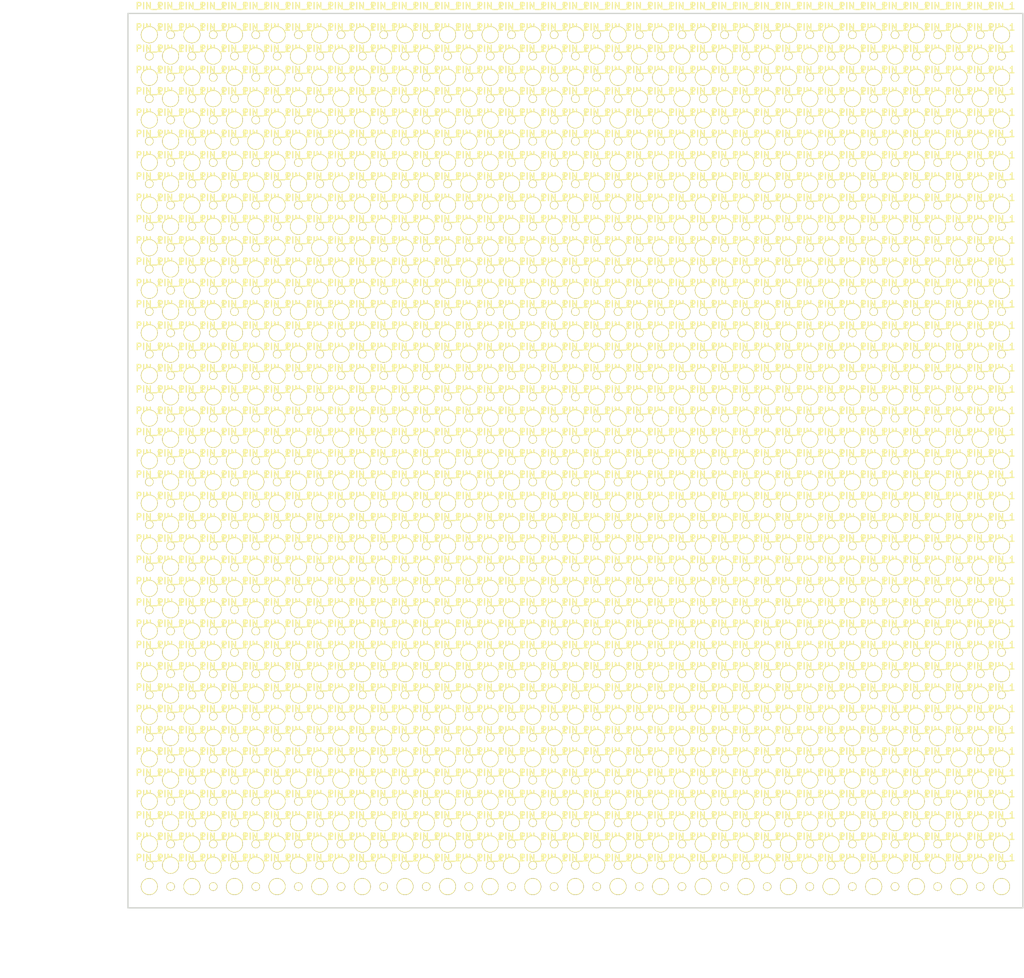
<source format=kicad_pcb>
(kicad_pcb (version 3) (host pcbnew "(2013-07-07 BZR 4022)-stable")

  (general
    (links 0)
    (no_connects 0)
    (area 85.265717 44.1188 208.355001 162.720002)
    (thickness 1.6)
    (drawings 6)
    (tracks 0)
    (zones 0)
    (modules 1681)
    (nets 1)
  )

  (page A4)
  (layers
    (15 F.Cu signal)
    (0 B.Cu signal)
    (16 B.Adhes user)
    (17 F.Adhes user)
    (18 B.Paste user)
    (19 F.Paste user)
    (20 B.SilkS user)
    (21 F.SilkS user)
    (22 B.Mask user)
    (23 F.Mask user)
    (24 Dwgs.User user)
    (25 Cmts.User user)
    (26 Eco1.User user)
    (27 Eco2.User user)
    (28 Edge.Cuts user)
  )

  (setup
    (last_trace_width 0.254)
    (trace_clearance 0.254)
    (zone_clearance 0.508)
    (zone_45_only no)
    (trace_min 0.254)
    (segment_width 0.2)
    (edge_width 0.15)
    (via_size 0.889)
    (via_drill 0.635)
    (via_min_size 0.889)
    (via_min_drill 0.508)
    (uvia_size 0.508)
    (uvia_drill 0.127)
    (uvias_allowed no)
    (uvia_min_size 0.508)
    (uvia_min_drill 0.127)
    (pcb_text_width 0.3)
    (pcb_text_size 1.5 1.5)
    (mod_edge_width 0.15)
    (mod_text_size 1.5 1.5)
    (mod_text_width 0.15)
    (pad_size 1 1)
    (pad_drill 0.8)
    (pad_to_mask_clearance 0.2)
    (aux_axis_origin 104.14 149.86)
    (visible_elements 7FFFFFAF)
    (pcbplotparams
      (layerselection 268435456)
      (usegerberextensions true)
      (excludeedgelayer false)
      (linewidth 0.150000)
      (plotframeref false)
      (viasonmask false)
      (mode 1)
      (useauxorigin true)
      (hpglpennumber 1)
      (hpglpenspeed 20)
      (hpglpendiameter 15)
      (hpglpenoverlay 2)
      (psnegative false)
      (psa4output false)
      (plotreference false)
      (plotvalue false)
      (plotothertext false)
      (plotinvisibletext false)
      (padsonsilk false)
      (subtractmaskfromsilk false)
      (outputformat 1)
      (mirror false)
      (drillshape 0)
      (scaleselection 1)
      (outputdirectory ../Plot/DRL/))
  )

  (net 0 "")

  (net_class Default "This is the default net class."
    (clearance 0.254)
    (trace_width 0.254)
    (via_dia 0.889)
    (via_drill 0.635)
    (uvia_dia 0.508)
    (uvia_drill 0.127)
    (add_net "")
  )

  (module PIN_1 (layer F.Cu) (tedit 5791BE1F) (tstamp 579B1778)
    (at 104.14 48.26)
    (descr "Connecteurs 2 pins")
    (tags "CONN DEV")
    (fp_text reference PIN_1 (at 0 -3.43) (layer F.SilkS)
      (effects (font (size 0.762 0.762) (thickness 0.1524)))
    )
    (fp_text value Val** (at 0 -1.905) (layer F.SilkS) hide
      (effects (font (size 0.762 0.762) (thickness 0.1524)))
    )
    (pad 0 thru_hole circle (at 0 0) (size 2 2) (drill 1.8)
      (layers *.Cu *.Mask F.SilkS)
    )
  )

  (module PIN_1 (layer F.Cu) (tedit 5791BE1F) (tstamp 579B1774)
    (at 104.14 58.42)
    (descr "Connecteurs 2 pins")
    (tags "CONN DEV")
    (fp_text reference PIN_1 (at 0 -3.43) (layer F.SilkS)
      (effects (font (size 0.762 0.762) (thickness 0.1524)))
    )
    (fp_text value Val** (at 0 -1.905) (layer F.SilkS) hide
      (effects (font (size 0.762 0.762) (thickness 0.1524)))
    )
    (pad 0 thru_hole circle (at 0 0) (size 2 2) (drill 1.8)
      (layers *.Cu *.Mask F.SilkS)
    )
  )

  (module PIN_1 (layer F.Cu) (tedit 5791BD83) (tstamp 579B1770)
    (at 104.14 50.8)
    (descr "Connecteurs 2 pins")
    (tags "CONN DEV")
    (fp_text reference PIN_1 (at 0 -3.43) (layer F.SilkS)
      (effects (font (size 0.762 0.762) (thickness 0.1524)))
    )
    (fp_text value Val** (at 0 -1.905) (layer F.SilkS) hide
      (effects (font (size 0.762 0.762) (thickness 0.1524)))
    )
    (pad 0 thru_hole circle (at 0 0) (size 1 1) (drill 0.8)
      (layers *.Cu *.Mask F.SilkS)
    )
  )

  (module PIN_1 (layer F.Cu) (tedit 5791BE1F) (tstamp 579B176C)
    (at 104.14 53.34)
    (descr "Connecteurs 2 pins")
    (tags "CONN DEV")
    (fp_text reference PIN_1 (at 0 -3.43) (layer F.SilkS)
      (effects (font (size 0.762 0.762) (thickness 0.1524)))
    )
    (fp_text value Val** (at 0 -1.905) (layer F.SilkS) hide
      (effects (font (size 0.762 0.762) (thickness 0.1524)))
    )
    (pad 0 thru_hole circle (at 0 0) (size 2 2) (drill 1.8)
      (layers *.Cu *.Mask F.SilkS)
    )
  )

  (module PIN_1 (layer F.Cu) (tedit 5791BD83) (tstamp 579B1768)
    (at 104.14 55.88)
    (descr "Connecteurs 2 pins")
    (tags "CONN DEV")
    (fp_text reference PIN_1 (at 0 -3.43) (layer F.SilkS)
      (effects (font (size 0.762 0.762) (thickness 0.1524)))
    )
    (fp_text value Val** (at 0 -1.905) (layer F.SilkS) hide
      (effects (font (size 0.762 0.762) (thickness 0.1524)))
    )
    (pad 0 thru_hole circle (at 0 0) (size 1 1) (drill 0.8)
      (layers *.Cu *.Mask F.SilkS)
    )
  )

  (module PIN_1 (layer F.Cu) (tedit 5791BD83) (tstamp 579B15C3)
    (at 203.2 53.34)
    (descr "Connecteurs 2 pins")
    (tags "CONN DEV")
    (fp_text reference PIN_1 (at 0 -3.43) (layer F.SilkS)
      (effects (font (size 0.762 0.762) (thickness 0.1524)))
    )
    (fp_text value Val** (at 0 -1.905) (layer F.SilkS) hide
      (effects (font (size 0.762 0.762) (thickness 0.1524)))
    )
    (pad 0 thru_hole circle (at 0 0) (size 1 1) (drill 0.8)
      (layers *.Cu *.Mask F.SilkS)
    )
  )

  (module PIN_1 (layer F.Cu) (tedit 5791BE2E) (tstamp 579B15BF)
    (at 203.2 55.88)
    (descr "Connecteurs 2 pins")
    (tags "CONN DEV")
    (fp_text reference PIN_1 (at 0 -3.43) (layer F.SilkS)
      (effects (font (size 0.762 0.762) (thickness 0.1524)))
    )
    (fp_text value Val** (at 0 -1.905) (layer F.SilkS) hide
      (effects (font (size 0.762 0.762) (thickness 0.1524)))
    )
    (pad 0 thru_hole circle (at 0 0) (size 2 2) (drill 1.8)
      (layers *.Cu *.Mask F.SilkS)
    )
  )

  (module PIN_1 (layer F.Cu) (tedit 5791BE1F) (tstamp 579B15BB)
    (at 195.58 53.34)
    (descr "Connecteurs 2 pins")
    (tags "CONN DEV")
    (fp_text reference PIN_1 (at 0 -3.43) (layer F.SilkS)
      (effects (font (size 0.762 0.762) (thickness 0.1524)))
    )
    (fp_text value Val** (at 0 -1.905) (layer F.SilkS) hide
      (effects (font (size 0.762 0.762) (thickness 0.1524)))
    )
    (pad 0 thru_hole circle (at 0 0) (size 2 2) (drill 1.8)
      (layers *.Cu *.Mask F.SilkS)
    )
  )

  (module PIN_1 (layer F.Cu) (tedit 5791BD83) (tstamp 579B15B7)
    (at 195.58 55.88)
    (descr "Connecteurs 2 pins")
    (tags "CONN DEV")
    (fp_text reference PIN_1 (at 0 -3.43) (layer F.SilkS)
      (effects (font (size 0.762 0.762) (thickness 0.1524)))
    )
    (fp_text value Val** (at 0 -1.905) (layer F.SilkS) hide
      (effects (font (size 0.762 0.762) (thickness 0.1524)))
    )
    (pad 0 thru_hole circle (at 0 0) (size 1 1) (drill 0.8)
      (layers *.Cu *.Mask F.SilkS)
    )
  )

  (module PIN_1 (layer F.Cu) (tedit 5791BD83) (tstamp 579B15B3)
    (at 177.8 53.34)
    (descr "Connecteurs 2 pins")
    (tags "CONN DEV")
    (fp_text reference PIN_1 (at 0 -3.43) (layer F.SilkS)
      (effects (font (size 0.762 0.762) (thickness 0.1524)))
    )
    (fp_text value Val** (at 0 -1.905) (layer F.SilkS) hide
      (effects (font (size 0.762 0.762) (thickness 0.1524)))
    )
    (pad 0 thru_hole circle (at 0 0) (size 1 1) (drill 0.8)
      (layers *.Cu *.Mask F.SilkS)
    )
  )

  (module PIN_1 (layer F.Cu) (tedit 5791BE2E) (tstamp 579B15AF)
    (at 177.8 55.88)
    (descr "Connecteurs 2 pins")
    (tags "CONN DEV")
    (fp_text reference PIN_1 (at 0 -3.43) (layer F.SilkS)
      (effects (font (size 0.762 0.762) (thickness 0.1524)))
    )
    (fp_text value Val** (at 0 -1.905) (layer F.SilkS) hide
      (effects (font (size 0.762 0.762) (thickness 0.1524)))
    )
    (pad 0 thru_hole circle (at 0 0) (size 2 2) (drill 1.8)
      (layers *.Cu *.Mask F.SilkS)
    )
  )

  (module PIN_1 (layer F.Cu) (tedit 5791BE1C) (tstamp 579B15AB)
    (at 175.26 53.34)
    (descr "Connecteurs 2 pins")
    (tags "CONN DEV")
    (fp_text reference PIN_1 (at 0 -3.43) (layer F.SilkS)
      (effects (font (size 0.762 0.762) (thickness 0.1524)))
    )
    (fp_text value Val** (at 0 -1.905) (layer F.SilkS) hide
      (effects (font (size 0.762 0.762) (thickness 0.1524)))
    )
    (pad 0 thru_hole circle (at 0 0) (size 2 2) (drill 1.8)
      (layers *.Cu *.Mask F.SilkS)
    )
  )

  (module PIN_1 (layer F.Cu) (tedit 5791BD6F) (tstamp 579B15A7)
    (at 175.26 55.88)
    (descr "Connecteurs 2 pins")
    (tags "CONN DEV")
    (fp_text reference PIN_1 (at 0 -3.43) (layer F.SilkS)
      (effects (font (size 0.762 0.762) (thickness 0.1524)))
    )
    (fp_text value Val** (at 0 -1.905) (layer F.SilkS) hide
      (effects (font (size 0.762 0.762) (thickness 0.1524)))
    )
    (pad 0 thru_hole circle (at 0 0) (size 1 1) (drill 0.8)
      (layers *.Cu *.Mask F.SilkS)
    )
  )

  (module PIN_1 (layer F.Cu) (tedit 5791BD83) (tstamp 579B15A3)
    (at 109.22 55.88)
    (descr "Connecteurs 2 pins")
    (tags "CONN DEV")
    (fp_text reference PIN_1 (at 0 -3.43) (layer F.SilkS)
      (effects (font (size 0.762 0.762) (thickness 0.1524)))
    )
    (fp_text value Val** (at 0 -1.905) (layer F.SilkS) hide
      (effects (font (size 0.762 0.762) (thickness 0.1524)))
    )
    (pad 0 thru_hole circle (at 0 0) (size 1 1) (drill 0.8)
      (layers *.Cu *.Mask F.SilkS)
    )
  )

  (module PIN_1 (layer F.Cu) (tedit 5791BE1F) (tstamp 579B159F)
    (at 109.22 53.34)
    (descr "Connecteurs 2 pins")
    (tags "CONN DEV")
    (fp_text reference PIN_1 (at 0 -3.43) (layer F.SilkS)
      (effects (font (size 0.762 0.762) (thickness 0.1524)))
    )
    (fp_text value Val** (at 0 -1.905) (layer F.SilkS) hide
      (effects (font (size 0.762 0.762) (thickness 0.1524)))
    )
    (pad 0 thru_hole circle (at 0 0) (size 2 2) (drill 1.8)
      (layers *.Cu *.Mask F.SilkS)
    )
  )

  (module PIN_1 (layer F.Cu) (tedit 5791BD6F) (tstamp 579B159B)
    (at 106.68 53.34)
    (descr "Connecteurs 2 pins")
    (tags "CONN DEV")
    (fp_text reference PIN_1 (at 0 -3.43) (layer F.SilkS)
      (effects (font (size 0.762 0.762) (thickness 0.1524)))
    )
    (fp_text value Val** (at 0 -1.905) (layer F.SilkS) hide
      (effects (font (size 0.762 0.762) (thickness 0.1524)))
    )
    (pad 0 thru_hole circle (at 0 0) (size 1 1) (drill 0.8)
      (layers *.Cu *.Mask F.SilkS)
    )
  )

  (module PIN_1 (layer F.Cu) (tedit 5791BE22) (tstamp 579B1597)
    (at 106.68 55.88)
    (descr "Connecteurs 2 pins")
    (tags "CONN DEV")
    (fp_text reference PIN_1 (at 0 -3.43) (layer F.SilkS)
      (effects (font (size 0.762 0.762) (thickness 0.1524)))
    )
    (fp_text value Val** (at 0 -1.905) (layer F.SilkS) hide
      (effects (font (size 0.762 0.762) (thickness 0.1524)))
    )
    (pad 0 thru_hole circle (at 0 0) (size 2 2) (drill 1.8)
      (layers *.Cu *.Mask F.SilkS)
    )
  )

  (module PIN_1 (layer F.Cu) (tedit 5791BE1C) (tstamp 579B1593)
    (at 114.3 53.34)
    (descr "Connecteurs 2 pins")
    (tags "CONN DEV")
    (fp_text reference PIN_1 (at 0 -3.43) (layer F.SilkS)
      (effects (font (size 0.762 0.762) (thickness 0.1524)))
    )
    (fp_text value Val** (at 0 -1.905) (layer F.SilkS) hide
      (effects (font (size 0.762 0.762) (thickness 0.1524)))
    )
    (pad 0 thru_hole circle (at 0 0) (size 2 2) (drill 1.8)
      (layers *.Cu *.Mask F.SilkS)
    )
  )

  (module PIN_1 (layer F.Cu) (tedit 5791BE22) (tstamp 579B158F)
    (at 111.76 55.88)
    (descr "Connecteurs 2 pins")
    (tags "CONN DEV")
    (fp_text reference PIN_1 (at 0 -3.43) (layer F.SilkS)
      (effects (font (size 0.762 0.762) (thickness 0.1524)))
    )
    (fp_text value Val** (at 0 -1.905) (layer F.SilkS) hide
      (effects (font (size 0.762 0.762) (thickness 0.1524)))
    )
    (pad 0 thru_hole circle (at 0 0) (size 2 2) (drill 1.8)
      (layers *.Cu *.Mask F.SilkS)
    )
  )

  (module PIN_1 (layer F.Cu) (tedit 5791BD6F) (tstamp 579B158B)
    (at 114.3 55.88)
    (descr "Connecteurs 2 pins")
    (tags "CONN DEV")
    (fp_text reference PIN_1 (at 0 -3.43) (layer F.SilkS)
      (effects (font (size 0.762 0.762) (thickness 0.1524)))
    )
    (fp_text value Val** (at 0 -1.905) (layer F.SilkS) hide
      (effects (font (size 0.762 0.762) (thickness 0.1524)))
    )
    (pad 0 thru_hole circle (at 0 0) (size 1 1) (drill 0.8)
      (layers *.Cu *.Mask F.SilkS)
    )
  )

  (module PIN_1 (layer F.Cu) (tedit 5791BE1F) (tstamp 579B1587)
    (at 119.38 53.34)
    (descr "Connecteurs 2 pins")
    (tags "CONN DEV")
    (fp_text reference PIN_1 (at 0 -3.43) (layer F.SilkS)
      (effects (font (size 0.762 0.762) (thickness 0.1524)))
    )
    (fp_text value Val** (at 0 -1.905) (layer F.SilkS) hide
      (effects (font (size 0.762 0.762) (thickness 0.1524)))
    )
    (pad 0 thru_hole circle (at 0 0) (size 2 2) (drill 1.8)
      (layers *.Cu *.Mask F.SilkS)
    )
  )

  (module PIN_1 (layer F.Cu) (tedit 5791BD7E) (tstamp 579B1583)
    (at 111.76 53.34)
    (descr "Connecteurs 2 pins")
    (tags "CONN DEV")
    (fp_text reference PIN_1 (at 0 -3.43) (layer F.SilkS)
      (effects (font (size 0.762 0.762) (thickness 0.1524)))
    )
    (fp_text value Val** (at 0 -1.905) (layer F.SilkS) hide
      (effects (font (size 0.762 0.762) (thickness 0.1524)))
    )
    (pad 0 thru_hole circle (at 0 0) (size 1 1) (drill 0.8)
      (layers *.Cu *.Mask F.SilkS)
    )
  )

  (module PIN_1 (layer F.Cu) (tedit 5791BD83) (tstamp 579B157F)
    (at 119.38 55.88)
    (descr "Connecteurs 2 pins")
    (tags "CONN DEV")
    (fp_text reference PIN_1 (at 0 -3.43) (layer F.SilkS)
      (effects (font (size 0.762 0.762) (thickness 0.1524)))
    )
    (fp_text value Val** (at 0 -1.905) (layer F.SilkS) hide
      (effects (font (size 0.762 0.762) (thickness 0.1524)))
    )
    (pad 0 thru_hole circle (at 0 0) (size 1 1) (drill 0.8)
      (layers *.Cu *.Mask F.SilkS)
    )
  )

  (module PIN_1 (layer F.Cu) (tedit 5791BD83) (tstamp 579B157B)
    (at 116.84 53.34)
    (descr "Connecteurs 2 pins")
    (tags "CONN DEV")
    (fp_text reference PIN_1 (at 0 -3.43) (layer F.SilkS)
      (effects (font (size 0.762 0.762) (thickness 0.1524)))
    )
    (fp_text value Val** (at 0 -1.905) (layer F.SilkS) hide
      (effects (font (size 0.762 0.762) (thickness 0.1524)))
    )
    (pad 0 thru_hole circle (at 0 0) (size 1 1) (drill 0.8)
      (layers *.Cu *.Mask F.SilkS)
    )
  )

  (module PIN_1 (layer F.Cu) (tedit 5791BE2E) (tstamp 579B1577)
    (at 116.84 55.88)
    (descr "Connecteurs 2 pins")
    (tags "CONN DEV")
    (fp_text reference PIN_1 (at 0 -3.43) (layer F.SilkS)
      (effects (font (size 0.762 0.762) (thickness 0.1524)))
    )
    (fp_text value Val** (at 0 -1.905) (layer F.SilkS) hide
      (effects (font (size 0.762 0.762) (thickness 0.1524)))
    )
    (pad 0 thru_hole circle (at 0 0) (size 2 2) (drill 1.8)
      (layers *.Cu *.Mask F.SilkS)
    )
  )

  (module PIN_1 (layer F.Cu) (tedit 5791BE2E) (tstamp 579B1573)
    (at 137.16 55.88)
    (descr "Connecteurs 2 pins")
    (tags "CONN DEV")
    (fp_text reference PIN_1 (at 0 -3.43) (layer F.SilkS)
      (effects (font (size 0.762 0.762) (thickness 0.1524)))
    )
    (fp_text value Val** (at 0 -1.905) (layer F.SilkS) hide
      (effects (font (size 0.762 0.762) (thickness 0.1524)))
    )
    (pad 0 thru_hole circle (at 0 0) (size 2 2) (drill 1.8)
      (layers *.Cu *.Mask F.SilkS)
    )
  )

  (module PIN_1 (layer F.Cu) (tedit 5791BD83) (tstamp 579B156F)
    (at 137.16 53.34)
    (descr "Connecteurs 2 pins")
    (tags "CONN DEV")
    (fp_text reference PIN_1 (at 0 -3.43) (layer F.SilkS)
      (effects (font (size 0.762 0.762) (thickness 0.1524)))
    )
    (fp_text value Val** (at 0 -1.905) (layer F.SilkS) hide
      (effects (font (size 0.762 0.762) (thickness 0.1524)))
    )
    (pad 0 thru_hole circle (at 0 0) (size 1 1) (drill 0.8)
      (layers *.Cu *.Mask F.SilkS)
    )
  )

  (module PIN_1 (layer F.Cu) (tedit 5791BD83) (tstamp 579B156B)
    (at 139.7 55.88)
    (descr "Connecteurs 2 pins")
    (tags "CONN DEV")
    (fp_text reference PIN_1 (at 0 -3.43) (layer F.SilkS)
      (effects (font (size 0.762 0.762) (thickness 0.1524)))
    )
    (fp_text value Val** (at 0 -1.905) (layer F.SilkS) hide
      (effects (font (size 0.762 0.762) (thickness 0.1524)))
    )
    (pad 0 thru_hole circle (at 0 0) (size 1 1) (drill 0.8)
      (layers *.Cu *.Mask F.SilkS)
    )
  )

  (module PIN_1 (layer F.Cu) (tedit 5791BD7E) (tstamp 579B1567)
    (at 132.08 53.34)
    (descr "Connecteurs 2 pins")
    (tags "CONN DEV")
    (fp_text reference PIN_1 (at 0 -3.43) (layer F.SilkS)
      (effects (font (size 0.762 0.762) (thickness 0.1524)))
    )
    (fp_text value Val** (at 0 -1.905) (layer F.SilkS) hide
      (effects (font (size 0.762 0.762) (thickness 0.1524)))
    )
    (pad 0 thru_hole circle (at 0 0) (size 1 1) (drill 0.8)
      (layers *.Cu *.Mask F.SilkS)
    )
  )

  (module PIN_1 (layer F.Cu) (tedit 5791BE1F) (tstamp 579B1563)
    (at 139.7 53.34)
    (descr "Connecteurs 2 pins")
    (tags "CONN DEV")
    (fp_text reference PIN_1 (at 0 -3.43) (layer F.SilkS)
      (effects (font (size 0.762 0.762) (thickness 0.1524)))
    )
    (fp_text value Val** (at 0 -1.905) (layer F.SilkS) hide
      (effects (font (size 0.762 0.762) (thickness 0.1524)))
    )
    (pad 0 thru_hole circle (at 0 0) (size 2 2) (drill 1.8)
      (layers *.Cu *.Mask F.SilkS)
    )
  )

  (module PIN_1 (layer F.Cu) (tedit 5791BD6F) (tstamp 579B155F)
    (at 134.62 55.88)
    (descr "Connecteurs 2 pins")
    (tags "CONN DEV")
    (fp_text reference PIN_1 (at 0 -3.43) (layer F.SilkS)
      (effects (font (size 0.762 0.762) (thickness 0.1524)))
    )
    (fp_text value Val** (at 0 -1.905) (layer F.SilkS) hide
      (effects (font (size 0.762 0.762) (thickness 0.1524)))
    )
    (pad 0 thru_hole circle (at 0 0) (size 1 1) (drill 0.8)
      (layers *.Cu *.Mask F.SilkS)
    )
  )

  (module PIN_1 (layer F.Cu) (tedit 5791BE22) (tstamp 579B155B)
    (at 132.08 55.88)
    (descr "Connecteurs 2 pins")
    (tags "CONN DEV")
    (fp_text reference PIN_1 (at 0 -3.43) (layer F.SilkS)
      (effects (font (size 0.762 0.762) (thickness 0.1524)))
    )
    (fp_text value Val** (at 0 -1.905) (layer F.SilkS) hide
      (effects (font (size 0.762 0.762) (thickness 0.1524)))
    )
    (pad 0 thru_hole circle (at 0 0) (size 2 2) (drill 1.8)
      (layers *.Cu *.Mask F.SilkS)
    )
  )

  (module PIN_1 (layer F.Cu) (tedit 5791BE1C) (tstamp 579B1557)
    (at 134.62 53.34)
    (descr "Connecteurs 2 pins")
    (tags "CONN DEV")
    (fp_text reference PIN_1 (at 0 -3.43) (layer F.SilkS)
      (effects (font (size 0.762 0.762) (thickness 0.1524)))
    )
    (fp_text value Val** (at 0 -1.905) (layer F.SilkS) hide
      (effects (font (size 0.762 0.762) (thickness 0.1524)))
    )
    (pad 0 thru_hole circle (at 0 0) (size 2 2) (drill 1.8)
      (layers *.Cu *.Mask F.SilkS)
    )
  )

  (module PIN_1 (layer F.Cu) (tedit 5791BE1C) (tstamp 579B1553)
    (at 124.46 53.34)
    (descr "Connecteurs 2 pins")
    (tags "CONN DEV")
    (fp_text reference PIN_1 (at 0 -3.43) (layer F.SilkS)
      (effects (font (size 0.762 0.762) (thickness 0.1524)))
    )
    (fp_text value Val** (at 0 -1.905) (layer F.SilkS) hide
      (effects (font (size 0.762 0.762) (thickness 0.1524)))
    )
    (pad 0 thru_hole circle (at 0 0) (size 2 2) (drill 1.8)
      (layers *.Cu *.Mask F.SilkS)
    )
  )

  (module PIN_1 (layer F.Cu) (tedit 5791BE22) (tstamp 579B154F)
    (at 127 55.88)
    (descr "Connecteurs 2 pins")
    (tags "CONN DEV")
    (fp_text reference PIN_1 (at 0 -3.43) (layer F.SilkS)
      (effects (font (size 0.762 0.762) (thickness 0.1524)))
    )
    (fp_text value Val** (at 0 -1.905) (layer F.SilkS) hide
      (effects (font (size 0.762 0.762) (thickness 0.1524)))
    )
    (pad 0 thru_hole circle (at 0 0) (size 2 2) (drill 1.8)
      (layers *.Cu *.Mask F.SilkS)
    )
  )

  (module PIN_1 (layer F.Cu) (tedit 5791BD6F) (tstamp 579B154B)
    (at 127 53.34)
    (descr "Connecteurs 2 pins")
    (tags "CONN DEV")
    (fp_text reference PIN_1 (at 0 -3.43) (layer F.SilkS)
      (effects (font (size 0.762 0.762) (thickness 0.1524)))
    )
    (fp_text value Val** (at 0 -1.905) (layer F.SilkS) hide
      (effects (font (size 0.762 0.762) (thickness 0.1524)))
    )
    (pad 0 thru_hole circle (at 0 0) (size 1 1) (drill 0.8)
      (layers *.Cu *.Mask F.SilkS)
    )
  )

  (module PIN_1 (layer F.Cu) (tedit 5791BE1F) (tstamp 579B1547)
    (at 129.54 53.34)
    (descr "Connecteurs 2 pins")
    (tags "CONN DEV")
    (fp_text reference PIN_1 (at 0 -3.43) (layer F.SilkS)
      (effects (font (size 0.762 0.762) (thickness 0.1524)))
    )
    (fp_text value Val** (at 0 -1.905) (layer F.SilkS) hide
      (effects (font (size 0.762 0.762) (thickness 0.1524)))
    )
    (pad 0 thru_hole circle (at 0 0) (size 2 2) (drill 1.8)
      (layers *.Cu *.Mask F.SilkS)
    )
  )

  (module PIN_1 (layer F.Cu) (tedit 5791BD7E) (tstamp 579B1543)
    (at 124.46 55.88)
    (descr "Connecteurs 2 pins")
    (tags "CONN DEV")
    (fp_text reference PIN_1 (at 0 -3.43) (layer F.SilkS)
      (effects (font (size 0.762 0.762) (thickness 0.1524)))
    )
    (fp_text value Val** (at 0 -1.905) (layer F.SilkS) hide
      (effects (font (size 0.762 0.762) (thickness 0.1524)))
    )
    (pad 0 thru_hole circle (at 0 0) (size 1 1) (drill 0.8)
      (layers *.Cu *.Mask F.SilkS)
    )
  )

  (module PIN_1 (layer F.Cu) (tedit 5791BD83) (tstamp 579B153F)
    (at 129.54 55.88)
    (descr "Connecteurs 2 pins")
    (tags "CONN DEV")
    (fp_text reference PIN_1 (at 0 -3.43) (layer F.SilkS)
      (effects (font (size 0.762 0.762) (thickness 0.1524)))
    )
    (fp_text value Val** (at 0 -1.905) (layer F.SilkS) hide
      (effects (font (size 0.762 0.762) (thickness 0.1524)))
    )
    (pad 0 thru_hole circle (at 0 0) (size 1 1) (drill 0.8)
      (layers *.Cu *.Mask F.SilkS)
    )
  )

  (module PIN_1 (layer F.Cu) (tedit 5791BD83) (tstamp 579B153B)
    (at 149.86 55.88)
    (descr "Connecteurs 2 pins")
    (tags "CONN DEV")
    (fp_text reference PIN_1 (at 0 -3.43) (layer F.SilkS)
      (effects (font (size 0.762 0.762) (thickness 0.1524)))
    )
    (fp_text value Val** (at 0 -1.905) (layer F.SilkS) hide
      (effects (font (size 0.762 0.762) (thickness 0.1524)))
    )
    (pad 0 thru_hole circle (at 0 0) (size 1 1) (drill 0.8)
      (layers *.Cu *.Mask F.SilkS)
    )
  )

  (module PIN_1 (layer F.Cu) (tedit 5791BD7E) (tstamp 579B1537)
    (at 144.78 55.88)
    (descr "Connecteurs 2 pins")
    (tags "CONN DEV")
    (fp_text reference PIN_1 (at 0 -3.43) (layer F.SilkS)
      (effects (font (size 0.762 0.762) (thickness 0.1524)))
    )
    (fp_text value Val** (at 0 -1.905) (layer F.SilkS) hide
      (effects (font (size 0.762 0.762) (thickness 0.1524)))
    )
    (pad 0 thru_hole circle (at 0 0) (size 1 1) (drill 0.8)
      (layers *.Cu *.Mask F.SilkS)
    )
  )

  (module PIN_1 (layer F.Cu) (tedit 5791BE1F) (tstamp 579B1533)
    (at 149.86 53.34)
    (descr "Connecteurs 2 pins")
    (tags "CONN DEV")
    (fp_text reference PIN_1 (at 0 -3.43) (layer F.SilkS)
      (effects (font (size 0.762 0.762) (thickness 0.1524)))
    )
    (fp_text value Val** (at 0 -1.905) (layer F.SilkS) hide
      (effects (font (size 0.762 0.762) (thickness 0.1524)))
    )
    (pad 0 thru_hole circle (at 0 0) (size 2 2) (drill 1.8)
      (layers *.Cu *.Mask F.SilkS)
    )
  )

  (module PIN_1 (layer F.Cu) (tedit 5791BD6F) (tstamp 579B152F)
    (at 147.32 53.34)
    (descr "Connecteurs 2 pins")
    (tags "CONN DEV")
    (fp_text reference PIN_1 (at 0 -3.43) (layer F.SilkS)
      (effects (font (size 0.762 0.762) (thickness 0.1524)))
    )
    (fp_text value Val** (at 0 -1.905) (layer F.SilkS) hide
      (effects (font (size 0.762 0.762) (thickness 0.1524)))
    )
    (pad 0 thru_hole circle (at 0 0) (size 1 1) (drill 0.8)
      (layers *.Cu *.Mask F.SilkS)
    )
  )

  (module PIN_1 (layer F.Cu) (tedit 5791BE22) (tstamp 579B152B)
    (at 147.32 55.88)
    (descr "Connecteurs 2 pins")
    (tags "CONN DEV")
    (fp_text reference PIN_1 (at 0 -3.43) (layer F.SilkS)
      (effects (font (size 0.762 0.762) (thickness 0.1524)))
    )
    (fp_text value Val** (at 0 -1.905) (layer F.SilkS) hide
      (effects (font (size 0.762 0.762) (thickness 0.1524)))
    )
    (pad 0 thru_hole circle (at 0 0) (size 2 2) (drill 1.8)
      (layers *.Cu *.Mask F.SilkS)
    )
  )

  (module PIN_1 (layer F.Cu) (tedit 5791BE1C) (tstamp 579B1527)
    (at 144.78 53.34)
    (descr "Connecteurs 2 pins")
    (tags "CONN DEV")
    (fp_text reference PIN_1 (at 0 -3.43) (layer F.SilkS)
      (effects (font (size 0.762 0.762) (thickness 0.1524)))
    )
    (fp_text value Val** (at 0 -1.905) (layer F.SilkS) hide
      (effects (font (size 0.762 0.762) (thickness 0.1524)))
    )
    (pad 0 thru_hole circle (at 0 0) (size 2 2) (drill 1.8)
      (layers *.Cu *.Mask F.SilkS)
    )
  )

  (module PIN_1 (layer F.Cu) (tedit 5791BE1C) (tstamp 579B1523)
    (at 154.94 53.34)
    (descr "Connecteurs 2 pins")
    (tags "CONN DEV")
    (fp_text reference PIN_1 (at 0 -3.43) (layer F.SilkS)
      (effects (font (size 0.762 0.762) (thickness 0.1524)))
    )
    (fp_text value Val** (at 0 -1.905) (layer F.SilkS) hide
      (effects (font (size 0.762 0.762) (thickness 0.1524)))
    )
    (pad 0 thru_hole circle (at 0 0) (size 2 2) (drill 1.8)
      (layers *.Cu *.Mask F.SilkS)
    )
  )

  (module PIN_1 (layer F.Cu) (tedit 5791BE22) (tstamp 579B151F)
    (at 152.4 55.88)
    (descr "Connecteurs 2 pins")
    (tags "CONN DEV")
    (fp_text reference PIN_1 (at 0 -3.43) (layer F.SilkS)
      (effects (font (size 0.762 0.762) (thickness 0.1524)))
    )
    (fp_text value Val** (at 0 -1.905) (layer F.SilkS) hide
      (effects (font (size 0.762 0.762) (thickness 0.1524)))
    )
    (pad 0 thru_hole circle (at 0 0) (size 2 2) (drill 1.8)
      (layers *.Cu *.Mask F.SilkS)
    )
  )

  (module PIN_1 (layer F.Cu) (tedit 5791BD6F) (tstamp 579B151B)
    (at 154.94 55.88)
    (descr "Connecteurs 2 pins")
    (tags "CONN DEV")
    (fp_text reference PIN_1 (at 0 -3.43) (layer F.SilkS)
      (effects (font (size 0.762 0.762) (thickness 0.1524)))
    )
    (fp_text value Val** (at 0 -1.905) (layer F.SilkS) hide
      (effects (font (size 0.762 0.762) (thickness 0.1524)))
    )
    (pad 0 thru_hole circle (at 0 0) (size 1 1) (drill 0.8)
      (layers *.Cu *.Mask F.SilkS)
    )
  )

  (module PIN_1 (layer F.Cu) (tedit 5791BE1F) (tstamp 579B1517)
    (at 160.02 53.34)
    (descr "Connecteurs 2 pins")
    (tags "CONN DEV")
    (fp_text reference PIN_1 (at 0 -3.43) (layer F.SilkS)
      (effects (font (size 0.762 0.762) (thickness 0.1524)))
    )
    (fp_text value Val** (at 0 -1.905) (layer F.SilkS) hide
      (effects (font (size 0.762 0.762) (thickness 0.1524)))
    )
    (pad 0 thru_hole circle (at 0 0) (size 2 2) (drill 1.8)
      (layers *.Cu *.Mask F.SilkS)
    )
  )

  (module PIN_1 (layer F.Cu) (tedit 5791BD7E) (tstamp 579B1513)
    (at 152.4 53.34)
    (descr "Connecteurs 2 pins")
    (tags "CONN DEV")
    (fp_text reference PIN_1 (at 0 -3.43) (layer F.SilkS)
      (effects (font (size 0.762 0.762) (thickness 0.1524)))
    )
    (fp_text value Val** (at 0 -1.905) (layer F.SilkS) hide
      (effects (font (size 0.762 0.762) (thickness 0.1524)))
    )
    (pad 0 thru_hole circle (at 0 0) (size 1 1) (drill 0.8)
      (layers *.Cu *.Mask F.SilkS)
    )
  )

  (module PIN_1 (layer F.Cu) (tedit 5791BD83) (tstamp 579B150F)
    (at 160.02 55.88)
    (descr "Connecteurs 2 pins")
    (tags "CONN DEV")
    (fp_text reference PIN_1 (at 0 -3.43) (layer F.SilkS)
      (effects (font (size 0.762 0.762) (thickness 0.1524)))
    )
    (fp_text value Val** (at 0 -1.905) (layer F.SilkS) hide
      (effects (font (size 0.762 0.762) (thickness 0.1524)))
    )
    (pad 0 thru_hole circle (at 0 0) (size 1 1) (drill 0.8)
      (layers *.Cu *.Mask F.SilkS)
    )
  )

  (module PIN_1 (layer F.Cu) (tedit 5791BD83) (tstamp 579B150B)
    (at 157.48 53.34)
    (descr "Connecteurs 2 pins")
    (tags "CONN DEV")
    (fp_text reference PIN_1 (at 0 -3.43) (layer F.SilkS)
      (effects (font (size 0.762 0.762) (thickness 0.1524)))
    )
    (fp_text value Val** (at 0 -1.905) (layer F.SilkS) hide
      (effects (font (size 0.762 0.762) (thickness 0.1524)))
    )
    (pad 0 thru_hole circle (at 0 0) (size 1 1) (drill 0.8)
      (layers *.Cu *.Mask F.SilkS)
    )
  )

  (module PIN_1 (layer F.Cu) (tedit 5791BE2E) (tstamp 579B1507)
    (at 157.48 55.88)
    (descr "Connecteurs 2 pins")
    (tags "CONN DEV")
    (fp_text reference PIN_1 (at 0 -3.43) (layer F.SilkS)
      (effects (font (size 0.762 0.762) (thickness 0.1524)))
    )
    (fp_text value Val** (at 0 -1.905) (layer F.SilkS) hide
      (effects (font (size 0.762 0.762) (thickness 0.1524)))
    )
    (pad 0 thru_hole circle (at 0 0) (size 2 2) (drill 1.8)
      (layers *.Cu *.Mask F.SilkS)
    )
  )

  (module PIN_1 (layer F.Cu) (tedit 5791BE2E) (tstamp 579B1503)
    (at 198.12 55.88)
    (descr "Connecteurs 2 pins")
    (tags "CONN DEV")
    (fp_text reference PIN_1 (at 0 -3.43) (layer F.SilkS)
      (effects (font (size 0.762 0.762) (thickness 0.1524)))
    )
    (fp_text value Val** (at 0 -1.905) (layer F.SilkS) hide
      (effects (font (size 0.762 0.762) (thickness 0.1524)))
    )
    (pad 0 thru_hole circle (at 0 0) (size 2 2) (drill 1.8)
      (layers *.Cu *.Mask F.SilkS)
    )
  )

  (module PIN_1 (layer F.Cu) (tedit 5791BD83) (tstamp 579B14FF)
    (at 198.12 53.34)
    (descr "Connecteurs 2 pins")
    (tags "CONN DEV")
    (fp_text reference PIN_1 (at 0 -3.43) (layer F.SilkS)
      (effects (font (size 0.762 0.762) (thickness 0.1524)))
    )
    (fp_text value Val** (at 0 -1.905) (layer F.SilkS) hide
      (effects (font (size 0.762 0.762) (thickness 0.1524)))
    )
    (pad 0 thru_hole circle (at 0 0) (size 1 1) (drill 0.8)
      (layers *.Cu *.Mask F.SilkS)
    )
  )

  (module PIN_1 (layer F.Cu) (tedit 5791BD83) (tstamp 579B14FB)
    (at 200.66 55.88)
    (descr "Connecteurs 2 pins")
    (tags "CONN DEV")
    (fp_text reference PIN_1 (at 0 -3.43) (layer F.SilkS)
      (effects (font (size 0.762 0.762) (thickness 0.1524)))
    )
    (fp_text value Val** (at 0 -1.905) (layer F.SilkS) hide
      (effects (font (size 0.762 0.762) (thickness 0.1524)))
    )
    (pad 0 thru_hole circle (at 0 0) (size 1 1) (drill 0.8)
      (layers *.Cu *.Mask F.SilkS)
    )
  )

  (module PIN_1 (layer F.Cu) (tedit 5791BD7E) (tstamp 579B14F7)
    (at 172.72 53.34)
    (descr "Connecteurs 2 pins")
    (tags "CONN DEV")
    (fp_text reference PIN_1 (at 0 -3.43) (layer F.SilkS)
      (effects (font (size 0.762 0.762) (thickness 0.1524)))
    )
    (fp_text value Val** (at 0 -1.905) (layer F.SilkS) hide
      (effects (font (size 0.762 0.762) (thickness 0.1524)))
    )
    (pad 0 thru_hole circle (at 0 0) (size 1 1) (drill 0.8)
      (layers *.Cu *.Mask F.SilkS)
    )
  )

  (module PIN_1 (layer F.Cu) (tedit 5791BE1F) (tstamp 579B14F3)
    (at 200.66 53.34)
    (descr "Connecteurs 2 pins")
    (tags "CONN DEV")
    (fp_text reference PIN_1 (at 0 -3.43) (layer F.SilkS)
      (effects (font (size 0.762 0.762) (thickness 0.1524)))
    )
    (fp_text value Val** (at 0 -1.905) (layer F.SilkS) hide
      (effects (font (size 0.762 0.762) (thickness 0.1524)))
    )
    (pad 0 thru_hole circle (at 0 0) (size 2 2) (drill 1.8)
      (layers *.Cu *.Mask F.SilkS)
    )
  )

  (module PIN_1 (layer F.Cu) (tedit 5791BE22) (tstamp 579B14EF)
    (at 172.72 55.88)
    (descr "Connecteurs 2 pins")
    (tags "CONN DEV")
    (fp_text reference PIN_1 (at 0 -3.43) (layer F.SilkS)
      (effects (font (size 0.762 0.762) (thickness 0.1524)))
    )
    (fp_text value Val** (at 0 -1.905) (layer F.SilkS) hide
      (effects (font (size 0.762 0.762) (thickness 0.1524)))
    )
    (pad 0 thru_hole circle (at 0 0) (size 2 2) (drill 1.8)
      (layers *.Cu *.Mask F.SilkS)
    )
  )

  (module PIN_1 (layer F.Cu) (tedit 5791BE1C) (tstamp 579B14EB)
    (at 165.1 53.34)
    (descr "Connecteurs 2 pins")
    (tags "CONN DEV")
    (fp_text reference PIN_1 (at 0 -3.43) (layer F.SilkS)
      (effects (font (size 0.762 0.762) (thickness 0.1524)))
    )
    (fp_text value Val** (at 0 -1.905) (layer F.SilkS) hide
      (effects (font (size 0.762 0.762) (thickness 0.1524)))
    )
    (pad 0 thru_hole circle (at 0 0) (size 2 2) (drill 1.8)
      (layers *.Cu *.Mask F.SilkS)
    )
  )

  (module PIN_1 (layer F.Cu) (tedit 5791BE22) (tstamp 579B14E7)
    (at 167.64 55.88)
    (descr "Connecteurs 2 pins")
    (tags "CONN DEV")
    (fp_text reference PIN_1 (at 0 -3.43) (layer F.SilkS)
      (effects (font (size 0.762 0.762) (thickness 0.1524)))
    )
    (fp_text value Val** (at 0 -1.905) (layer F.SilkS) hide
      (effects (font (size 0.762 0.762) (thickness 0.1524)))
    )
    (pad 0 thru_hole circle (at 0 0) (size 2 2) (drill 1.8)
      (layers *.Cu *.Mask F.SilkS)
    )
  )

  (module PIN_1 (layer F.Cu) (tedit 5791BD6F) (tstamp 579B14E3)
    (at 167.64 53.34)
    (descr "Connecteurs 2 pins")
    (tags "CONN DEV")
    (fp_text reference PIN_1 (at 0 -3.43) (layer F.SilkS)
      (effects (font (size 0.762 0.762) (thickness 0.1524)))
    )
    (fp_text value Val** (at 0 -1.905) (layer F.SilkS) hide
      (effects (font (size 0.762 0.762) (thickness 0.1524)))
    )
    (pad 0 thru_hole circle (at 0 0) (size 1 1) (drill 0.8)
      (layers *.Cu *.Mask F.SilkS)
    )
  )

  (module PIN_1 (layer F.Cu) (tedit 5791BE1F) (tstamp 579B14DF)
    (at 170.18 53.34)
    (descr "Connecteurs 2 pins")
    (tags "CONN DEV")
    (fp_text reference PIN_1 (at 0 -3.43) (layer F.SilkS)
      (effects (font (size 0.762 0.762) (thickness 0.1524)))
    )
    (fp_text value Val** (at 0 -1.905) (layer F.SilkS) hide
      (effects (font (size 0.762 0.762) (thickness 0.1524)))
    )
    (pad 0 thru_hole circle (at 0 0) (size 2 2) (drill 1.8)
      (layers *.Cu *.Mask F.SilkS)
    )
  )

  (module PIN_1 (layer F.Cu) (tedit 5791BD7E) (tstamp 579B14DB)
    (at 165.1 55.88)
    (descr "Connecteurs 2 pins")
    (tags "CONN DEV")
    (fp_text reference PIN_1 (at 0 -3.43) (layer F.SilkS)
      (effects (font (size 0.762 0.762) (thickness 0.1524)))
    )
    (fp_text value Val** (at 0 -1.905) (layer F.SilkS) hide
      (effects (font (size 0.762 0.762) (thickness 0.1524)))
    )
    (pad 0 thru_hole circle (at 0 0) (size 1 1) (drill 0.8)
      (layers *.Cu *.Mask F.SilkS)
    )
  )

  (module PIN_1 (layer F.Cu) (tedit 5791BD83) (tstamp 579B14D7)
    (at 170.18 55.88)
    (descr "Connecteurs 2 pins")
    (tags "CONN DEV")
    (fp_text reference PIN_1 (at 0 -3.43) (layer F.SilkS)
      (effects (font (size 0.762 0.762) (thickness 0.1524)))
    )
    (fp_text value Val** (at 0 -1.905) (layer F.SilkS) hide
      (effects (font (size 0.762 0.762) (thickness 0.1524)))
    )
    (pad 0 thru_hole circle (at 0 0) (size 1 1) (drill 0.8)
      (layers *.Cu *.Mask F.SilkS)
    )
  )

  (module PIN_1 (layer F.Cu) (tedit 5791BE22) (tstamp 579B14D3)
    (at 121.92 55.88)
    (descr "Connecteurs 2 pins")
    (tags "CONN DEV")
    (fp_text reference PIN_1 (at 0 -3.43) (layer F.SilkS)
      (effects (font (size 0.762 0.762) (thickness 0.1524)))
    )
    (fp_text value Val** (at 0 -1.905) (layer F.SilkS) hide
      (effects (font (size 0.762 0.762) (thickness 0.1524)))
    )
    (pad 0 thru_hole circle (at 0 0) (size 2 2) (drill 1.8)
      (layers *.Cu *.Mask F.SilkS)
    )
  )

  (module PIN_1 (layer F.Cu) (tedit 5791BD6F) (tstamp 579B14CF)
    (at 121.92 53.34)
    (descr "Connecteurs 2 pins")
    (tags "CONN DEV")
    (fp_text reference PIN_1 (at 0 -3.43) (layer F.SilkS)
      (effects (font (size 0.762 0.762) (thickness 0.1524)))
    )
    (fp_text value Val** (at 0 -1.905) (layer F.SilkS) hide
      (effects (font (size 0.762 0.762) (thickness 0.1524)))
    )
    (pad 0 thru_hole circle (at 0 0) (size 1 1) (drill 0.8)
      (layers *.Cu *.Mask F.SilkS)
    )
  )

  (module PIN_1 (layer F.Cu) (tedit 5791BE22) (tstamp 579B14CB)
    (at 142.24 55.88)
    (descr "Connecteurs 2 pins")
    (tags "CONN DEV")
    (fp_text reference PIN_1 (at 0 -3.43) (layer F.SilkS)
      (effects (font (size 0.762 0.762) (thickness 0.1524)))
    )
    (fp_text value Val** (at 0 -1.905) (layer F.SilkS) hide
      (effects (font (size 0.762 0.762) (thickness 0.1524)))
    )
    (pad 0 thru_hole circle (at 0 0) (size 2 2) (drill 1.8)
      (layers *.Cu *.Mask F.SilkS)
    )
  )

  (module PIN_1 (layer F.Cu) (tedit 5791BD6F) (tstamp 579B14C7)
    (at 142.24 53.34)
    (descr "Connecteurs 2 pins")
    (tags "CONN DEV")
    (fp_text reference PIN_1 (at 0 -3.43) (layer F.SilkS)
      (effects (font (size 0.762 0.762) (thickness 0.1524)))
    )
    (fp_text value Val** (at 0 -1.905) (layer F.SilkS) hide
      (effects (font (size 0.762 0.762) (thickness 0.1524)))
    )
    (pad 0 thru_hole circle (at 0 0) (size 1 1) (drill 0.8)
      (layers *.Cu *.Mask F.SilkS)
    )
  )

  (module PIN_1 (layer F.Cu) (tedit 5791BE22) (tstamp 579B14C3)
    (at 162.56 55.88)
    (descr "Connecteurs 2 pins")
    (tags "CONN DEV")
    (fp_text reference PIN_1 (at 0 -3.43) (layer F.SilkS)
      (effects (font (size 0.762 0.762) (thickness 0.1524)))
    )
    (fp_text value Val** (at 0 -1.905) (layer F.SilkS) hide
      (effects (font (size 0.762 0.762) (thickness 0.1524)))
    )
    (pad 0 thru_hole circle (at 0 0) (size 2 2) (drill 1.8)
      (layers *.Cu *.Mask F.SilkS)
    )
  )

  (module PIN_1 (layer F.Cu) (tedit 5791BD6F) (tstamp 579B14BF)
    (at 162.56 53.34)
    (descr "Connecteurs 2 pins")
    (tags "CONN DEV")
    (fp_text reference PIN_1 (at 0 -3.43) (layer F.SilkS)
      (effects (font (size 0.762 0.762) (thickness 0.1524)))
    )
    (fp_text value Val** (at 0 -1.905) (layer F.SilkS) hide
      (effects (font (size 0.762 0.762) (thickness 0.1524)))
    )
    (pad 0 thru_hole circle (at 0 0) (size 1 1) (drill 0.8)
      (layers *.Cu *.Mask F.SilkS)
    )
  )

  (module PIN_1 (layer F.Cu) (tedit 5791BE22) (tstamp 579B14BB)
    (at 162.56 50.8)
    (descr "Connecteurs 2 pins")
    (tags "CONN DEV")
    (fp_text reference PIN_1 (at 0 -3.43) (layer F.SilkS)
      (effects (font (size 0.762 0.762) (thickness 0.1524)))
    )
    (fp_text value Val** (at 0 -1.905) (layer F.SilkS) hide
      (effects (font (size 0.762 0.762) (thickness 0.1524)))
    )
    (pad 0 thru_hole circle (at 0 0) (size 2 2) (drill 1.8)
      (layers *.Cu *.Mask F.SilkS)
    )
  )

  (module PIN_1 (layer F.Cu) (tedit 5791BE22) (tstamp 579B14B7)
    (at 142.24 50.8)
    (descr "Connecteurs 2 pins")
    (tags "CONN DEV")
    (fp_text reference PIN_1 (at 0 -3.43) (layer F.SilkS)
      (effects (font (size 0.762 0.762) (thickness 0.1524)))
    )
    (fp_text value Val** (at 0 -1.905) (layer F.SilkS) hide
      (effects (font (size 0.762 0.762) (thickness 0.1524)))
    )
    (pad 0 thru_hole circle (at 0 0) (size 2 2) (drill 1.8)
      (layers *.Cu *.Mask F.SilkS)
    )
  )

  (module PIN_1 (layer F.Cu) (tedit 5791BE22) (tstamp 579B14B3)
    (at 121.92 50.8)
    (descr "Connecteurs 2 pins")
    (tags "CONN DEV")
    (fp_text reference PIN_1 (at 0 -3.43) (layer F.SilkS)
      (effects (font (size 0.762 0.762) (thickness 0.1524)))
    )
    (fp_text value Val** (at 0 -1.905) (layer F.SilkS) hide
      (effects (font (size 0.762 0.762) (thickness 0.1524)))
    )
    (pad 0 thru_hole circle (at 0 0) (size 2 2) (drill 1.8)
      (layers *.Cu *.Mask F.SilkS)
    )
  )

  (module PIN_1 (layer F.Cu) (tedit 5791BD83) (tstamp 579B14AF)
    (at 170.18 50.8)
    (descr "Connecteurs 2 pins")
    (tags "CONN DEV")
    (fp_text reference PIN_1 (at 0 -3.43) (layer F.SilkS)
      (effects (font (size 0.762 0.762) (thickness 0.1524)))
    )
    (fp_text value Val** (at 0 -1.905) (layer F.SilkS) hide
      (effects (font (size 0.762 0.762) (thickness 0.1524)))
    )
    (pad 0 thru_hole circle (at 0 0) (size 1 1) (drill 0.8)
      (layers *.Cu *.Mask F.SilkS)
    )
  )

  (module PIN_1 (layer F.Cu) (tedit 5791BD7E) (tstamp 579B14AB)
    (at 165.1 50.8)
    (descr "Connecteurs 2 pins")
    (tags "CONN DEV")
    (fp_text reference PIN_1 (at 0 -3.43) (layer F.SilkS)
      (effects (font (size 0.762 0.762) (thickness 0.1524)))
    )
    (fp_text value Val** (at 0 -1.905) (layer F.SilkS) hide
      (effects (font (size 0.762 0.762) (thickness 0.1524)))
    )
    (pad 0 thru_hole circle (at 0 0) (size 1 1) (drill 0.8)
      (layers *.Cu *.Mask F.SilkS)
    )
  )

  (module PIN_1 (layer F.Cu) (tedit 5791BE22) (tstamp 579B14A7)
    (at 167.64 50.8)
    (descr "Connecteurs 2 pins")
    (tags "CONN DEV")
    (fp_text reference PIN_1 (at 0 -3.43) (layer F.SilkS)
      (effects (font (size 0.762 0.762) (thickness 0.1524)))
    )
    (fp_text value Val** (at 0 -1.905) (layer F.SilkS) hide
      (effects (font (size 0.762 0.762) (thickness 0.1524)))
    )
    (pad 0 thru_hole circle (at 0 0) (size 2 2) (drill 1.8)
      (layers *.Cu *.Mask F.SilkS)
    )
  )

  (module PIN_1 (layer F.Cu) (tedit 5791BE22) (tstamp 579B14A3)
    (at 172.72 50.8)
    (descr "Connecteurs 2 pins")
    (tags "CONN DEV")
    (fp_text reference PIN_1 (at 0 -3.43) (layer F.SilkS)
      (effects (font (size 0.762 0.762) (thickness 0.1524)))
    )
    (fp_text value Val** (at 0 -1.905) (layer F.SilkS) hide
      (effects (font (size 0.762 0.762) (thickness 0.1524)))
    )
    (pad 0 thru_hole circle (at 0 0) (size 2 2) (drill 1.8)
      (layers *.Cu *.Mask F.SilkS)
    )
  )

  (module PIN_1 (layer F.Cu) (tedit 5791BD83) (tstamp 579B149F)
    (at 200.66 50.8)
    (descr "Connecteurs 2 pins")
    (tags "CONN DEV")
    (fp_text reference PIN_1 (at 0 -3.43) (layer F.SilkS)
      (effects (font (size 0.762 0.762) (thickness 0.1524)))
    )
    (fp_text value Val** (at 0 -1.905) (layer F.SilkS) hide
      (effects (font (size 0.762 0.762) (thickness 0.1524)))
    )
    (pad 0 thru_hole circle (at 0 0) (size 1 1) (drill 0.8)
      (layers *.Cu *.Mask F.SilkS)
    )
  )

  (module PIN_1 (layer F.Cu) (tedit 5791BE2E) (tstamp 579B149B)
    (at 198.12 50.8)
    (descr "Connecteurs 2 pins")
    (tags "CONN DEV")
    (fp_text reference PIN_1 (at 0 -3.43) (layer F.SilkS)
      (effects (font (size 0.762 0.762) (thickness 0.1524)))
    )
    (fp_text value Val** (at 0 -1.905) (layer F.SilkS) hide
      (effects (font (size 0.762 0.762) (thickness 0.1524)))
    )
    (pad 0 thru_hole circle (at 0 0) (size 2 2) (drill 1.8)
      (layers *.Cu *.Mask F.SilkS)
    )
  )

  (module PIN_1 (layer F.Cu) (tedit 5791BE2E) (tstamp 579B1497)
    (at 157.48 50.8)
    (descr "Connecteurs 2 pins")
    (tags "CONN DEV")
    (fp_text reference PIN_1 (at 0 -3.43) (layer F.SilkS)
      (effects (font (size 0.762 0.762) (thickness 0.1524)))
    )
    (fp_text value Val** (at 0 -1.905) (layer F.SilkS) hide
      (effects (font (size 0.762 0.762) (thickness 0.1524)))
    )
    (pad 0 thru_hole circle (at 0 0) (size 2 2) (drill 1.8)
      (layers *.Cu *.Mask F.SilkS)
    )
  )

  (module PIN_1 (layer F.Cu) (tedit 5791BD83) (tstamp 579B1493)
    (at 160.02 50.8)
    (descr "Connecteurs 2 pins")
    (tags "CONN DEV")
    (fp_text reference PIN_1 (at 0 -3.43) (layer F.SilkS)
      (effects (font (size 0.762 0.762) (thickness 0.1524)))
    )
    (fp_text value Val** (at 0 -1.905) (layer F.SilkS) hide
      (effects (font (size 0.762 0.762) (thickness 0.1524)))
    )
    (pad 0 thru_hole circle (at 0 0) (size 1 1) (drill 0.8)
      (layers *.Cu *.Mask F.SilkS)
    )
  )

  (module PIN_1 (layer F.Cu) (tedit 5791BD6F) (tstamp 579B148F)
    (at 154.94 50.8)
    (descr "Connecteurs 2 pins")
    (tags "CONN DEV")
    (fp_text reference PIN_1 (at 0 -3.43) (layer F.SilkS)
      (effects (font (size 0.762 0.762) (thickness 0.1524)))
    )
    (fp_text value Val** (at 0 -1.905) (layer F.SilkS) hide
      (effects (font (size 0.762 0.762) (thickness 0.1524)))
    )
    (pad 0 thru_hole circle (at 0 0) (size 1 1) (drill 0.8)
      (layers *.Cu *.Mask F.SilkS)
    )
  )

  (module PIN_1 (layer F.Cu) (tedit 5791BE22) (tstamp 579B148B)
    (at 152.4 50.8)
    (descr "Connecteurs 2 pins")
    (tags "CONN DEV")
    (fp_text reference PIN_1 (at 0 -3.43) (layer F.SilkS)
      (effects (font (size 0.762 0.762) (thickness 0.1524)))
    )
    (fp_text value Val** (at 0 -1.905) (layer F.SilkS) hide
      (effects (font (size 0.762 0.762) (thickness 0.1524)))
    )
    (pad 0 thru_hole circle (at 0 0) (size 2 2) (drill 1.8)
      (layers *.Cu *.Mask F.SilkS)
    )
  )

  (module PIN_1 (layer F.Cu) (tedit 5791BE22) (tstamp 579B1487)
    (at 147.32 50.8)
    (descr "Connecteurs 2 pins")
    (tags "CONN DEV")
    (fp_text reference PIN_1 (at 0 -3.43) (layer F.SilkS)
      (effects (font (size 0.762 0.762) (thickness 0.1524)))
    )
    (fp_text value Val** (at 0 -1.905) (layer F.SilkS) hide
      (effects (font (size 0.762 0.762) (thickness 0.1524)))
    )
    (pad 0 thru_hole circle (at 0 0) (size 2 2) (drill 1.8)
      (layers *.Cu *.Mask F.SilkS)
    )
  )

  (module PIN_1 (layer F.Cu) (tedit 5791BD7E) (tstamp 579B1483)
    (at 144.78 50.8)
    (descr "Connecteurs 2 pins")
    (tags "CONN DEV")
    (fp_text reference PIN_1 (at 0 -3.43) (layer F.SilkS)
      (effects (font (size 0.762 0.762) (thickness 0.1524)))
    )
    (fp_text value Val** (at 0 -1.905) (layer F.SilkS) hide
      (effects (font (size 0.762 0.762) (thickness 0.1524)))
    )
    (pad 0 thru_hole circle (at 0 0) (size 1 1) (drill 0.8)
      (layers *.Cu *.Mask F.SilkS)
    )
  )

  (module PIN_1 (layer F.Cu) (tedit 5791BD83) (tstamp 579B147F)
    (at 149.86 50.8)
    (descr "Connecteurs 2 pins")
    (tags "CONN DEV")
    (fp_text reference PIN_1 (at 0 -3.43) (layer F.SilkS)
      (effects (font (size 0.762 0.762) (thickness 0.1524)))
    )
    (fp_text value Val** (at 0 -1.905) (layer F.SilkS) hide
      (effects (font (size 0.762 0.762) (thickness 0.1524)))
    )
    (pad 0 thru_hole circle (at 0 0) (size 1 1) (drill 0.8)
      (layers *.Cu *.Mask F.SilkS)
    )
  )

  (module PIN_1 (layer F.Cu) (tedit 5791BD83) (tstamp 579B147B)
    (at 129.54 50.8)
    (descr "Connecteurs 2 pins")
    (tags "CONN DEV")
    (fp_text reference PIN_1 (at 0 -3.43) (layer F.SilkS)
      (effects (font (size 0.762 0.762) (thickness 0.1524)))
    )
    (fp_text value Val** (at 0 -1.905) (layer F.SilkS) hide
      (effects (font (size 0.762 0.762) (thickness 0.1524)))
    )
    (pad 0 thru_hole circle (at 0 0) (size 1 1) (drill 0.8)
      (layers *.Cu *.Mask F.SilkS)
    )
  )

  (module PIN_1 (layer F.Cu) (tedit 5791BD7E) (tstamp 579B1477)
    (at 124.46 50.8)
    (descr "Connecteurs 2 pins")
    (tags "CONN DEV")
    (fp_text reference PIN_1 (at 0 -3.43) (layer F.SilkS)
      (effects (font (size 0.762 0.762) (thickness 0.1524)))
    )
    (fp_text value Val** (at 0 -1.905) (layer F.SilkS) hide
      (effects (font (size 0.762 0.762) (thickness 0.1524)))
    )
    (pad 0 thru_hole circle (at 0 0) (size 1 1) (drill 0.8)
      (layers *.Cu *.Mask F.SilkS)
    )
  )

  (module PIN_1 (layer F.Cu) (tedit 5791BE22) (tstamp 579B1473)
    (at 127 50.8)
    (descr "Connecteurs 2 pins")
    (tags "CONN DEV")
    (fp_text reference PIN_1 (at 0 -3.43) (layer F.SilkS)
      (effects (font (size 0.762 0.762) (thickness 0.1524)))
    )
    (fp_text value Val** (at 0 -1.905) (layer F.SilkS) hide
      (effects (font (size 0.762 0.762) (thickness 0.1524)))
    )
    (pad 0 thru_hole circle (at 0 0) (size 2 2) (drill 1.8)
      (layers *.Cu *.Mask F.SilkS)
    )
  )

  (module PIN_1 (layer F.Cu) (tedit 5791BE22) (tstamp 579B146F)
    (at 132.08 50.8)
    (descr "Connecteurs 2 pins")
    (tags "CONN DEV")
    (fp_text reference PIN_1 (at 0 -3.43) (layer F.SilkS)
      (effects (font (size 0.762 0.762) (thickness 0.1524)))
    )
    (fp_text value Val** (at 0 -1.905) (layer F.SilkS) hide
      (effects (font (size 0.762 0.762) (thickness 0.1524)))
    )
    (pad 0 thru_hole circle (at 0 0) (size 2 2) (drill 1.8)
      (layers *.Cu *.Mask F.SilkS)
    )
  )

  (module PIN_1 (layer F.Cu) (tedit 5791BD6F) (tstamp 579B146B)
    (at 134.62 50.8)
    (descr "Connecteurs 2 pins")
    (tags "CONN DEV")
    (fp_text reference PIN_1 (at 0 -3.43) (layer F.SilkS)
      (effects (font (size 0.762 0.762) (thickness 0.1524)))
    )
    (fp_text value Val** (at 0 -1.905) (layer F.SilkS) hide
      (effects (font (size 0.762 0.762) (thickness 0.1524)))
    )
    (pad 0 thru_hole circle (at 0 0) (size 1 1) (drill 0.8)
      (layers *.Cu *.Mask F.SilkS)
    )
  )

  (module PIN_1 (layer F.Cu) (tedit 5791BD83) (tstamp 579B1467)
    (at 139.7 50.8)
    (descr "Connecteurs 2 pins")
    (tags "CONN DEV")
    (fp_text reference PIN_1 (at 0 -3.43) (layer F.SilkS)
      (effects (font (size 0.762 0.762) (thickness 0.1524)))
    )
    (fp_text value Val** (at 0 -1.905) (layer F.SilkS) hide
      (effects (font (size 0.762 0.762) (thickness 0.1524)))
    )
    (pad 0 thru_hole circle (at 0 0) (size 1 1) (drill 0.8)
      (layers *.Cu *.Mask F.SilkS)
    )
  )

  (module PIN_1 (layer F.Cu) (tedit 5791BE2E) (tstamp 579B1463)
    (at 137.16 50.8)
    (descr "Connecteurs 2 pins")
    (tags "CONN DEV")
    (fp_text reference PIN_1 (at 0 -3.43) (layer F.SilkS)
      (effects (font (size 0.762 0.762) (thickness 0.1524)))
    )
    (fp_text value Val** (at 0 -1.905) (layer F.SilkS) hide
      (effects (font (size 0.762 0.762) (thickness 0.1524)))
    )
    (pad 0 thru_hole circle (at 0 0) (size 2 2) (drill 1.8)
      (layers *.Cu *.Mask F.SilkS)
    )
  )

  (module PIN_1 (layer F.Cu) (tedit 5791BE2E) (tstamp 579B145F)
    (at 116.84 50.8)
    (descr "Connecteurs 2 pins")
    (tags "CONN DEV")
    (fp_text reference PIN_1 (at 0 -3.43) (layer F.SilkS)
      (effects (font (size 0.762 0.762) (thickness 0.1524)))
    )
    (fp_text value Val** (at 0 -1.905) (layer F.SilkS) hide
      (effects (font (size 0.762 0.762) (thickness 0.1524)))
    )
    (pad 0 thru_hole circle (at 0 0) (size 2 2) (drill 1.8)
      (layers *.Cu *.Mask F.SilkS)
    )
  )

  (module PIN_1 (layer F.Cu) (tedit 5791BD83) (tstamp 579B145B)
    (at 119.38 50.8)
    (descr "Connecteurs 2 pins")
    (tags "CONN DEV")
    (fp_text reference PIN_1 (at 0 -3.43) (layer F.SilkS)
      (effects (font (size 0.762 0.762) (thickness 0.1524)))
    )
    (fp_text value Val** (at 0 -1.905) (layer F.SilkS) hide
      (effects (font (size 0.762 0.762) (thickness 0.1524)))
    )
    (pad 0 thru_hole circle (at 0 0) (size 1 1) (drill 0.8)
      (layers *.Cu *.Mask F.SilkS)
    )
  )

  (module PIN_1 (layer F.Cu) (tedit 5791BD6F) (tstamp 579B1457)
    (at 114.3 50.8)
    (descr "Connecteurs 2 pins")
    (tags "CONN DEV")
    (fp_text reference PIN_1 (at 0 -3.43) (layer F.SilkS)
      (effects (font (size 0.762 0.762) (thickness 0.1524)))
    )
    (fp_text value Val** (at 0 -1.905) (layer F.SilkS) hide
      (effects (font (size 0.762 0.762) (thickness 0.1524)))
    )
    (pad 0 thru_hole circle (at 0 0) (size 1 1) (drill 0.8)
      (layers *.Cu *.Mask F.SilkS)
    )
  )

  (module PIN_1 (layer F.Cu) (tedit 5791BE22) (tstamp 579B1453)
    (at 111.76 50.8)
    (descr "Connecteurs 2 pins")
    (tags "CONN DEV")
    (fp_text reference PIN_1 (at 0 -3.43) (layer F.SilkS)
      (effects (font (size 0.762 0.762) (thickness 0.1524)))
    )
    (fp_text value Val** (at 0 -1.905) (layer F.SilkS) hide
      (effects (font (size 0.762 0.762) (thickness 0.1524)))
    )
    (pad 0 thru_hole circle (at 0 0) (size 2 2) (drill 1.8)
      (layers *.Cu *.Mask F.SilkS)
    )
  )

  (module PIN_1 (layer F.Cu) (tedit 5791BE22) (tstamp 579B144F)
    (at 106.68 50.8)
    (descr "Connecteurs 2 pins")
    (tags "CONN DEV")
    (fp_text reference PIN_1 (at 0 -3.43) (layer F.SilkS)
      (effects (font (size 0.762 0.762) (thickness 0.1524)))
    )
    (fp_text value Val** (at 0 -1.905) (layer F.SilkS) hide
      (effects (font (size 0.762 0.762) (thickness 0.1524)))
    )
    (pad 0 thru_hole circle (at 0 0) (size 2 2) (drill 1.8)
      (layers *.Cu *.Mask F.SilkS)
    )
  )

  (module PIN_1 (layer F.Cu) (tedit 5791BD83) (tstamp 579B144B)
    (at 109.22 50.8)
    (descr "Connecteurs 2 pins")
    (tags "CONN DEV")
    (fp_text reference PIN_1 (at 0 -3.43) (layer F.SilkS)
      (effects (font (size 0.762 0.762) (thickness 0.1524)))
    )
    (fp_text value Val** (at 0 -1.905) (layer F.SilkS) hide
      (effects (font (size 0.762 0.762) (thickness 0.1524)))
    )
    (pad 0 thru_hole circle (at 0 0) (size 1 1) (drill 0.8)
      (layers *.Cu *.Mask F.SilkS)
    )
  )

  (module PIN_1 (layer F.Cu) (tedit 5791BD6F) (tstamp 579B1447)
    (at 175.26 50.8)
    (descr "Connecteurs 2 pins")
    (tags "CONN DEV")
    (fp_text reference PIN_1 (at 0 -3.43) (layer F.SilkS)
      (effects (font (size 0.762 0.762) (thickness 0.1524)))
    )
    (fp_text value Val** (at 0 -1.905) (layer F.SilkS) hide
      (effects (font (size 0.762 0.762) (thickness 0.1524)))
    )
    (pad 0 thru_hole circle (at 0 0) (size 1 1) (drill 0.8)
      (layers *.Cu *.Mask F.SilkS)
    )
  )

  (module PIN_1 (layer F.Cu) (tedit 5791BE2E) (tstamp 579B1443)
    (at 177.8 50.8)
    (descr "Connecteurs 2 pins")
    (tags "CONN DEV")
    (fp_text reference PIN_1 (at 0 -3.43) (layer F.SilkS)
      (effects (font (size 0.762 0.762) (thickness 0.1524)))
    )
    (fp_text value Val** (at 0 -1.905) (layer F.SilkS) hide
      (effects (font (size 0.762 0.762) (thickness 0.1524)))
    )
    (pad 0 thru_hole circle (at 0 0) (size 2 2) (drill 1.8)
      (layers *.Cu *.Mask F.SilkS)
    )
  )

  (module PIN_1 (layer F.Cu) (tedit 5791BD83) (tstamp 579B143F)
    (at 195.58 50.8)
    (descr "Connecteurs 2 pins")
    (tags "CONN DEV")
    (fp_text reference PIN_1 (at 0 -3.43) (layer F.SilkS)
      (effects (font (size 0.762 0.762) (thickness 0.1524)))
    )
    (fp_text value Val** (at 0 -1.905) (layer F.SilkS) hide
      (effects (font (size 0.762 0.762) (thickness 0.1524)))
    )
    (pad 0 thru_hole circle (at 0 0) (size 1 1) (drill 0.8)
      (layers *.Cu *.Mask F.SilkS)
    )
  )

  (module PIN_1 (layer F.Cu) (tedit 5791BE2E) (tstamp 579B143B)
    (at 203.2 50.8)
    (descr "Connecteurs 2 pins")
    (tags "CONN DEV")
    (fp_text reference PIN_1 (at 0 -3.43) (layer F.SilkS)
      (effects (font (size 0.762 0.762) (thickness 0.1524)))
    )
    (fp_text value Val** (at 0 -1.905) (layer F.SilkS) hide
      (effects (font (size 0.762 0.762) (thickness 0.1524)))
    )
    (pad 0 thru_hole circle (at 0 0) (size 2 2) (drill 1.8)
      (layers *.Cu *.Mask F.SilkS)
    )
  )

  (module PIN_1 (layer F.Cu) (tedit 5791BD83) (tstamp 579B1437)
    (at 203.2 58.42)
    (descr "Connecteurs 2 pins")
    (tags "CONN DEV")
    (fp_text reference PIN_1 (at 0 -3.43) (layer F.SilkS)
      (effects (font (size 0.762 0.762) (thickness 0.1524)))
    )
    (fp_text value Val** (at 0 -1.905) (layer F.SilkS) hide
      (effects (font (size 0.762 0.762) (thickness 0.1524)))
    )
    (pad 0 thru_hole circle (at 0 0) (size 1 1) (drill 0.8)
      (layers *.Cu *.Mask F.SilkS)
    )
  )

  (module PIN_1 (layer F.Cu) (tedit 5791BE1F) (tstamp 579B1433)
    (at 195.58 58.42)
    (descr "Connecteurs 2 pins")
    (tags "CONN DEV")
    (fp_text reference PIN_1 (at 0 -3.43) (layer F.SilkS)
      (effects (font (size 0.762 0.762) (thickness 0.1524)))
    )
    (fp_text value Val** (at 0 -1.905) (layer F.SilkS) hide
      (effects (font (size 0.762 0.762) (thickness 0.1524)))
    )
    (pad 0 thru_hole circle (at 0 0) (size 2 2) (drill 1.8)
      (layers *.Cu *.Mask F.SilkS)
    )
  )

  (module PIN_1 (layer F.Cu) (tedit 5791BD83) (tstamp 579B142F)
    (at 177.8 58.42)
    (descr "Connecteurs 2 pins")
    (tags "CONN DEV")
    (fp_text reference PIN_1 (at 0 -3.43) (layer F.SilkS)
      (effects (font (size 0.762 0.762) (thickness 0.1524)))
    )
    (fp_text value Val** (at 0 -1.905) (layer F.SilkS) hide
      (effects (font (size 0.762 0.762) (thickness 0.1524)))
    )
    (pad 0 thru_hole circle (at 0 0) (size 1 1) (drill 0.8)
      (layers *.Cu *.Mask F.SilkS)
    )
  )

  (module PIN_1 (layer F.Cu) (tedit 5791BE1C) (tstamp 579B142B)
    (at 175.26 58.42)
    (descr "Connecteurs 2 pins")
    (tags "CONN DEV")
    (fp_text reference PIN_1 (at 0 -3.43) (layer F.SilkS)
      (effects (font (size 0.762 0.762) (thickness 0.1524)))
    )
    (fp_text value Val** (at 0 -1.905) (layer F.SilkS) hide
      (effects (font (size 0.762 0.762) (thickness 0.1524)))
    )
    (pad 0 thru_hole circle (at 0 0) (size 2 2) (drill 1.8)
      (layers *.Cu *.Mask F.SilkS)
    )
  )

  (module PIN_1 (layer F.Cu) (tedit 5791BE1F) (tstamp 579B1427)
    (at 109.22 58.42)
    (descr "Connecteurs 2 pins")
    (tags "CONN DEV")
    (fp_text reference PIN_1 (at 0 -3.43) (layer F.SilkS)
      (effects (font (size 0.762 0.762) (thickness 0.1524)))
    )
    (fp_text value Val** (at 0 -1.905) (layer F.SilkS) hide
      (effects (font (size 0.762 0.762) (thickness 0.1524)))
    )
    (pad 0 thru_hole circle (at 0 0) (size 2 2) (drill 1.8)
      (layers *.Cu *.Mask F.SilkS)
    )
  )

  (module PIN_1 (layer F.Cu) (tedit 5791BD6F) (tstamp 579B1423)
    (at 106.68 58.42)
    (descr "Connecteurs 2 pins")
    (tags "CONN DEV")
    (fp_text reference PIN_1 (at 0 -3.43) (layer F.SilkS)
      (effects (font (size 0.762 0.762) (thickness 0.1524)))
    )
    (fp_text value Val** (at 0 -1.905) (layer F.SilkS) hide
      (effects (font (size 0.762 0.762) (thickness 0.1524)))
    )
    (pad 0 thru_hole circle (at 0 0) (size 1 1) (drill 0.8)
      (layers *.Cu *.Mask F.SilkS)
    )
  )

  (module PIN_1 (layer F.Cu) (tedit 5791BE1C) (tstamp 579B141F)
    (at 114.3 58.42)
    (descr "Connecteurs 2 pins")
    (tags "CONN DEV")
    (fp_text reference PIN_1 (at 0 -3.43) (layer F.SilkS)
      (effects (font (size 0.762 0.762) (thickness 0.1524)))
    )
    (fp_text value Val** (at 0 -1.905) (layer F.SilkS) hide
      (effects (font (size 0.762 0.762) (thickness 0.1524)))
    )
    (pad 0 thru_hole circle (at 0 0) (size 2 2) (drill 1.8)
      (layers *.Cu *.Mask F.SilkS)
    )
  )

  (module PIN_1 (layer F.Cu) (tedit 5791BE1F) (tstamp 579B141B)
    (at 119.38 58.42)
    (descr "Connecteurs 2 pins")
    (tags "CONN DEV")
    (fp_text reference PIN_1 (at 0 -3.43) (layer F.SilkS)
      (effects (font (size 0.762 0.762) (thickness 0.1524)))
    )
    (fp_text value Val** (at 0 -1.905) (layer F.SilkS) hide
      (effects (font (size 0.762 0.762) (thickness 0.1524)))
    )
    (pad 0 thru_hole circle (at 0 0) (size 2 2) (drill 1.8)
      (layers *.Cu *.Mask F.SilkS)
    )
  )

  (module PIN_1 (layer F.Cu) (tedit 5791BD7E) (tstamp 579B1417)
    (at 111.76 58.42)
    (descr "Connecteurs 2 pins")
    (tags "CONN DEV")
    (fp_text reference PIN_1 (at 0 -3.43) (layer F.SilkS)
      (effects (font (size 0.762 0.762) (thickness 0.1524)))
    )
    (fp_text value Val** (at 0 -1.905) (layer F.SilkS) hide
      (effects (font (size 0.762 0.762) (thickness 0.1524)))
    )
    (pad 0 thru_hole circle (at 0 0) (size 1 1) (drill 0.8)
      (layers *.Cu *.Mask F.SilkS)
    )
  )

  (module PIN_1 (layer F.Cu) (tedit 5791BD83) (tstamp 579B1413)
    (at 116.84 58.42)
    (descr "Connecteurs 2 pins")
    (tags "CONN DEV")
    (fp_text reference PIN_1 (at 0 -3.43) (layer F.SilkS)
      (effects (font (size 0.762 0.762) (thickness 0.1524)))
    )
    (fp_text value Val** (at 0 -1.905) (layer F.SilkS) hide
      (effects (font (size 0.762 0.762) (thickness 0.1524)))
    )
    (pad 0 thru_hole circle (at 0 0) (size 1 1) (drill 0.8)
      (layers *.Cu *.Mask F.SilkS)
    )
  )

  (module PIN_1 (layer F.Cu) (tedit 5791BD83) (tstamp 579B140F)
    (at 137.16 58.42)
    (descr "Connecteurs 2 pins")
    (tags "CONN DEV")
    (fp_text reference PIN_1 (at 0 -3.43) (layer F.SilkS)
      (effects (font (size 0.762 0.762) (thickness 0.1524)))
    )
    (fp_text value Val** (at 0 -1.905) (layer F.SilkS) hide
      (effects (font (size 0.762 0.762) (thickness 0.1524)))
    )
    (pad 0 thru_hole circle (at 0 0) (size 1 1) (drill 0.8)
      (layers *.Cu *.Mask F.SilkS)
    )
  )

  (module PIN_1 (layer F.Cu) (tedit 5791BD7E) (tstamp 579B140B)
    (at 132.08 58.42)
    (descr "Connecteurs 2 pins")
    (tags "CONN DEV")
    (fp_text reference PIN_1 (at 0 -3.43) (layer F.SilkS)
      (effects (font (size 0.762 0.762) (thickness 0.1524)))
    )
    (fp_text value Val** (at 0 -1.905) (layer F.SilkS) hide
      (effects (font (size 0.762 0.762) (thickness 0.1524)))
    )
    (pad 0 thru_hole circle (at 0 0) (size 1 1) (drill 0.8)
      (layers *.Cu *.Mask F.SilkS)
    )
  )

  (module PIN_1 (layer F.Cu) (tedit 5791BE1F) (tstamp 579B1407)
    (at 139.7 58.42)
    (descr "Connecteurs 2 pins")
    (tags "CONN DEV")
    (fp_text reference PIN_1 (at 0 -3.43) (layer F.SilkS)
      (effects (font (size 0.762 0.762) (thickness 0.1524)))
    )
    (fp_text value Val** (at 0 -1.905) (layer F.SilkS) hide
      (effects (font (size 0.762 0.762) (thickness 0.1524)))
    )
    (pad 0 thru_hole circle (at 0 0) (size 2 2) (drill 1.8)
      (layers *.Cu *.Mask F.SilkS)
    )
  )

  (module PIN_1 (layer F.Cu) (tedit 5791BE1C) (tstamp 579B1403)
    (at 134.62 58.42)
    (descr "Connecteurs 2 pins")
    (tags "CONN DEV")
    (fp_text reference PIN_1 (at 0 -3.43) (layer F.SilkS)
      (effects (font (size 0.762 0.762) (thickness 0.1524)))
    )
    (fp_text value Val** (at 0 -1.905) (layer F.SilkS) hide
      (effects (font (size 0.762 0.762) (thickness 0.1524)))
    )
    (pad 0 thru_hole circle (at 0 0) (size 2 2) (drill 1.8)
      (layers *.Cu *.Mask F.SilkS)
    )
  )

  (module PIN_1 (layer F.Cu) (tedit 5791BE1C) (tstamp 579B13FF)
    (at 124.46 58.42)
    (descr "Connecteurs 2 pins")
    (tags "CONN DEV")
    (fp_text reference PIN_1 (at 0 -3.43) (layer F.SilkS)
      (effects (font (size 0.762 0.762) (thickness 0.1524)))
    )
    (fp_text value Val** (at 0 -1.905) (layer F.SilkS) hide
      (effects (font (size 0.762 0.762) (thickness 0.1524)))
    )
    (pad 0 thru_hole circle (at 0 0) (size 2 2) (drill 1.8)
      (layers *.Cu *.Mask F.SilkS)
    )
  )

  (module PIN_1 (layer F.Cu) (tedit 5791BD6F) (tstamp 579B13FB)
    (at 127 58.42)
    (descr "Connecteurs 2 pins")
    (tags "CONN DEV")
    (fp_text reference PIN_1 (at 0 -3.43) (layer F.SilkS)
      (effects (font (size 0.762 0.762) (thickness 0.1524)))
    )
    (fp_text value Val** (at 0 -1.905) (layer F.SilkS) hide
      (effects (font (size 0.762 0.762) (thickness 0.1524)))
    )
    (pad 0 thru_hole circle (at 0 0) (size 1 1) (drill 0.8)
      (layers *.Cu *.Mask F.SilkS)
    )
  )

  (module PIN_1 (layer F.Cu) (tedit 5791BE1F) (tstamp 579B13F7)
    (at 129.54 58.42)
    (descr "Connecteurs 2 pins")
    (tags "CONN DEV")
    (fp_text reference PIN_1 (at 0 -3.43) (layer F.SilkS)
      (effects (font (size 0.762 0.762) (thickness 0.1524)))
    )
    (fp_text value Val** (at 0 -1.905) (layer F.SilkS) hide
      (effects (font (size 0.762 0.762) (thickness 0.1524)))
    )
    (pad 0 thru_hole circle (at 0 0) (size 2 2) (drill 1.8)
      (layers *.Cu *.Mask F.SilkS)
    )
  )

  (module PIN_1 (layer F.Cu) (tedit 5791BE1F) (tstamp 579B13F3)
    (at 149.86 58.42)
    (descr "Connecteurs 2 pins")
    (tags "CONN DEV")
    (fp_text reference PIN_1 (at 0 -3.43) (layer F.SilkS)
      (effects (font (size 0.762 0.762) (thickness 0.1524)))
    )
    (fp_text value Val** (at 0 -1.905) (layer F.SilkS) hide
      (effects (font (size 0.762 0.762) (thickness 0.1524)))
    )
    (pad 0 thru_hole circle (at 0 0) (size 2 2) (drill 1.8)
      (layers *.Cu *.Mask F.SilkS)
    )
  )

  (module PIN_1 (layer F.Cu) (tedit 5791BD6F) (tstamp 579B13EF)
    (at 147.32 58.42)
    (descr "Connecteurs 2 pins")
    (tags "CONN DEV")
    (fp_text reference PIN_1 (at 0 -3.43) (layer F.SilkS)
      (effects (font (size 0.762 0.762) (thickness 0.1524)))
    )
    (fp_text value Val** (at 0 -1.905) (layer F.SilkS) hide
      (effects (font (size 0.762 0.762) (thickness 0.1524)))
    )
    (pad 0 thru_hole circle (at 0 0) (size 1 1) (drill 0.8)
      (layers *.Cu *.Mask F.SilkS)
    )
  )

  (module PIN_1 (layer F.Cu) (tedit 5791BE1C) (tstamp 579B13EB)
    (at 144.78 58.42)
    (descr "Connecteurs 2 pins")
    (tags "CONN DEV")
    (fp_text reference PIN_1 (at 0 -3.43) (layer F.SilkS)
      (effects (font (size 0.762 0.762) (thickness 0.1524)))
    )
    (fp_text value Val** (at 0 -1.905) (layer F.SilkS) hide
      (effects (font (size 0.762 0.762) (thickness 0.1524)))
    )
    (pad 0 thru_hole circle (at 0 0) (size 2 2) (drill 1.8)
      (layers *.Cu *.Mask F.SilkS)
    )
  )

  (module PIN_1 (layer F.Cu) (tedit 5791BE1C) (tstamp 579B13E7)
    (at 154.94 58.42)
    (descr "Connecteurs 2 pins")
    (tags "CONN DEV")
    (fp_text reference PIN_1 (at 0 -3.43) (layer F.SilkS)
      (effects (font (size 0.762 0.762) (thickness 0.1524)))
    )
    (fp_text value Val** (at 0 -1.905) (layer F.SilkS) hide
      (effects (font (size 0.762 0.762) (thickness 0.1524)))
    )
    (pad 0 thru_hole circle (at 0 0) (size 2 2) (drill 1.8)
      (layers *.Cu *.Mask F.SilkS)
    )
  )

  (module PIN_1 (layer F.Cu) (tedit 5791BE1F) (tstamp 579B13E3)
    (at 160.02 58.42)
    (descr "Connecteurs 2 pins")
    (tags "CONN DEV")
    (fp_text reference PIN_1 (at 0 -3.43) (layer F.SilkS)
      (effects (font (size 0.762 0.762) (thickness 0.1524)))
    )
    (fp_text value Val** (at 0 -1.905) (layer F.SilkS) hide
      (effects (font (size 0.762 0.762) (thickness 0.1524)))
    )
    (pad 0 thru_hole circle (at 0 0) (size 2 2) (drill 1.8)
      (layers *.Cu *.Mask F.SilkS)
    )
  )

  (module PIN_1 (layer F.Cu) (tedit 5791BD7E) (tstamp 579B13DF)
    (at 152.4 58.42)
    (descr "Connecteurs 2 pins")
    (tags "CONN DEV")
    (fp_text reference PIN_1 (at 0 -3.43) (layer F.SilkS)
      (effects (font (size 0.762 0.762) (thickness 0.1524)))
    )
    (fp_text value Val** (at 0 -1.905) (layer F.SilkS) hide
      (effects (font (size 0.762 0.762) (thickness 0.1524)))
    )
    (pad 0 thru_hole circle (at 0 0) (size 1 1) (drill 0.8)
      (layers *.Cu *.Mask F.SilkS)
    )
  )

  (module PIN_1 (layer F.Cu) (tedit 5791BD83) (tstamp 579B13DB)
    (at 157.48 58.42)
    (descr "Connecteurs 2 pins")
    (tags "CONN DEV")
    (fp_text reference PIN_1 (at 0 -3.43) (layer F.SilkS)
      (effects (font (size 0.762 0.762) (thickness 0.1524)))
    )
    (fp_text value Val** (at 0 -1.905) (layer F.SilkS) hide
      (effects (font (size 0.762 0.762) (thickness 0.1524)))
    )
    (pad 0 thru_hole circle (at 0 0) (size 1 1) (drill 0.8)
      (layers *.Cu *.Mask F.SilkS)
    )
  )

  (module PIN_1 (layer F.Cu) (tedit 5791BD83) (tstamp 579B13D7)
    (at 198.12 58.42)
    (descr "Connecteurs 2 pins")
    (tags "CONN DEV")
    (fp_text reference PIN_1 (at 0 -3.43) (layer F.SilkS)
      (effects (font (size 0.762 0.762) (thickness 0.1524)))
    )
    (fp_text value Val** (at 0 -1.905) (layer F.SilkS) hide
      (effects (font (size 0.762 0.762) (thickness 0.1524)))
    )
    (pad 0 thru_hole circle (at 0 0) (size 1 1) (drill 0.8)
      (layers *.Cu *.Mask F.SilkS)
    )
  )

  (module PIN_1 (layer F.Cu) (tedit 5791BD7E) (tstamp 579B13D3)
    (at 172.72 58.42)
    (descr "Connecteurs 2 pins")
    (tags "CONN DEV")
    (fp_text reference PIN_1 (at 0 -3.43) (layer F.SilkS)
      (effects (font (size 0.762 0.762) (thickness 0.1524)))
    )
    (fp_text value Val** (at 0 -1.905) (layer F.SilkS) hide
      (effects (font (size 0.762 0.762) (thickness 0.1524)))
    )
    (pad 0 thru_hole circle (at 0 0) (size 1 1) (drill 0.8)
      (layers *.Cu *.Mask F.SilkS)
    )
  )

  (module PIN_1 (layer F.Cu) (tedit 5791BE1F) (tstamp 579B13CF)
    (at 200.66 58.42)
    (descr "Connecteurs 2 pins")
    (tags "CONN DEV")
    (fp_text reference PIN_1 (at 0 -3.43) (layer F.SilkS)
      (effects (font (size 0.762 0.762) (thickness 0.1524)))
    )
    (fp_text value Val** (at 0 -1.905) (layer F.SilkS) hide
      (effects (font (size 0.762 0.762) (thickness 0.1524)))
    )
    (pad 0 thru_hole circle (at 0 0) (size 2 2) (drill 1.8)
      (layers *.Cu *.Mask F.SilkS)
    )
  )

  (module PIN_1 (layer F.Cu) (tedit 5791BE1C) (tstamp 579B13CB)
    (at 165.1 58.42)
    (descr "Connecteurs 2 pins")
    (tags "CONN DEV")
    (fp_text reference PIN_1 (at 0 -3.43) (layer F.SilkS)
      (effects (font (size 0.762 0.762) (thickness 0.1524)))
    )
    (fp_text value Val** (at 0 -1.905) (layer F.SilkS) hide
      (effects (font (size 0.762 0.762) (thickness 0.1524)))
    )
    (pad 0 thru_hole circle (at 0 0) (size 2 2) (drill 1.8)
      (layers *.Cu *.Mask F.SilkS)
    )
  )

  (module PIN_1 (layer F.Cu) (tedit 5791BD6F) (tstamp 579B13C7)
    (at 167.64 58.42)
    (descr "Connecteurs 2 pins")
    (tags "CONN DEV")
    (fp_text reference PIN_1 (at 0 -3.43) (layer F.SilkS)
      (effects (font (size 0.762 0.762) (thickness 0.1524)))
    )
    (fp_text value Val** (at 0 -1.905) (layer F.SilkS) hide
      (effects (font (size 0.762 0.762) (thickness 0.1524)))
    )
    (pad 0 thru_hole circle (at 0 0) (size 1 1) (drill 0.8)
      (layers *.Cu *.Mask F.SilkS)
    )
  )

  (module PIN_1 (layer F.Cu) (tedit 5791BE1F) (tstamp 579B13C3)
    (at 170.18 58.42)
    (descr "Connecteurs 2 pins")
    (tags "CONN DEV")
    (fp_text reference PIN_1 (at 0 -3.43) (layer F.SilkS)
      (effects (font (size 0.762 0.762) (thickness 0.1524)))
    )
    (fp_text value Val** (at 0 -1.905) (layer F.SilkS) hide
      (effects (font (size 0.762 0.762) (thickness 0.1524)))
    )
    (pad 0 thru_hole circle (at 0 0) (size 2 2) (drill 1.8)
      (layers *.Cu *.Mask F.SilkS)
    )
  )

  (module PIN_1 (layer F.Cu) (tedit 5791BD6F) (tstamp 579B13BF)
    (at 121.92 58.42)
    (descr "Connecteurs 2 pins")
    (tags "CONN DEV")
    (fp_text reference PIN_1 (at 0 -3.43) (layer F.SilkS)
      (effects (font (size 0.762 0.762) (thickness 0.1524)))
    )
    (fp_text value Val** (at 0 -1.905) (layer F.SilkS) hide
      (effects (font (size 0.762 0.762) (thickness 0.1524)))
    )
    (pad 0 thru_hole circle (at 0 0) (size 1 1) (drill 0.8)
      (layers *.Cu *.Mask F.SilkS)
    )
  )

  (module PIN_1 (layer F.Cu) (tedit 5791BD6F) (tstamp 579B13BB)
    (at 142.24 58.42)
    (descr "Connecteurs 2 pins")
    (tags "CONN DEV")
    (fp_text reference PIN_1 (at 0 -3.43) (layer F.SilkS)
      (effects (font (size 0.762 0.762) (thickness 0.1524)))
    )
    (fp_text value Val** (at 0 -1.905) (layer F.SilkS) hide
      (effects (font (size 0.762 0.762) (thickness 0.1524)))
    )
    (pad 0 thru_hole circle (at 0 0) (size 1 1) (drill 0.8)
      (layers *.Cu *.Mask F.SilkS)
    )
  )

  (module PIN_1 (layer F.Cu) (tedit 5791BD6F) (tstamp 579B13B7)
    (at 162.56 58.42)
    (descr "Connecteurs 2 pins")
    (tags "CONN DEV")
    (fp_text reference PIN_1 (at 0 -3.43) (layer F.SilkS)
      (effects (font (size 0.762 0.762) (thickness 0.1524)))
    )
    (fp_text value Val** (at 0 -1.905) (layer F.SilkS) hide
      (effects (font (size 0.762 0.762) (thickness 0.1524)))
    )
    (pad 0 thru_hole circle (at 0 0) (size 1 1) (drill 0.8)
      (layers *.Cu *.Mask F.SilkS)
    )
  )

  (module PIN_1 (layer F.Cu) (tedit 5791BE1F) (tstamp 579B13B3)
    (at 205.74 58.42)
    (descr "Connecteurs 2 pins")
    (tags "CONN DEV")
    (fp_text reference PIN_1 (at 0 -3.43) (layer F.SilkS)
      (effects (font (size 0.762 0.762) (thickness 0.1524)))
    )
    (fp_text value Val** (at 0 -1.905) (layer F.SilkS) hide
      (effects (font (size 0.762 0.762) (thickness 0.1524)))
    )
    (pad 0 thru_hole circle (at 0 0) (size 2 2) (drill 1.8)
      (layers *.Cu *.Mask F.SilkS)
    )
  )

  (module PIN_1 (layer F.Cu) (tedit 5791BD83) (tstamp 579B13AF)
    (at 193.04 58.42)
    (descr "Connecteurs 2 pins")
    (tags "CONN DEV")
    (fp_text reference PIN_1 (at 0 -3.43) (layer F.SilkS)
      (effects (font (size 0.762 0.762) (thickness 0.1524)))
    )
    (fp_text value Val** (at 0 -1.905) (layer F.SilkS) hide
      (effects (font (size 0.762 0.762) (thickness 0.1524)))
    )
    (pad 0 thru_hole circle (at 0 0) (size 1 1) (drill 0.8)
      (layers *.Cu *.Mask F.SilkS)
    )
  )

  (module PIN_1 (layer F.Cu) (tedit 5791BE2E) (tstamp 579B13AB)
    (at 193.04 50.8)
    (descr "Connecteurs 2 pins")
    (tags "CONN DEV")
    (fp_text reference PIN_1 (at 0 -3.43) (layer F.SilkS)
      (effects (font (size 0.762 0.762) (thickness 0.1524)))
    )
    (fp_text value Val** (at 0 -1.905) (layer F.SilkS) hide
      (effects (font (size 0.762 0.762) (thickness 0.1524)))
    )
    (pad 0 thru_hole circle (at 0 0) (size 2 2) (drill 1.8)
      (layers *.Cu *.Mask F.SilkS)
    )
  )

  (module PIN_1 (layer F.Cu) (tedit 5791BD83) (tstamp 579B13A7)
    (at 205.74 50.8)
    (descr "Connecteurs 2 pins")
    (tags "CONN DEV")
    (fp_text reference PIN_1 (at 0 -3.43) (layer F.SilkS)
      (effects (font (size 0.762 0.762) (thickness 0.1524)))
    )
    (fp_text value Val** (at 0 -1.905) (layer F.SilkS) hide
      (effects (font (size 0.762 0.762) (thickness 0.1524)))
    )
    (pad 0 thru_hole circle (at 0 0) (size 1 1) (drill 0.8)
      (layers *.Cu *.Mask F.SilkS)
    )
  )

  (module PIN_1 (layer F.Cu) (tedit 5791BE1F) (tstamp 579B13A3)
    (at 205.74 53.34)
    (descr "Connecteurs 2 pins")
    (tags "CONN DEV")
    (fp_text reference PIN_1 (at 0 -3.43) (layer F.SilkS)
      (effects (font (size 0.762 0.762) (thickness 0.1524)))
    )
    (fp_text value Val** (at 0 -1.905) (layer F.SilkS) hide
      (effects (font (size 0.762 0.762) (thickness 0.1524)))
    )
    (pad 0 thru_hole circle (at 0 0) (size 2 2) (drill 1.8)
      (layers *.Cu *.Mask F.SilkS)
    )
  )

  (module PIN_1 (layer F.Cu) (tedit 5791BD83) (tstamp 579B139F)
    (at 205.74 55.88)
    (descr "Connecteurs 2 pins")
    (tags "CONN DEV")
    (fp_text reference PIN_1 (at 0 -3.43) (layer F.SilkS)
      (effects (font (size 0.762 0.762) (thickness 0.1524)))
    )
    (fp_text value Val** (at 0 -1.905) (layer F.SilkS) hide
      (effects (font (size 0.762 0.762) (thickness 0.1524)))
    )
    (pad 0 thru_hole circle (at 0 0) (size 1 1) (drill 0.8)
      (layers *.Cu *.Mask F.SilkS)
    )
  )

  (module PIN_1 (layer F.Cu) (tedit 5791BE2E) (tstamp 579B139B)
    (at 193.04 55.88)
    (descr "Connecteurs 2 pins")
    (tags "CONN DEV")
    (fp_text reference PIN_1 (at 0 -3.43) (layer F.SilkS)
      (effects (font (size 0.762 0.762) (thickness 0.1524)))
    )
    (fp_text value Val** (at 0 -1.905) (layer F.SilkS) hide
      (effects (font (size 0.762 0.762) (thickness 0.1524)))
    )
    (pad 0 thru_hole circle (at 0 0) (size 2 2) (drill 1.8)
      (layers *.Cu *.Mask F.SilkS)
    )
  )

  (module PIN_1 (layer F.Cu) (tedit 5791BD83) (tstamp 579B1397)
    (at 193.04 53.34)
    (descr "Connecteurs 2 pins")
    (tags "CONN DEV")
    (fp_text reference PIN_1 (at 0 -3.43) (layer F.SilkS)
      (effects (font (size 0.762 0.762) (thickness 0.1524)))
    )
    (fp_text value Val** (at 0 -1.905) (layer F.SilkS) hide
      (effects (font (size 0.762 0.762) (thickness 0.1524)))
    )
    (pad 0 thru_hole circle (at 0 0) (size 1 1) (drill 0.8)
      (layers *.Cu *.Mask F.SilkS)
    )
  )

  (module PIN_1 (layer F.Cu) (tedit 5791BD83) (tstamp 579B1393)
    (at 193.04 48.26)
    (descr "Connecteurs 2 pins")
    (tags "CONN DEV")
    (fp_text reference PIN_1 (at 0 -3.43) (layer F.SilkS)
      (effects (font (size 0.762 0.762) (thickness 0.1524)))
    )
    (fp_text value Val** (at 0 -1.905) (layer F.SilkS) hide
      (effects (font (size 0.762 0.762) (thickness 0.1524)))
    )
    (pad 0 thru_hole circle (at 0 0) (size 1 1) (drill 0.8)
      (layers *.Cu *.Mask F.SilkS)
    )
  )

  (module PIN_1 (layer F.Cu) (tedit 5791BE1F) (tstamp 579B138F)
    (at 205.74 48.26)
    (descr "Connecteurs 2 pins")
    (tags "CONN DEV")
    (fp_text reference PIN_1 (at 0 -3.43) (layer F.SilkS)
      (effects (font (size 0.762 0.762) (thickness 0.1524)))
    )
    (fp_text value Val** (at 0 -1.905) (layer F.SilkS) hide
      (effects (font (size 0.762 0.762) (thickness 0.1524)))
    )
    (pad 0 thru_hole circle (at 0 0) (size 2 2) (drill 1.8)
      (layers *.Cu *.Mask F.SilkS)
    )
  )

  (module PIN_1 (layer F.Cu) (tedit 5791BD6F) (tstamp 579B138B)
    (at 162.56 48.26)
    (descr "Connecteurs 2 pins")
    (tags "CONN DEV")
    (fp_text reference PIN_1 (at 0 -3.43) (layer F.SilkS)
      (effects (font (size 0.762 0.762) (thickness 0.1524)))
    )
    (fp_text value Val** (at 0 -1.905) (layer F.SilkS) hide
      (effects (font (size 0.762 0.762) (thickness 0.1524)))
    )
    (pad 0 thru_hole circle (at 0 0) (size 1 1) (drill 0.8)
      (layers *.Cu *.Mask F.SilkS)
    )
  )

  (module PIN_1 (layer F.Cu) (tedit 5791BD6F) (tstamp 579B1387)
    (at 142.24 48.26)
    (descr "Connecteurs 2 pins")
    (tags "CONN DEV")
    (fp_text reference PIN_1 (at 0 -3.43) (layer F.SilkS)
      (effects (font (size 0.762 0.762) (thickness 0.1524)))
    )
    (fp_text value Val** (at 0 -1.905) (layer F.SilkS) hide
      (effects (font (size 0.762 0.762) (thickness 0.1524)))
    )
    (pad 0 thru_hole circle (at 0 0) (size 1 1) (drill 0.8)
      (layers *.Cu *.Mask F.SilkS)
    )
  )

  (module PIN_1 (layer F.Cu) (tedit 5791BD6F) (tstamp 579B1383)
    (at 121.92 48.26)
    (descr "Connecteurs 2 pins")
    (tags "CONN DEV")
    (fp_text reference PIN_1 (at 0 -3.43) (layer F.SilkS)
      (effects (font (size 0.762 0.762) (thickness 0.1524)))
    )
    (fp_text value Val** (at 0 -1.905) (layer F.SilkS) hide
      (effects (font (size 0.762 0.762) (thickness 0.1524)))
    )
    (pad 0 thru_hole circle (at 0 0) (size 1 1) (drill 0.8)
      (layers *.Cu *.Mask F.SilkS)
    )
  )

  (module PIN_1 (layer F.Cu) (tedit 5791BE1F) (tstamp 579B137F)
    (at 170.18 48.26)
    (descr "Connecteurs 2 pins")
    (tags "CONN DEV")
    (fp_text reference PIN_1 (at 0 -3.43) (layer F.SilkS)
      (effects (font (size 0.762 0.762) (thickness 0.1524)))
    )
    (fp_text value Val** (at 0 -1.905) (layer F.SilkS) hide
      (effects (font (size 0.762 0.762) (thickness 0.1524)))
    )
    (pad 0 thru_hole circle (at 0 0) (size 2 2) (drill 1.8)
      (layers *.Cu *.Mask F.SilkS)
    )
  )

  (module PIN_1 (layer F.Cu) (tedit 5791BD6F) (tstamp 579B137B)
    (at 167.64 48.26)
    (descr "Connecteurs 2 pins")
    (tags "CONN DEV")
    (fp_text reference PIN_1 (at 0 -3.43) (layer F.SilkS)
      (effects (font (size 0.762 0.762) (thickness 0.1524)))
    )
    (fp_text value Val** (at 0 -1.905) (layer F.SilkS) hide
      (effects (font (size 0.762 0.762) (thickness 0.1524)))
    )
    (pad 0 thru_hole circle (at 0 0) (size 1 1) (drill 0.8)
      (layers *.Cu *.Mask F.SilkS)
    )
  )

  (module PIN_1 (layer F.Cu) (tedit 5791BE1C) (tstamp 579B1377)
    (at 165.1 48.26)
    (descr "Connecteurs 2 pins")
    (tags "CONN DEV")
    (fp_text reference PIN_1 (at 0 -3.43) (layer F.SilkS)
      (effects (font (size 0.762 0.762) (thickness 0.1524)))
    )
    (fp_text value Val** (at 0 -1.905) (layer F.SilkS) hide
      (effects (font (size 0.762 0.762) (thickness 0.1524)))
    )
    (pad 0 thru_hole circle (at 0 0) (size 2 2) (drill 1.8)
      (layers *.Cu *.Mask F.SilkS)
    )
  )

  (module PIN_1 (layer F.Cu) (tedit 5791BE1F) (tstamp 579B1373)
    (at 200.66 48.26)
    (descr "Connecteurs 2 pins")
    (tags "CONN DEV")
    (fp_text reference PIN_1 (at 0 -3.43) (layer F.SilkS)
      (effects (font (size 0.762 0.762) (thickness 0.1524)))
    )
    (fp_text value Val** (at 0 -1.905) (layer F.SilkS) hide
      (effects (font (size 0.762 0.762) (thickness 0.1524)))
    )
    (pad 0 thru_hole circle (at 0 0) (size 2 2) (drill 1.8)
      (layers *.Cu *.Mask F.SilkS)
    )
  )

  (module PIN_1 (layer F.Cu) (tedit 5791BD7E) (tstamp 579B136F)
    (at 172.72 48.26)
    (descr "Connecteurs 2 pins")
    (tags "CONN DEV")
    (fp_text reference PIN_1 (at 0 -3.43) (layer F.SilkS)
      (effects (font (size 0.762 0.762) (thickness 0.1524)))
    )
    (fp_text value Val** (at 0 -1.905) (layer F.SilkS) hide
      (effects (font (size 0.762 0.762) (thickness 0.1524)))
    )
    (pad 0 thru_hole circle (at 0 0) (size 1 1) (drill 0.8)
      (layers *.Cu *.Mask F.SilkS)
    )
  )

  (module PIN_1 (layer F.Cu) (tedit 5791BD83) (tstamp 579B136B)
    (at 198.12 48.26)
    (descr "Connecteurs 2 pins")
    (tags "CONN DEV")
    (fp_text reference PIN_1 (at 0 -3.43) (layer F.SilkS)
      (effects (font (size 0.762 0.762) (thickness 0.1524)))
    )
    (fp_text value Val** (at 0 -1.905) (layer F.SilkS) hide
      (effects (font (size 0.762 0.762) (thickness 0.1524)))
    )
    (pad 0 thru_hole circle (at 0 0) (size 1 1) (drill 0.8)
      (layers *.Cu *.Mask F.SilkS)
    )
  )

  (module PIN_1 (layer F.Cu) (tedit 5791BD83) (tstamp 579B1367)
    (at 157.48 48.26)
    (descr "Connecteurs 2 pins")
    (tags "CONN DEV")
    (fp_text reference PIN_1 (at 0 -3.43) (layer F.SilkS)
      (effects (font (size 0.762 0.762) (thickness 0.1524)))
    )
    (fp_text value Val** (at 0 -1.905) (layer F.SilkS) hide
      (effects (font (size 0.762 0.762) (thickness 0.1524)))
    )
    (pad 0 thru_hole circle (at 0 0) (size 1 1) (drill 0.8)
      (layers *.Cu *.Mask F.SilkS)
    )
  )

  (module PIN_1 (layer F.Cu) (tedit 5791BD7E) (tstamp 579B1363)
    (at 152.4 48.26)
    (descr "Connecteurs 2 pins")
    (tags "CONN DEV")
    (fp_text reference PIN_1 (at 0 -3.43) (layer F.SilkS)
      (effects (font (size 0.762 0.762) (thickness 0.1524)))
    )
    (fp_text value Val** (at 0 -1.905) (layer F.SilkS) hide
      (effects (font (size 0.762 0.762) (thickness 0.1524)))
    )
    (pad 0 thru_hole circle (at 0 0) (size 1 1) (drill 0.8)
      (layers *.Cu *.Mask F.SilkS)
    )
  )

  (module PIN_1 (layer F.Cu) (tedit 5791BE1F) (tstamp 579B135F)
    (at 160.02 48.26)
    (descr "Connecteurs 2 pins")
    (tags "CONN DEV")
    (fp_text reference PIN_1 (at 0 -3.43) (layer F.SilkS)
      (effects (font (size 0.762 0.762) (thickness 0.1524)))
    )
    (fp_text value Val** (at 0 -1.905) (layer F.SilkS) hide
      (effects (font (size 0.762 0.762) (thickness 0.1524)))
    )
    (pad 0 thru_hole circle (at 0 0) (size 2 2) (drill 1.8)
      (layers *.Cu *.Mask F.SilkS)
    )
  )

  (module PIN_1 (layer F.Cu) (tedit 5791BE1C) (tstamp 579B135B)
    (at 154.94 48.26)
    (descr "Connecteurs 2 pins")
    (tags "CONN DEV")
    (fp_text reference PIN_1 (at 0 -3.43) (layer F.SilkS)
      (effects (font (size 0.762 0.762) (thickness 0.1524)))
    )
    (fp_text value Val** (at 0 -1.905) (layer F.SilkS) hide
      (effects (font (size 0.762 0.762) (thickness 0.1524)))
    )
    (pad 0 thru_hole circle (at 0 0) (size 2 2) (drill 1.8)
      (layers *.Cu *.Mask F.SilkS)
    )
  )

  (module PIN_1 (layer F.Cu) (tedit 5791BE1C) (tstamp 579B1357)
    (at 144.78 48.26)
    (descr "Connecteurs 2 pins")
    (tags "CONN DEV")
    (fp_text reference PIN_1 (at 0 -3.43) (layer F.SilkS)
      (effects (font (size 0.762 0.762) (thickness 0.1524)))
    )
    (fp_text value Val** (at 0 -1.905) (layer F.SilkS) hide
      (effects (font (size 0.762 0.762) (thickness 0.1524)))
    )
    (pad 0 thru_hole circle (at 0 0) (size 2 2) (drill 1.8)
      (layers *.Cu *.Mask F.SilkS)
    )
  )

  (module PIN_1 (layer F.Cu) (tedit 5791BD6F) (tstamp 579B1353)
    (at 147.32 48.26)
    (descr "Connecteurs 2 pins")
    (tags "CONN DEV")
    (fp_text reference PIN_1 (at 0 -3.43) (layer F.SilkS)
      (effects (font (size 0.762 0.762) (thickness 0.1524)))
    )
    (fp_text value Val** (at 0 -1.905) (layer F.SilkS) hide
      (effects (font (size 0.762 0.762) (thickness 0.1524)))
    )
    (pad 0 thru_hole circle (at 0 0) (size 1 1) (drill 0.8)
      (layers *.Cu *.Mask F.SilkS)
    )
  )

  (module PIN_1 (layer F.Cu) (tedit 5791BE1F) (tstamp 579B134F)
    (at 149.86 48.26)
    (descr "Connecteurs 2 pins")
    (tags "CONN DEV")
    (fp_text reference PIN_1 (at 0 -3.43) (layer F.SilkS)
      (effects (font (size 0.762 0.762) (thickness 0.1524)))
    )
    (fp_text value Val** (at 0 -1.905) (layer F.SilkS) hide
      (effects (font (size 0.762 0.762) (thickness 0.1524)))
    )
    (pad 0 thru_hole circle (at 0 0) (size 2 2) (drill 1.8)
      (layers *.Cu *.Mask F.SilkS)
    )
  )

  (module PIN_1 (layer F.Cu) (tedit 5791BE1F) (tstamp 579B134B)
    (at 129.54 48.26)
    (descr "Connecteurs 2 pins")
    (tags "CONN DEV")
    (fp_text reference PIN_1 (at 0 -3.43) (layer F.SilkS)
      (effects (font (size 0.762 0.762) (thickness 0.1524)))
    )
    (fp_text value Val** (at 0 -1.905) (layer F.SilkS) hide
      (effects (font (size 0.762 0.762) (thickness 0.1524)))
    )
    (pad 0 thru_hole circle (at 0 0) (size 2 2) (drill 1.8)
      (layers *.Cu *.Mask F.SilkS)
    )
  )

  (module PIN_1 (layer F.Cu) (tedit 5791BD6F) (tstamp 579B1347)
    (at 127 48.26)
    (descr "Connecteurs 2 pins")
    (tags "CONN DEV")
    (fp_text reference PIN_1 (at 0 -3.43) (layer F.SilkS)
      (effects (font (size 0.762 0.762) (thickness 0.1524)))
    )
    (fp_text value Val** (at 0 -1.905) (layer F.SilkS) hide
      (effects (font (size 0.762 0.762) (thickness 0.1524)))
    )
    (pad 0 thru_hole circle (at 0 0) (size 1 1) (drill 0.8)
      (layers *.Cu *.Mask F.SilkS)
    )
  )

  (module PIN_1 (layer F.Cu) (tedit 5791BE1C) (tstamp 579B1343)
    (at 124.46 48.26)
    (descr "Connecteurs 2 pins")
    (tags "CONN DEV")
    (fp_text reference PIN_1 (at 0 -3.43) (layer F.SilkS)
      (effects (font (size 0.762 0.762) (thickness 0.1524)))
    )
    (fp_text value Val** (at 0 -1.905) (layer F.SilkS) hide
      (effects (font (size 0.762 0.762) (thickness 0.1524)))
    )
    (pad 0 thru_hole circle (at 0 0) (size 2 2) (drill 1.8)
      (layers *.Cu *.Mask F.SilkS)
    )
  )

  (module PIN_1 (layer F.Cu) (tedit 5791BE1C) (tstamp 579B133F)
    (at 134.62 48.26)
    (descr "Connecteurs 2 pins")
    (tags "CONN DEV")
    (fp_text reference PIN_1 (at 0 -3.43) (layer F.SilkS)
      (effects (font (size 0.762 0.762) (thickness 0.1524)))
    )
    (fp_text value Val** (at 0 -1.905) (layer F.SilkS) hide
      (effects (font (size 0.762 0.762) (thickness 0.1524)))
    )
    (pad 0 thru_hole circle (at 0 0) (size 2 2) (drill 1.8)
      (layers *.Cu *.Mask F.SilkS)
    )
  )

  (module PIN_1 (layer F.Cu) (tedit 5791BE1F) (tstamp 579B133B)
    (at 139.7 48.26)
    (descr "Connecteurs 2 pins")
    (tags "CONN DEV")
    (fp_text reference PIN_1 (at 0 -3.43) (layer F.SilkS)
      (effects (font (size 0.762 0.762) (thickness 0.1524)))
    )
    (fp_text value Val** (at 0 -1.905) (layer F.SilkS) hide
      (effects (font (size 0.762 0.762) (thickness 0.1524)))
    )
    (pad 0 thru_hole circle (at 0 0) (size 2 2) (drill 1.8)
      (layers *.Cu *.Mask F.SilkS)
    )
  )

  (module PIN_1 (layer F.Cu) (tedit 5791BD7E) (tstamp 579B1337)
    (at 132.08 48.26)
    (descr "Connecteurs 2 pins")
    (tags "CONN DEV")
    (fp_text reference PIN_1 (at 0 -3.43) (layer F.SilkS)
      (effects (font (size 0.762 0.762) (thickness 0.1524)))
    )
    (fp_text value Val** (at 0 -1.905) (layer F.SilkS) hide
      (effects (font (size 0.762 0.762) (thickness 0.1524)))
    )
    (pad 0 thru_hole circle (at 0 0) (size 1 1) (drill 0.8)
      (layers *.Cu *.Mask F.SilkS)
    )
  )

  (module PIN_1 (layer F.Cu) (tedit 5791BD83) (tstamp 579B1333)
    (at 137.16 48.26)
    (descr "Connecteurs 2 pins")
    (tags "CONN DEV")
    (fp_text reference PIN_1 (at 0 -3.43) (layer F.SilkS)
      (effects (font (size 0.762 0.762) (thickness 0.1524)))
    )
    (fp_text value Val** (at 0 -1.905) (layer F.SilkS) hide
      (effects (font (size 0.762 0.762) (thickness 0.1524)))
    )
    (pad 0 thru_hole circle (at 0 0) (size 1 1) (drill 0.8)
      (layers *.Cu *.Mask F.SilkS)
    )
  )

  (module PIN_1 (layer F.Cu) (tedit 5791BD83) (tstamp 579B132F)
    (at 116.84 48.26)
    (descr "Connecteurs 2 pins")
    (tags "CONN DEV")
    (fp_text reference PIN_1 (at 0 -3.43) (layer F.SilkS)
      (effects (font (size 0.762 0.762) (thickness 0.1524)))
    )
    (fp_text value Val** (at 0 -1.905) (layer F.SilkS) hide
      (effects (font (size 0.762 0.762) (thickness 0.1524)))
    )
    (pad 0 thru_hole circle (at 0 0) (size 1 1) (drill 0.8)
      (layers *.Cu *.Mask F.SilkS)
    )
  )

  (module PIN_1 (layer F.Cu) (tedit 5791BD7E) (tstamp 579B132B)
    (at 111.76 48.26)
    (descr "Connecteurs 2 pins")
    (tags "CONN DEV")
    (fp_text reference PIN_1 (at 0 -3.43) (layer F.SilkS)
      (effects (font (size 0.762 0.762) (thickness 0.1524)))
    )
    (fp_text value Val** (at 0 -1.905) (layer F.SilkS) hide
      (effects (font (size 0.762 0.762) (thickness 0.1524)))
    )
    (pad 0 thru_hole circle (at 0 0) (size 1 1) (drill 0.8)
      (layers *.Cu *.Mask F.SilkS)
    )
  )

  (module PIN_1 (layer F.Cu) (tedit 5791BE1F) (tstamp 579B1327)
    (at 119.38 48.26)
    (descr "Connecteurs 2 pins")
    (tags "CONN DEV")
    (fp_text reference PIN_1 (at 0 -3.43) (layer F.SilkS)
      (effects (font (size 0.762 0.762) (thickness 0.1524)))
    )
    (fp_text value Val** (at 0 -1.905) (layer F.SilkS) hide
      (effects (font (size 0.762 0.762) (thickness 0.1524)))
    )
    (pad 0 thru_hole circle (at 0 0) (size 2 2) (drill 1.8)
      (layers *.Cu *.Mask F.SilkS)
    )
  )

  (module PIN_1 (layer F.Cu) (tedit 5791BE1C) (tstamp 579B1323)
    (at 114.3 48.26)
    (descr "Connecteurs 2 pins")
    (tags "CONN DEV")
    (fp_text reference PIN_1 (at 0 -3.43) (layer F.SilkS)
      (effects (font (size 0.762 0.762) (thickness 0.1524)))
    )
    (fp_text value Val** (at 0 -1.905) (layer F.SilkS) hide
      (effects (font (size 0.762 0.762) (thickness 0.1524)))
    )
    (pad 0 thru_hole circle (at 0 0) (size 2 2) (drill 1.8)
      (layers *.Cu *.Mask F.SilkS)
    )
  )

  (module PIN_1 (layer F.Cu) (tedit 5791BD6F) (tstamp 579B131F)
    (at 106.68 48.26)
    (descr "Connecteurs 2 pins")
    (tags "CONN DEV")
    (fp_text reference PIN_1 (at 0 -3.43) (layer F.SilkS)
      (effects (font (size 0.762 0.762) (thickness 0.1524)))
    )
    (fp_text value Val** (at 0 -1.905) (layer F.SilkS) hide
      (effects (font (size 0.762 0.762) (thickness 0.1524)))
    )
    (pad 0 thru_hole circle (at 0 0) (size 1 1) (drill 0.8)
      (layers *.Cu *.Mask F.SilkS)
    )
  )

  (module PIN_1 (layer F.Cu) (tedit 5791BE1F) (tstamp 579B131B)
    (at 109.22 48.26)
    (descr "Connecteurs 2 pins")
    (tags "CONN DEV")
    (fp_text reference PIN_1 (at 0 -3.43) (layer F.SilkS)
      (effects (font (size 0.762 0.762) (thickness 0.1524)))
    )
    (fp_text value Val** (at 0 -1.905) (layer F.SilkS) hide
      (effects (font (size 0.762 0.762) (thickness 0.1524)))
    )
    (pad 0 thru_hole circle (at 0 0) (size 2 2) (drill 1.8)
      (layers *.Cu *.Mask F.SilkS)
    )
  )

  (module PIN_1 (layer F.Cu) (tedit 5791BE1C) (tstamp 579B1317)
    (at 175.26 48.26)
    (descr "Connecteurs 2 pins")
    (tags "CONN DEV")
    (fp_text reference PIN_1 (at 0 -3.43) (layer F.SilkS)
      (effects (font (size 0.762 0.762) (thickness 0.1524)))
    )
    (fp_text value Val** (at 0 -1.905) (layer F.SilkS) hide
      (effects (font (size 0.762 0.762) (thickness 0.1524)))
    )
    (pad 0 thru_hole circle (at 0 0) (size 2 2) (drill 1.8)
      (layers *.Cu *.Mask F.SilkS)
    )
  )

  (module PIN_1 (layer F.Cu) (tedit 5791BD83) (tstamp 579B1313)
    (at 177.8 48.26)
    (descr "Connecteurs 2 pins")
    (tags "CONN DEV")
    (fp_text reference PIN_1 (at 0 -3.43) (layer F.SilkS)
      (effects (font (size 0.762 0.762) (thickness 0.1524)))
    )
    (fp_text value Val** (at 0 -1.905) (layer F.SilkS) hide
      (effects (font (size 0.762 0.762) (thickness 0.1524)))
    )
    (pad 0 thru_hole circle (at 0 0) (size 1 1) (drill 0.8)
      (layers *.Cu *.Mask F.SilkS)
    )
  )

  (module PIN_1 (layer F.Cu) (tedit 5791BE1F) (tstamp 579B130F)
    (at 195.58 48.26)
    (descr "Connecteurs 2 pins")
    (tags "CONN DEV")
    (fp_text reference PIN_1 (at 0 -3.43) (layer F.SilkS)
      (effects (font (size 0.762 0.762) (thickness 0.1524)))
    )
    (fp_text value Val** (at 0 -1.905) (layer F.SilkS) hide
      (effects (font (size 0.762 0.762) (thickness 0.1524)))
    )
    (pad 0 thru_hole circle (at 0 0) (size 2 2) (drill 1.8)
      (layers *.Cu *.Mask F.SilkS)
    )
  )

  (module PIN_1 (layer F.Cu) (tedit 5791BD83) (tstamp 579B130B)
    (at 203.2 48.26)
    (descr "Connecteurs 2 pins")
    (tags "CONN DEV")
    (fp_text reference PIN_1 (at 0 -3.43) (layer F.SilkS)
      (effects (font (size 0.762 0.762) (thickness 0.1524)))
    )
    (fp_text value Val** (at 0 -1.905) (layer F.SilkS) hide
      (effects (font (size 0.762 0.762) (thickness 0.1524)))
    )
    (pad 0 thru_hole circle (at 0 0) (size 1 1) (drill 0.8)
      (layers *.Cu *.Mask F.SilkS)
    )
  )

  (module PIN_1 (layer F.Cu) (tedit 5791BD83) (tstamp 579B1307)
    (at 187.96 48.26)
    (descr "Connecteurs 2 pins")
    (tags "CONN DEV")
    (fp_text reference PIN_1 (at 0 -3.43) (layer F.SilkS)
      (effects (font (size 0.762 0.762) (thickness 0.1524)))
    )
    (fp_text value Val** (at 0 -1.905) (layer F.SilkS) hide
      (effects (font (size 0.762 0.762) (thickness 0.1524)))
    )
    (pad 0 thru_hole circle (at 0 0) (size 1 1) (drill 0.8)
      (layers *.Cu *.Mask F.SilkS)
    )
  )

  (module PIN_1 (layer F.Cu) (tedit 5791BE1F) (tstamp 579B1303)
    (at 180.34 48.26)
    (descr "Connecteurs 2 pins")
    (tags "CONN DEV")
    (fp_text reference PIN_1 (at 0 -3.43) (layer F.SilkS)
      (effects (font (size 0.762 0.762) (thickness 0.1524)))
    )
    (fp_text value Val** (at 0 -1.905) (layer F.SilkS) hide
      (effects (font (size 0.762 0.762) (thickness 0.1524)))
    )
    (pad 0 thru_hole circle (at 0 0) (size 2 2) (drill 1.8)
      (layers *.Cu *.Mask F.SilkS)
    )
  )

  (module PIN_1 (layer F.Cu) (tedit 5791BD83) (tstamp 579B12FF)
    (at 182.88 48.26)
    (descr "Connecteurs 2 pins")
    (tags "CONN DEV")
    (fp_text reference PIN_1 (at 0 -3.43) (layer F.SilkS)
      (effects (font (size 0.762 0.762) (thickness 0.1524)))
    )
    (fp_text value Val** (at 0 -1.905) (layer F.SilkS) hide
      (effects (font (size 0.762 0.762) (thickness 0.1524)))
    )
    (pad 0 thru_hole circle (at 0 0) (size 1 1) (drill 0.8)
      (layers *.Cu *.Mask F.SilkS)
    )
  )

  (module PIN_1 (layer F.Cu) (tedit 5791BE1F) (tstamp 579B12FB)
    (at 185.42 48.26)
    (descr "Connecteurs 2 pins")
    (tags "CONN DEV")
    (fp_text reference PIN_1 (at 0 -3.43) (layer F.SilkS)
      (effects (font (size 0.762 0.762) (thickness 0.1524)))
    )
    (fp_text value Val** (at 0 -1.905) (layer F.SilkS) hide
      (effects (font (size 0.762 0.762) (thickness 0.1524)))
    )
    (pad 0 thru_hole circle (at 0 0) (size 2 2) (drill 1.8)
      (layers *.Cu *.Mask F.SilkS)
    )
  )

  (module PIN_1 (layer F.Cu) (tedit 5791BE1F) (tstamp 579B12F7)
    (at 190.5 48.26)
    (descr "Connecteurs 2 pins")
    (tags "CONN DEV")
    (fp_text reference PIN_1 (at 0 -3.43) (layer F.SilkS)
      (effects (font (size 0.762 0.762) (thickness 0.1524)))
    )
    (fp_text value Val** (at 0 -1.905) (layer F.SilkS) hide
      (effects (font (size 0.762 0.762) (thickness 0.1524)))
    )
    (pad 0 thru_hole circle (at 0 0) (size 2 2) (drill 1.8)
      (layers *.Cu *.Mask F.SilkS)
    )
  )

  (module PIN_1 (layer F.Cu) (tedit 5791BD83) (tstamp 579B12F3)
    (at 190.5 55.88)
    (descr "Connecteurs 2 pins")
    (tags "CONN DEV")
    (fp_text reference PIN_1 (at 0 -3.43) (layer F.SilkS)
      (effects (font (size 0.762 0.762) (thickness 0.1524)))
    )
    (fp_text value Val** (at 0 -1.905) (layer F.SilkS) hide
      (effects (font (size 0.762 0.762) (thickness 0.1524)))
    )
    (pad 0 thru_hole circle (at 0 0) (size 1 1) (drill 0.8)
      (layers *.Cu *.Mask F.SilkS)
    )
  )

  (module PIN_1 (layer F.Cu) (tedit 5791BE1F) (tstamp 579B12EF)
    (at 190.5 53.34)
    (descr "Connecteurs 2 pins")
    (tags "CONN DEV")
    (fp_text reference PIN_1 (at 0 -3.43) (layer F.SilkS)
      (effects (font (size 0.762 0.762) (thickness 0.1524)))
    )
    (fp_text value Val** (at 0 -1.905) (layer F.SilkS) hide
      (effects (font (size 0.762 0.762) (thickness 0.1524)))
    )
    (pad 0 thru_hole circle (at 0 0) (size 2 2) (drill 1.8)
      (layers *.Cu *.Mask F.SilkS)
    )
  )

  (module PIN_1 (layer F.Cu) (tedit 5791BD83) (tstamp 579B12EB)
    (at 190.5 50.8)
    (descr "Connecteurs 2 pins")
    (tags "CONN DEV")
    (fp_text reference PIN_1 (at 0 -3.43) (layer F.SilkS)
      (effects (font (size 0.762 0.762) (thickness 0.1524)))
    )
    (fp_text value Val** (at 0 -1.905) (layer F.SilkS) hide
      (effects (font (size 0.762 0.762) (thickness 0.1524)))
    )
    (pad 0 thru_hole circle (at 0 0) (size 1 1) (drill 0.8)
      (layers *.Cu *.Mask F.SilkS)
    )
  )

  (module PIN_1 (layer F.Cu) (tedit 5791BE1F) (tstamp 579B12E7)
    (at 190.5 58.42)
    (descr "Connecteurs 2 pins")
    (tags "CONN DEV")
    (fp_text reference PIN_1 (at 0 -3.43) (layer F.SilkS)
      (effects (font (size 0.762 0.762) (thickness 0.1524)))
    )
    (fp_text value Val** (at 0 -1.905) (layer F.SilkS) hide
      (effects (font (size 0.762 0.762) (thickness 0.1524)))
    )
    (pad 0 thru_hole circle (at 0 0) (size 2 2) (drill 1.8)
      (layers *.Cu *.Mask F.SilkS)
    )
  )

  (module PIN_1 (layer F.Cu) (tedit 5791BE1F) (tstamp 579B12E3)
    (at 185.42 58.42)
    (descr "Connecteurs 2 pins")
    (tags "CONN DEV")
    (fp_text reference PIN_1 (at 0 -3.43) (layer F.SilkS)
      (effects (font (size 0.762 0.762) (thickness 0.1524)))
    )
    (fp_text value Val** (at 0 -1.905) (layer F.SilkS) hide
      (effects (font (size 0.762 0.762) (thickness 0.1524)))
    )
    (pad 0 thru_hole circle (at 0 0) (size 2 2) (drill 1.8)
      (layers *.Cu *.Mask F.SilkS)
    )
  )

  (module PIN_1 (layer F.Cu) (tedit 5791BD83) (tstamp 579B12DF)
    (at 182.88 58.42)
    (descr "Connecteurs 2 pins")
    (tags "CONN DEV")
    (fp_text reference PIN_1 (at 0 -3.43) (layer F.SilkS)
      (effects (font (size 0.762 0.762) (thickness 0.1524)))
    )
    (fp_text value Val** (at 0 -1.905) (layer F.SilkS) hide
      (effects (font (size 0.762 0.762) (thickness 0.1524)))
    )
    (pad 0 thru_hole circle (at 0 0) (size 1 1) (drill 0.8)
      (layers *.Cu *.Mask F.SilkS)
    )
  )

  (module PIN_1 (layer F.Cu) (tedit 5791BE1F) (tstamp 579B12DB)
    (at 180.34 58.42)
    (descr "Connecteurs 2 pins")
    (tags "CONN DEV")
    (fp_text reference PIN_1 (at 0 -3.43) (layer F.SilkS)
      (effects (font (size 0.762 0.762) (thickness 0.1524)))
    )
    (fp_text value Val** (at 0 -1.905) (layer F.SilkS) hide
      (effects (font (size 0.762 0.762) (thickness 0.1524)))
    )
    (pad 0 thru_hole circle (at 0 0) (size 2 2) (drill 1.8)
      (layers *.Cu *.Mask F.SilkS)
    )
  )

  (module PIN_1 (layer F.Cu) (tedit 5791BD83) (tstamp 579B12D7)
    (at 187.96 58.42)
    (descr "Connecteurs 2 pins")
    (tags "CONN DEV")
    (fp_text reference PIN_1 (at 0 -3.43) (layer F.SilkS)
      (effects (font (size 0.762 0.762) (thickness 0.1524)))
    )
    (fp_text value Val** (at 0 -1.905) (layer F.SilkS) hide
      (effects (font (size 0.762 0.762) (thickness 0.1524)))
    )
    (pad 0 thru_hole circle (at 0 0) (size 1 1) (drill 0.8)
      (layers *.Cu *.Mask F.SilkS)
    )
  )

  (module PIN_1 (layer F.Cu) (tedit 5791BE2E) (tstamp 579B12D3)
    (at 187.96 50.8)
    (descr "Connecteurs 2 pins")
    (tags "CONN DEV")
    (fp_text reference PIN_1 (at 0 -3.43) (layer F.SilkS)
      (effects (font (size 0.762 0.762) (thickness 0.1524)))
    )
    (fp_text value Val** (at 0 -1.905) (layer F.SilkS) hide
      (effects (font (size 0.762 0.762) (thickness 0.1524)))
    )
    (pad 0 thru_hole circle (at 0 0) (size 2 2) (drill 1.8)
      (layers *.Cu *.Mask F.SilkS)
    )
  )

  (module PIN_1 (layer F.Cu) (tedit 5791BD83) (tstamp 579B12CF)
    (at 180.34 50.8)
    (descr "Connecteurs 2 pins")
    (tags "CONN DEV")
    (fp_text reference PIN_1 (at 0 -3.43) (layer F.SilkS)
      (effects (font (size 0.762 0.762) (thickness 0.1524)))
    )
    (fp_text value Val** (at 0 -1.905) (layer F.SilkS) hide
      (effects (font (size 0.762 0.762) (thickness 0.1524)))
    )
    (pad 0 thru_hole circle (at 0 0) (size 1 1) (drill 0.8)
      (layers *.Cu *.Mask F.SilkS)
    )
  )

  (module PIN_1 (layer F.Cu) (tedit 5791BE2E) (tstamp 579B12CB)
    (at 182.88 50.8)
    (descr "Connecteurs 2 pins")
    (tags "CONN DEV")
    (fp_text reference PIN_1 (at 0 -3.43) (layer F.SilkS)
      (effects (font (size 0.762 0.762) (thickness 0.1524)))
    )
    (fp_text value Val** (at 0 -1.905) (layer F.SilkS) hide
      (effects (font (size 0.762 0.762) (thickness 0.1524)))
    )
    (pad 0 thru_hole circle (at 0 0) (size 2 2) (drill 1.8)
      (layers *.Cu *.Mask F.SilkS)
    )
  )

  (module PIN_1 (layer F.Cu) (tedit 5791BD83) (tstamp 579B12C7)
    (at 185.42 50.8)
    (descr "Connecteurs 2 pins")
    (tags "CONN DEV")
    (fp_text reference PIN_1 (at 0 -3.43) (layer F.SilkS)
      (effects (font (size 0.762 0.762) (thickness 0.1524)))
    )
    (fp_text value Val** (at 0 -1.905) (layer F.SilkS) hide
      (effects (font (size 0.762 0.762) (thickness 0.1524)))
    )
    (pad 0 thru_hole circle (at 0 0) (size 1 1) (drill 0.8)
      (layers *.Cu *.Mask F.SilkS)
    )
  )

  (module PIN_1 (layer F.Cu) (tedit 5791BE1F) (tstamp 579B12C3)
    (at 185.42 53.34)
    (descr "Connecteurs 2 pins")
    (tags "CONN DEV")
    (fp_text reference PIN_1 (at 0 -3.43) (layer F.SilkS)
      (effects (font (size 0.762 0.762) (thickness 0.1524)))
    )
    (fp_text value Val** (at 0 -1.905) (layer F.SilkS) hide
      (effects (font (size 0.762 0.762) (thickness 0.1524)))
    )
    (pad 0 thru_hole circle (at 0 0) (size 2 2) (drill 1.8)
      (layers *.Cu *.Mask F.SilkS)
    )
  )

  (module PIN_1 (layer F.Cu) (tedit 5791BD83) (tstamp 579B12BF)
    (at 185.42 55.88)
    (descr "Connecteurs 2 pins")
    (tags "CONN DEV")
    (fp_text reference PIN_1 (at 0 -3.43) (layer F.SilkS)
      (effects (font (size 0.762 0.762) (thickness 0.1524)))
    )
    (fp_text value Val** (at 0 -1.905) (layer F.SilkS) hide
      (effects (font (size 0.762 0.762) (thickness 0.1524)))
    )
    (pad 0 thru_hole circle (at 0 0) (size 1 1) (drill 0.8)
      (layers *.Cu *.Mask F.SilkS)
    )
  )

  (module PIN_1 (layer F.Cu) (tedit 5791BD83) (tstamp 579B12BB)
    (at 182.88 53.34)
    (descr "Connecteurs 2 pins")
    (tags "CONN DEV")
    (fp_text reference PIN_1 (at 0 -3.43) (layer F.SilkS)
      (effects (font (size 0.762 0.762) (thickness 0.1524)))
    )
    (fp_text value Val** (at 0 -1.905) (layer F.SilkS) hide
      (effects (font (size 0.762 0.762) (thickness 0.1524)))
    )
    (pad 0 thru_hole circle (at 0 0) (size 1 1) (drill 0.8)
      (layers *.Cu *.Mask F.SilkS)
    )
  )

  (module PIN_1 (layer F.Cu) (tedit 5791BE2E) (tstamp 579B12B7)
    (at 182.88 55.88)
    (descr "Connecteurs 2 pins")
    (tags "CONN DEV")
    (fp_text reference PIN_1 (at 0 -3.43) (layer F.SilkS)
      (effects (font (size 0.762 0.762) (thickness 0.1524)))
    )
    (fp_text value Val** (at 0 -1.905) (layer F.SilkS) hide
      (effects (font (size 0.762 0.762) (thickness 0.1524)))
    )
    (pad 0 thru_hole circle (at 0 0) (size 2 2) (drill 1.8)
      (layers *.Cu *.Mask F.SilkS)
    )
  )

  (module PIN_1 (layer F.Cu) (tedit 5791BD83) (tstamp 579B12B3)
    (at 180.34 55.88)
    (descr "Connecteurs 2 pins")
    (tags "CONN DEV")
    (fp_text reference PIN_1 (at 0 -3.43) (layer F.SilkS)
      (effects (font (size 0.762 0.762) (thickness 0.1524)))
    )
    (fp_text value Val** (at 0 -1.905) (layer F.SilkS) hide
      (effects (font (size 0.762 0.762) (thickness 0.1524)))
    )
    (pad 0 thru_hole circle (at 0 0) (size 1 1) (drill 0.8)
      (layers *.Cu *.Mask F.SilkS)
    )
  )

  (module PIN_1 (layer F.Cu) (tedit 5791BE1F) (tstamp 579B12AF)
    (at 180.34 53.34)
    (descr "Connecteurs 2 pins")
    (tags "CONN DEV")
    (fp_text reference PIN_1 (at 0 -3.43) (layer F.SilkS)
      (effects (font (size 0.762 0.762) (thickness 0.1524)))
    )
    (fp_text value Val** (at 0 -1.905) (layer F.SilkS) hide
      (effects (font (size 0.762 0.762) (thickness 0.1524)))
    )
    (pad 0 thru_hole circle (at 0 0) (size 2 2) (drill 1.8)
      (layers *.Cu *.Mask F.SilkS)
    )
  )

  (module PIN_1 (layer F.Cu) (tedit 5791BE2E) (tstamp 579B12AB)
    (at 187.96 55.88)
    (descr "Connecteurs 2 pins")
    (tags "CONN DEV")
    (fp_text reference PIN_1 (at 0 -3.43) (layer F.SilkS)
      (effects (font (size 0.762 0.762) (thickness 0.1524)))
    )
    (fp_text value Val** (at 0 -1.905) (layer F.SilkS) hide
      (effects (font (size 0.762 0.762) (thickness 0.1524)))
    )
    (pad 0 thru_hole circle (at 0 0) (size 2 2) (drill 1.8)
      (layers *.Cu *.Mask F.SilkS)
    )
  )

  (module PIN_1 (layer F.Cu) (tedit 5791BD83) (tstamp 579B12A7)
    (at 187.96 53.34)
    (descr "Connecteurs 2 pins")
    (tags "CONN DEV")
    (fp_text reference PIN_1 (at 0 -3.43) (layer F.SilkS)
      (effects (font (size 0.762 0.762) (thickness 0.1524)))
    )
    (fp_text value Val** (at 0 -1.905) (layer F.SilkS) hide
      (effects (font (size 0.762 0.762) (thickness 0.1524)))
    )
    (pad 0 thru_hole circle (at 0 0) (size 1 1) (drill 0.8)
      (layers *.Cu *.Mask F.SilkS)
    )
  )

  (module PIN_1 (layer F.Cu) (tedit 5791BD83) (tstamp 579B12A3)
    (at 182.88 149.86)
    (descr "Connecteurs 2 pins")
    (tags "CONN DEV")
    (fp_text reference PIN_1 (at 0 -3.43) (layer F.SilkS)
      (effects (font (size 0.762 0.762) (thickness 0.1524)))
    )
    (fp_text value Val** (at 0 -1.905) (layer F.SilkS) hide
      (effects (font (size 0.762 0.762) (thickness 0.1524)))
    )
    (pad 0 thru_hole circle (at 0 0) (size 1 1) (drill 0.8)
      (layers *.Cu *.Mask F.SilkS)
    )
  )

  (module PIN_1 (layer F.Cu) (tedit 5791BE2E) (tstamp 579B129F)
    (at 182.88 147.32)
    (descr "Connecteurs 2 pins")
    (tags "CONN DEV")
    (fp_text reference PIN_1 (at 0 -3.43) (layer F.SilkS)
      (effects (font (size 0.762 0.762) (thickness 0.1524)))
    )
    (fp_text value Val** (at 0 -1.905) (layer F.SilkS) hide
      (effects (font (size 0.762 0.762) (thickness 0.1524)))
    )
    (pad 0 thru_hole circle (at 0 0) (size 2 2) (drill 1.8)
      (layers *.Cu *.Mask F.SilkS)
    )
  )

  (module PIN_1 (layer F.Cu) (tedit 5791BD83) (tstamp 579B129B)
    (at 182.88 144.78)
    (descr "Connecteurs 2 pins")
    (tags "CONN DEV")
    (fp_text reference PIN_1 (at 0 -3.43) (layer F.SilkS)
      (effects (font (size 0.762 0.762) (thickness 0.1524)))
    )
    (fp_text value Val** (at 0 -1.905) (layer F.SilkS) hide
      (effects (font (size 0.762 0.762) (thickness 0.1524)))
    )
    (pad 0 thru_hole circle (at 0 0) (size 1 1) (drill 0.8)
      (layers *.Cu *.Mask F.SilkS)
    )
  )

  (module PIN_1 (layer F.Cu) (tedit 5791BD83) (tstamp 579B1297)
    (at 185.42 147.32)
    (descr "Connecteurs 2 pins")
    (tags "CONN DEV")
    (fp_text reference PIN_1 (at 0 -3.43) (layer F.SilkS)
      (effects (font (size 0.762 0.762) (thickness 0.1524)))
    )
    (fp_text value Val** (at 0 -1.905) (layer F.SilkS) hide
      (effects (font (size 0.762 0.762) (thickness 0.1524)))
    )
    (pad 0 thru_hole circle (at 0 0) (size 1 1) (drill 0.8)
      (layers *.Cu *.Mask F.SilkS)
    )
  )

  (module PIN_1 (layer F.Cu) (tedit 5791BE1F) (tstamp 579B1293)
    (at 185.42 144.78)
    (descr "Connecteurs 2 pins")
    (tags "CONN DEV")
    (fp_text reference PIN_1 (at 0 -3.43) (layer F.SilkS)
      (effects (font (size 0.762 0.762) (thickness 0.1524)))
    )
    (fp_text value Val** (at 0 -1.905) (layer F.SilkS) hide
      (effects (font (size 0.762 0.762) (thickness 0.1524)))
    )
    (pad 0 thru_hole circle (at 0 0) (size 2 2) (drill 1.8)
      (layers *.Cu *.Mask F.SilkS)
    )
  )

  (module PIN_1 (layer F.Cu) (tedit 5791BE2E) (tstamp 579B128F)
    (at 185.42 149.86)
    (descr "Connecteurs 2 pins")
    (tags "CONN DEV")
    (fp_text reference PIN_1 (at 0 -3.43) (layer F.SilkS)
      (effects (font (size 0.762 0.762) (thickness 0.1524)))
    )
    (fp_text value Val** (at 0 -1.905) (layer F.SilkS) hide
      (effects (font (size 0.762 0.762) (thickness 0.1524)))
    )
    (pad 0 thru_hole circle (at 0 0) (size 2 2) (drill 1.8)
      (layers *.Cu *.Mask F.SilkS)
    )
  )

  (module PIN_1 (layer F.Cu) (tedit 5791BE1F) (tstamp 579B128B)
    (at 185.42 93.98)
    (descr "Connecteurs 2 pins")
    (tags "CONN DEV")
    (fp_text reference PIN_1 (at 0 -3.43) (layer F.SilkS)
      (effects (font (size 0.762 0.762) (thickness 0.1524)))
    )
    (fp_text value Val** (at 0 -1.905) (layer F.SilkS) hide
      (effects (font (size 0.762 0.762) (thickness 0.1524)))
    )
    (pad 0 thru_hole circle (at 0 0) (size 2 2) (drill 1.8)
      (layers *.Cu *.Mask F.SilkS)
    )
  )

  (module PIN_1 (layer F.Cu) (tedit 5791BD83) (tstamp 579B1287)
    (at 185.42 96.52)
    (descr "Connecteurs 2 pins")
    (tags "CONN DEV")
    (fp_text reference PIN_1 (at 0 -3.43) (layer F.SilkS)
      (effects (font (size 0.762 0.762) (thickness 0.1524)))
    )
    (fp_text value Val** (at 0 -1.905) (layer F.SilkS) hide
      (effects (font (size 0.762 0.762) (thickness 0.1524)))
    )
    (pad 0 thru_hole circle (at 0 0) (size 1 1) (drill 0.8)
      (layers *.Cu *.Mask F.SilkS)
    )
  )

  (module PIN_1 (layer F.Cu) (tedit 5791BD83) (tstamp 579B1283)
    (at 182.88 93.98)
    (descr "Connecteurs 2 pins")
    (tags "CONN DEV")
    (fp_text reference PIN_1 (at 0 -3.43) (layer F.SilkS)
      (effects (font (size 0.762 0.762) (thickness 0.1524)))
    )
    (fp_text value Val** (at 0 -1.905) (layer F.SilkS) hide
      (effects (font (size 0.762 0.762) (thickness 0.1524)))
    )
    (pad 0 thru_hole circle (at 0 0) (size 1 1) (drill 0.8)
      (layers *.Cu *.Mask F.SilkS)
    )
  )

  (module PIN_1 (layer F.Cu) (tedit 5791BE2E) (tstamp 579B127F)
    (at 182.88 96.52)
    (descr "Connecteurs 2 pins")
    (tags "CONN DEV")
    (fp_text reference PIN_1 (at 0 -3.43) (layer F.SilkS)
      (effects (font (size 0.762 0.762) (thickness 0.1524)))
    )
    (fp_text value Val** (at 0 -1.905) (layer F.SilkS) hide
      (effects (font (size 0.762 0.762) (thickness 0.1524)))
    )
    (pad 0 thru_hole circle (at 0 0) (size 2 2) (drill 1.8)
      (layers *.Cu *.Mask F.SilkS)
    )
  )

  (module PIN_1 (layer F.Cu) (tedit 5791BE2E) (tstamp 579B127B)
    (at 182.88 142.24)
    (descr "Connecteurs 2 pins")
    (tags "CONN DEV")
    (fp_text reference PIN_1 (at 0 -3.43) (layer F.SilkS)
      (effects (font (size 0.762 0.762) (thickness 0.1524)))
    )
    (fp_text value Val** (at 0 -1.905) (layer F.SilkS) hide
      (effects (font (size 0.762 0.762) (thickness 0.1524)))
    )
    (pad 0 thru_hole circle (at 0 0) (size 2 2) (drill 1.8)
      (layers *.Cu *.Mask F.SilkS)
    )
  )

  (module PIN_1 (layer F.Cu) (tedit 5791BD83) (tstamp 579B1277)
    (at 182.88 139.7)
    (descr "Connecteurs 2 pins")
    (tags "CONN DEV")
    (fp_text reference PIN_1 (at 0 -3.43) (layer F.SilkS)
      (effects (font (size 0.762 0.762) (thickness 0.1524)))
    )
    (fp_text value Val** (at 0 -1.905) (layer F.SilkS) hide
      (effects (font (size 0.762 0.762) (thickness 0.1524)))
    )
    (pad 0 thru_hole circle (at 0 0) (size 1 1) (drill 0.8)
      (layers *.Cu *.Mask F.SilkS)
    )
  )

  (module PIN_1 (layer F.Cu) (tedit 5791BD83) (tstamp 579B1273)
    (at 185.42 142.24)
    (descr "Connecteurs 2 pins")
    (tags "CONN DEV")
    (fp_text reference PIN_1 (at 0 -3.43) (layer F.SilkS)
      (effects (font (size 0.762 0.762) (thickness 0.1524)))
    )
    (fp_text value Val** (at 0 -1.905) (layer F.SilkS) hide
      (effects (font (size 0.762 0.762) (thickness 0.1524)))
    )
    (pad 0 thru_hole circle (at 0 0) (size 1 1) (drill 0.8)
      (layers *.Cu *.Mask F.SilkS)
    )
  )

  (module PIN_1 (layer F.Cu) (tedit 5791BE1F) (tstamp 579B126F)
    (at 185.42 139.7)
    (descr "Connecteurs 2 pins")
    (tags "CONN DEV")
    (fp_text reference PIN_1 (at 0 -3.43) (layer F.SilkS)
      (effects (font (size 0.762 0.762) (thickness 0.1524)))
    )
    (fp_text value Val** (at 0 -1.905) (layer F.SilkS) hide
      (effects (font (size 0.762 0.762) (thickness 0.1524)))
    )
    (pad 0 thru_hole circle (at 0 0) (size 2 2) (drill 1.8)
      (layers *.Cu *.Mask F.SilkS)
    )
  )

  (module PIN_1 (layer F.Cu) (tedit 5791BE2E) (tstamp 579B126B)
    (at 182.88 137.16)
    (descr "Connecteurs 2 pins")
    (tags "CONN DEV")
    (fp_text reference PIN_1 (at 0 -3.43) (layer F.SilkS)
      (effects (font (size 0.762 0.762) (thickness 0.1524)))
    )
    (fp_text value Val** (at 0 -1.905) (layer F.SilkS) hide
      (effects (font (size 0.762 0.762) (thickness 0.1524)))
    )
    (pad 0 thru_hole circle (at 0 0) (size 2 2) (drill 1.8)
      (layers *.Cu *.Mask F.SilkS)
    )
  )

  (module PIN_1 (layer F.Cu) (tedit 5791BD83) (tstamp 579B1267)
    (at 182.88 134.62)
    (descr "Connecteurs 2 pins")
    (tags "CONN DEV")
    (fp_text reference PIN_1 (at 0 -3.43) (layer F.SilkS)
      (effects (font (size 0.762 0.762) (thickness 0.1524)))
    )
    (fp_text value Val** (at 0 -1.905) (layer F.SilkS) hide
      (effects (font (size 0.762 0.762) (thickness 0.1524)))
    )
    (pad 0 thru_hole circle (at 0 0) (size 1 1) (drill 0.8)
      (layers *.Cu *.Mask F.SilkS)
    )
  )

  (module PIN_1 (layer F.Cu) (tedit 5791C5C8) (tstamp 579B1263)
    (at 185.42 137.16)
    (descr "Connecteurs 2 pins")
    (tags "CONN DEV")
    (fp_text reference PIN_1 (at 0 -3.43) (layer F.SilkS)
      (effects (font (size 0.762 0.762) (thickness 0.1524)))
    )
    (fp_text value Val** (at 0 -1.905) (layer F.SilkS) hide
      (effects (font (size 0.762 0.762) (thickness 0.1524)))
    )
    (pad 0 thru_hole circle (at 0 0) (size 1 1) (drill 0.8)
      (layers *.Cu *.Mask F.SilkS)
    )
  )

  (module PIN_1 (layer F.Cu) (tedit 5791BE1F) (tstamp 579B125F)
    (at 185.42 134.62)
    (descr "Connecteurs 2 pins")
    (tags "CONN DEV")
    (fp_text reference PIN_1 (at 0 -3.43) (layer F.SilkS)
      (effects (font (size 0.762 0.762) (thickness 0.1524)))
    )
    (fp_text value Val** (at 0 -1.905) (layer F.SilkS) hide
      (effects (font (size 0.762 0.762) (thickness 0.1524)))
    )
    (pad 0 thru_hole circle (at 0 0) (size 2 2) (drill 1.8)
      (layers *.Cu *.Mask F.SilkS)
    )
  )

  (module PIN_1 (layer F.Cu) (tedit 5791BE2E) (tstamp 579B125B)
    (at 182.88 132.08)
    (descr "Connecteurs 2 pins")
    (tags "CONN DEV")
    (fp_text reference PIN_1 (at 0 -3.43) (layer F.SilkS)
      (effects (font (size 0.762 0.762) (thickness 0.1524)))
    )
    (fp_text value Val** (at 0 -1.905) (layer F.SilkS) hide
      (effects (font (size 0.762 0.762) (thickness 0.1524)))
    )
    (pad 0 thru_hole circle (at 0 0) (size 2 2) (drill 1.8)
      (layers *.Cu *.Mask F.SilkS)
    )
  )

  (module PIN_1 (layer F.Cu) (tedit 5791BD83) (tstamp 579B1257)
    (at 182.88 129.54)
    (descr "Connecteurs 2 pins")
    (tags "CONN DEV")
    (fp_text reference PIN_1 (at 0 -3.43) (layer F.SilkS)
      (effects (font (size 0.762 0.762) (thickness 0.1524)))
    )
    (fp_text value Val** (at 0 -1.905) (layer F.SilkS) hide
      (effects (font (size 0.762 0.762) (thickness 0.1524)))
    )
    (pad 0 thru_hole circle (at 0 0) (size 1 1) (drill 0.8)
      (layers *.Cu *.Mask F.SilkS)
    )
  )

  (module PIN_1 (layer F.Cu) (tedit 5791BD83) (tstamp 579B1253)
    (at 185.42 132.08)
    (descr "Connecteurs 2 pins")
    (tags "CONN DEV")
    (fp_text reference PIN_1 (at 0 -3.43) (layer F.SilkS)
      (effects (font (size 0.762 0.762) (thickness 0.1524)))
    )
    (fp_text value Val** (at 0 -1.905) (layer F.SilkS) hide
      (effects (font (size 0.762 0.762) (thickness 0.1524)))
    )
    (pad 0 thru_hole circle (at 0 0) (size 1 1) (drill 0.8)
      (layers *.Cu *.Mask F.SilkS)
    )
  )

  (module PIN_1 (layer F.Cu) (tedit 5791BE1F) (tstamp 579B124F)
    (at 185.42 129.54)
    (descr "Connecteurs 2 pins")
    (tags "CONN DEV")
    (fp_text reference PIN_1 (at 0 -3.43) (layer F.SilkS)
      (effects (font (size 0.762 0.762) (thickness 0.1524)))
    )
    (fp_text value Val** (at 0 -1.905) (layer F.SilkS) hide
      (effects (font (size 0.762 0.762) (thickness 0.1524)))
    )
    (pad 0 thru_hole circle (at 0 0) (size 2 2) (drill 1.8)
      (layers *.Cu *.Mask F.SilkS)
    )
  )

  (module PIN_1 (layer F.Cu) (tedit 5791BE2E) (tstamp 579B124B)
    (at 182.88 127)
    (descr "Connecteurs 2 pins")
    (tags "CONN DEV")
    (fp_text reference PIN_1 (at 0 -3.43) (layer F.SilkS)
      (effects (font (size 0.762 0.762) (thickness 0.1524)))
    )
    (fp_text value Val** (at 0 -1.905) (layer F.SilkS) hide
      (effects (font (size 0.762 0.762) (thickness 0.1524)))
    )
    (pad 0 thru_hole circle (at 0 0) (size 2 2) (drill 1.8)
      (layers *.Cu *.Mask F.SilkS)
    )
  )

  (module PIN_1 (layer F.Cu) (tedit 5791BD83) (tstamp 579B1247)
    (at 182.88 124.46)
    (descr "Connecteurs 2 pins")
    (tags "CONN DEV")
    (fp_text reference PIN_1 (at 0 -3.43) (layer F.SilkS)
      (effects (font (size 0.762 0.762) (thickness 0.1524)))
    )
    (fp_text value Val** (at 0 -1.905) (layer F.SilkS) hide
      (effects (font (size 0.762 0.762) (thickness 0.1524)))
    )
    (pad 0 thru_hole circle (at 0 0) (size 1 1) (drill 0.8)
      (layers *.Cu *.Mask F.SilkS)
    )
  )

  (module PIN_1 (layer F.Cu) (tedit 5791BD83) (tstamp 579B1243)
    (at 185.42 127)
    (descr "Connecteurs 2 pins")
    (tags "CONN DEV")
    (fp_text reference PIN_1 (at 0 -3.43) (layer F.SilkS)
      (effects (font (size 0.762 0.762) (thickness 0.1524)))
    )
    (fp_text value Val** (at 0 -1.905) (layer F.SilkS) hide
      (effects (font (size 0.762 0.762) (thickness 0.1524)))
    )
    (pad 0 thru_hole circle (at 0 0) (size 1 1) (drill 0.8)
      (layers *.Cu *.Mask F.SilkS)
    )
  )

  (module PIN_1 (layer F.Cu) (tedit 5791BE1F) (tstamp 579B123F)
    (at 185.42 124.46)
    (descr "Connecteurs 2 pins")
    (tags "CONN DEV")
    (fp_text reference PIN_1 (at 0 -3.43) (layer F.SilkS)
      (effects (font (size 0.762 0.762) (thickness 0.1524)))
    )
    (fp_text value Val** (at 0 -1.905) (layer F.SilkS) hide
      (effects (font (size 0.762 0.762) (thickness 0.1524)))
    )
    (pad 0 thru_hole circle (at 0 0) (size 2 2) (drill 1.8)
      (layers *.Cu *.Mask F.SilkS)
    )
  )

  (module PIN_1 (layer F.Cu) (tedit 5791BE2E) (tstamp 579B123B)
    (at 182.88 121.92)
    (descr "Connecteurs 2 pins")
    (tags "CONN DEV")
    (fp_text reference PIN_1 (at 0 -3.43) (layer F.SilkS)
      (effects (font (size 0.762 0.762) (thickness 0.1524)))
    )
    (fp_text value Val** (at 0 -1.905) (layer F.SilkS) hide
      (effects (font (size 0.762 0.762) (thickness 0.1524)))
    )
    (pad 0 thru_hole circle (at 0 0) (size 2 2) (drill 1.8)
      (layers *.Cu *.Mask F.SilkS)
    )
  )

  (module PIN_1 (layer F.Cu) (tedit 5791BD83) (tstamp 579B1237)
    (at 182.88 119.38)
    (descr "Connecteurs 2 pins")
    (tags "CONN DEV")
    (fp_text reference PIN_1 (at 0 -3.43) (layer F.SilkS)
      (effects (font (size 0.762 0.762) (thickness 0.1524)))
    )
    (fp_text value Val** (at 0 -1.905) (layer F.SilkS) hide
      (effects (font (size 0.762 0.762) (thickness 0.1524)))
    )
    (pad 0 thru_hole circle (at 0 0) (size 1 1) (drill 0.8)
      (layers *.Cu *.Mask F.SilkS)
    )
  )

  (module PIN_1 (layer F.Cu) (tedit 5791BD83) (tstamp 579B1233)
    (at 185.42 121.92)
    (descr "Connecteurs 2 pins")
    (tags "CONN DEV")
    (fp_text reference PIN_1 (at 0 -3.43) (layer F.SilkS)
      (effects (font (size 0.762 0.762) (thickness 0.1524)))
    )
    (fp_text value Val** (at 0 -1.905) (layer F.SilkS) hide
      (effects (font (size 0.762 0.762) (thickness 0.1524)))
    )
    (pad 0 thru_hole circle (at 0 0) (size 1 1) (drill 0.8)
      (layers *.Cu *.Mask F.SilkS)
    )
  )

  (module PIN_1 (layer F.Cu) (tedit 5791BE1F) (tstamp 579B122F)
    (at 185.42 119.38)
    (descr "Connecteurs 2 pins")
    (tags "CONN DEV")
    (fp_text reference PIN_1 (at 0 -3.43) (layer F.SilkS)
      (effects (font (size 0.762 0.762) (thickness 0.1524)))
    )
    (fp_text value Val** (at 0 -1.905) (layer F.SilkS) hide
      (effects (font (size 0.762 0.762) (thickness 0.1524)))
    )
    (pad 0 thru_hole circle (at 0 0) (size 2 2) (drill 1.8)
      (layers *.Cu *.Mask F.SilkS)
    )
  )

  (module PIN_1 (layer F.Cu) (tedit 5791BE2E) (tstamp 579B122B)
    (at 182.88 116.84)
    (descr "Connecteurs 2 pins")
    (tags "CONN DEV")
    (fp_text reference PIN_1 (at 0 -3.43) (layer F.SilkS)
      (effects (font (size 0.762 0.762) (thickness 0.1524)))
    )
    (fp_text value Val** (at 0 -1.905) (layer F.SilkS) hide
      (effects (font (size 0.762 0.762) (thickness 0.1524)))
    )
    (pad 0 thru_hole circle (at 0 0) (size 2 2) (drill 1.8)
      (layers *.Cu *.Mask F.SilkS)
    )
  )

  (module PIN_1 (layer F.Cu) (tedit 5791BD83) (tstamp 579B1227)
    (at 182.88 114.3)
    (descr "Connecteurs 2 pins")
    (tags "CONN DEV")
    (fp_text reference PIN_1 (at 0 -3.43) (layer F.SilkS)
      (effects (font (size 0.762 0.762) (thickness 0.1524)))
    )
    (fp_text value Val** (at 0 -1.905) (layer F.SilkS) hide
      (effects (font (size 0.762 0.762) (thickness 0.1524)))
    )
    (pad 0 thru_hole circle (at 0 0) (size 1 1) (drill 0.8)
      (layers *.Cu *.Mask F.SilkS)
    )
  )

  (module PIN_1 (layer F.Cu) (tedit 5791BD83) (tstamp 579B1223)
    (at 185.42 116.84)
    (descr "Connecteurs 2 pins")
    (tags "CONN DEV")
    (fp_text reference PIN_1 (at 0 -3.43) (layer F.SilkS)
      (effects (font (size 0.762 0.762) (thickness 0.1524)))
    )
    (fp_text value Val** (at 0 -1.905) (layer F.SilkS) hide
      (effects (font (size 0.762 0.762) (thickness 0.1524)))
    )
    (pad 0 thru_hole circle (at 0 0) (size 1 1) (drill 0.8)
      (layers *.Cu *.Mask F.SilkS)
    )
  )

  (module PIN_1 (layer F.Cu) (tedit 5791BE1F) (tstamp 579B121F)
    (at 185.42 114.3)
    (descr "Connecteurs 2 pins")
    (tags "CONN DEV")
    (fp_text reference PIN_1 (at 0 -3.43) (layer F.SilkS)
      (effects (font (size 0.762 0.762) (thickness 0.1524)))
    )
    (fp_text value Val** (at 0 -1.905) (layer F.SilkS) hide
      (effects (font (size 0.762 0.762) (thickness 0.1524)))
    )
    (pad 0 thru_hole circle (at 0 0) (size 2 2) (drill 1.8)
      (layers *.Cu *.Mask F.SilkS)
    )
  )

  (module PIN_1 (layer F.Cu) (tedit 5791BE2E) (tstamp 579B121B)
    (at 182.88 111.76)
    (descr "Connecteurs 2 pins")
    (tags "CONN DEV")
    (fp_text reference PIN_1 (at 0 -3.43) (layer F.SilkS)
      (effects (font (size 0.762 0.762) (thickness 0.1524)))
    )
    (fp_text value Val** (at 0 -1.905) (layer F.SilkS) hide
      (effects (font (size 0.762 0.762) (thickness 0.1524)))
    )
    (pad 0 thru_hole circle (at 0 0) (size 2 2) (drill 1.8)
      (layers *.Cu *.Mask F.SilkS)
    )
  )

  (module PIN_1 (layer F.Cu) (tedit 5791BD83) (tstamp 579B1217)
    (at 182.88 109.22)
    (descr "Connecteurs 2 pins")
    (tags "CONN DEV")
    (fp_text reference PIN_1 (at 0 -3.43) (layer F.SilkS)
      (effects (font (size 0.762 0.762) (thickness 0.1524)))
    )
    (fp_text value Val** (at 0 -1.905) (layer F.SilkS) hide
      (effects (font (size 0.762 0.762) (thickness 0.1524)))
    )
    (pad 0 thru_hole circle (at 0 0) (size 1 1) (drill 0.8)
      (layers *.Cu *.Mask F.SilkS)
    )
  )

  (module PIN_1 (layer F.Cu) (tedit 5791BD83) (tstamp 579B1213)
    (at 185.42 111.76)
    (descr "Connecteurs 2 pins")
    (tags "CONN DEV")
    (fp_text reference PIN_1 (at 0 -3.43) (layer F.SilkS)
      (effects (font (size 0.762 0.762) (thickness 0.1524)))
    )
    (fp_text value Val** (at 0 -1.905) (layer F.SilkS) hide
      (effects (font (size 0.762 0.762) (thickness 0.1524)))
    )
    (pad 0 thru_hole circle (at 0 0) (size 1 1) (drill 0.8)
      (layers *.Cu *.Mask F.SilkS)
    )
  )

  (module PIN_1 (layer F.Cu) (tedit 5791BE1F) (tstamp 579B120F)
    (at 185.42 109.22)
    (descr "Connecteurs 2 pins")
    (tags "CONN DEV")
    (fp_text reference PIN_1 (at 0 -3.43) (layer F.SilkS)
      (effects (font (size 0.762 0.762) (thickness 0.1524)))
    )
    (fp_text value Val** (at 0 -1.905) (layer F.SilkS) hide
      (effects (font (size 0.762 0.762) (thickness 0.1524)))
    )
    (pad 0 thru_hole circle (at 0 0) (size 2 2) (drill 1.8)
      (layers *.Cu *.Mask F.SilkS)
    )
  )

  (module PIN_1 (layer F.Cu) (tedit 5791BE2E) (tstamp 579B120B)
    (at 182.88 106.68)
    (descr "Connecteurs 2 pins")
    (tags "CONN DEV")
    (fp_text reference PIN_1 (at 0 -3.43) (layer F.SilkS)
      (effects (font (size 0.762 0.762) (thickness 0.1524)))
    )
    (fp_text value Val** (at 0 -1.905) (layer F.SilkS) hide
      (effects (font (size 0.762 0.762) (thickness 0.1524)))
    )
    (pad 0 thru_hole circle (at 0 0) (size 2 2) (drill 1.8)
      (layers *.Cu *.Mask F.SilkS)
    )
  )

  (module PIN_1 (layer F.Cu) (tedit 5791BD83) (tstamp 579B1207)
    (at 182.88 104.14)
    (descr "Connecteurs 2 pins")
    (tags "CONN DEV")
    (fp_text reference PIN_1 (at 0 -3.43) (layer F.SilkS)
      (effects (font (size 0.762 0.762) (thickness 0.1524)))
    )
    (fp_text value Val** (at 0 -1.905) (layer F.SilkS) hide
      (effects (font (size 0.762 0.762) (thickness 0.1524)))
    )
    (pad 0 thru_hole circle (at 0 0) (size 1 1) (drill 0.8)
      (layers *.Cu *.Mask F.SilkS)
    )
  )

  (module PIN_1 (layer F.Cu) (tedit 5791BD83) (tstamp 579B1203)
    (at 185.42 106.68)
    (descr "Connecteurs 2 pins")
    (tags "CONN DEV")
    (fp_text reference PIN_1 (at 0 -3.43) (layer F.SilkS)
      (effects (font (size 0.762 0.762) (thickness 0.1524)))
    )
    (fp_text value Val** (at 0 -1.905) (layer F.SilkS) hide
      (effects (font (size 0.762 0.762) (thickness 0.1524)))
    )
    (pad 0 thru_hole circle (at 0 0) (size 1 1) (drill 0.8)
      (layers *.Cu *.Mask F.SilkS)
    )
  )

  (module PIN_1 (layer F.Cu) (tedit 5791BE1F) (tstamp 579B11FF)
    (at 185.42 104.14)
    (descr "Connecteurs 2 pins")
    (tags "CONN DEV")
    (fp_text reference PIN_1 (at 0 -3.43) (layer F.SilkS)
      (effects (font (size 0.762 0.762) (thickness 0.1524)))
    )
    (fp_text value Val** (at 0 -1.905) (layer F.SilkS) hide
      (effects (font (size 0.762 0.762) (thickness 0.1524)))
    )
    (pad 0 thru_hole circle (at 0 0) (size 2 2) (drill 1.8)
      (layers *.Cu *.Mask F.SilkS)
    )
  )

  (module PIN_1 (layer F.Cu) (tedit 5791BE2E) (tstamp 579B11FB)
    (at 182.88 101.6)
    (descr "Connecteurs 2 pins")
    (tags "CONN DEV")
    (fp_text reference PIN_1 (at 0 -3.43) (layer F.SilkS)
      (effects (font (size 0.762 0.762) (thickness 0.1524)))
    )
    (fp_text value Val** (at 0 -1.905) (layer F.SilkS) hide
      (effects (font (size 0.762 0.762) (thickness 0.1524)))
    )
    (pad 0 thru_hole circle (at 0 0) (size 2 2) (drill 1.8)
      (layers *.Cu *.Mask F.SilkS)
    )
  )

  (module PIN_1 (layer F.Cu) (tedit 5791BD83) (tstamp 579B11F7)
    (at 182.88 99.06)
    (descr "Connecteurs 2 pins")
    (tags "CONN DEV")
    (fp_text reference PIN_1 (at 0 -3.43) (layer F.SilkS)
      (effects (font (size 0.762 0.762) (thickness 0.1524)))
    )
    (fp_text value Val** (at 0 -1.905) (layer F.SilkS) hide
      (effects (font (size 0.762 0.762) (thickness 0.1524)))
    )
    (pad 0 thru_hole circle (at 0 0) (size 1 1) (drill 0.8)
      (layers *.Cu *.Mask F.SilkS)
    )
  )

  (module PIN_1 (layer F.Cu) (tedit 5791BD83) (tstamp 579B11F3)
    (at 185.42 101.6)
    (descr "Connecteurs 2 pins")
    (tags "CONN DEV")
    (fp_text reference PIN_1 (at 0 -3.43) (layer F.SilkS)
      (effects (font (size 0.762 0.762) (thickness 0.1524)))
    )
    (fp_text value Val** (at 0 -1.905) (layer F.SilkS) hide
      (effects (font (size 0.762 0.762) (thickness 0.1524)))
    )
    (pad 0 thru_hole circle (at 0 0) (size 1 1) (drill 0.8)
      (layers *.Cu *.Mask F.SilkS)
    )
  )

  (module PIN_1 (layer F.Cu) (tedit 5791BE1F) (tstamp 579B11EF)
    (at 185.42 99.06)
    (descr "Connecteurs 2 pins")
    (tags "CONN DEV")
    (fp_text reference PIN_1 (at 0 -3.43) (layer F.SilkS)
      (effects (font (size 0.762 0.762) (thickness 0.1524)))
    )
    (fp_text value Val** (at 0 -1.905) (layer F.SilkS) hide
      (effects (font (size 0.762 0.762) (thickness 0.1524)))
    )
    (pad 0 thru_hole circle (at 0 0) (size 2 2) (drill 1.8)
      (layers *.Cu *.Mask F.SilkS)
    )
  )

  (module PIN_1 (layer F.Cu) (tedit 5791BE1F) (tstamp 579B11EB)
    (at 180.34 99.06)
    (descr "Connecteurs 2 pins")
    (tags "CONN DEV")
    (fp_text reference PIN_1 (at 0 -3.43) (layer F.SilkS)
      (effects (font (size 0.762 0.762) (thickness 0.1524)))
    )
    (fp_text value Val** (at 0 -1.905) (layer F.SilkS) hide
      (effects (font (size 0.762 0.762) (thickness 0.1524)))
    )
    (pad 0 thru_hole circle (at 0 0) (size 2 2) (drill 1.8)
      (layers *.Cu *.Mask F.SilkS)
    )
  )

  (module PIN_1 (layer F.Cu) (tedit 5791BD83) (tstamp 579B11E7)
    (at 180.34 101.6)
    (descr "Connecteurs 2 pins")
    (tags "CONN DEV")
    (fp_text reference PIN_1 (at 0 -3.43) (layer F.SilkS)
      (effects (font (size 0.762 0.762) (thickness 0.1524)))
    )
    (fp_text value Val** (at 0 -1.905) (layer F.SilkS) hide
      (effects (font (size 0.762 0.762) (thickness 0.1524)))
    )
    (pad 0 thru_hole circle (at 0 0) (size 1 1) (drill 0.8)
      (layers *.Cu *.Mask F.SilkS)
    )
  )

  (module PIN_1 (layer F.Cu) (tedit 5791BE1F) (tstamp 579B11E3)
    (at 180.34 104.14)
    (descr "Connecteurs 2 pins")
    (tags "CONN DEV")
    (fp_text reference PIN_1 (at 0 -3.43) (layer F.SilkS)
      (effects (font (size 0.762 0.762) (thickness 0.1524)))
    )
    (fp_text value Val** (at 0 -1.905) (layer F.SilkS) hide
      (effects (font (size 0.762 0.762) (thickness 0.1524)))
    )
    (pad 0 thru_hole circle (at 0 0) (size 2 2) (drill 1.8)
      (layers *.Cu *.Mask F.SilkS)
    )
  )

  (module PIN_1 (layer F.Cu) (tedit 5791BD83) (tstamp 579B11DF)
    (at 180.34 106.68)
    (descr "Connecteurs 2 pins")
    (tags "CONN DEV")
    (fp_text reference PIN_1 (at 0 -3.43) (layer F.SilkS)
      (effects (font (size 0.762 0.762) (thickness 0.1524)))
    )
    (fp_text value Val** (at 0 -1.905) (layer F.SilkS) hide
      (effects (font (size 0.762 0.762) (thickness 0.1524)))
    )
    (pad 0 thru_hole circle (at 0 0) (size 1 1) (drill 0.8)
      (layers *.Cu *.Mask F.SilkS)
    )
  )

  (module PIN_1 (layer F.Cu) (tedit 5791BE1F) (tstamp 579B11DB)
    (at 180.34 109.22)
    (descr "Connecteurs 2 pins")
    (tags "CONN DEV")
    (fp_text reference PIN_1 (at 0 -3.43) (layer F.SilkS)
      (effects (font (size 0.762 0.762) (thickness 0.1524)))
    )
    (fp_text value Val** (at 0 -1.905) (layer F.SilkS) hide
      (effects (font (size 0.762 0.762) (thickness 0.1524)))
    )
    (pad 0 thru_hole circle (at 0 0) (size 2 2) (drill 1.8)
      (layers *.Cu *.Mask F.SilkS)
    )
  )

  (module PIN_1 (layer F.Cu) (tedit 5791BD83) (tstamp 579B11D7)
    (at 180.34 111.76)
    (descr "Connecteurs 2 pins")
    (tags "CONN DEV")
    (fp_text reference PIN_1 (at 0 -3.43) (layer F.SilkS)
      (effects (font (size 0.762 0.762) (thickness 0.1524)))
    )
    (fp_text value Val** (at 0 -1.905) (layer F.SilkS) hide
      (effects (font (size 0.762 0.762) (thickness 0.1524)))
    )
    (pad 0 thru_hole circle (at 0 0) (size 1 1) (drill 0.8)
      (layers *.Cu *.Mask F.SilkS)
    )
  )

  (module PIN_1 (layer F.Cu) (tedit 5791BE1F) (tstamp 579B11D3)
    (at 180.34 114.3)
    (descr "Connecteurs 2 pins")
    (tags "CONN DEV")
    (fp_text reference PIN_1 (at 0 -3.43) (layer F.SilkS)
      (effects (font (size 0.762 0.762) (thickness 0.1524)))
    )
    (fp_text value Val** (at 0 -1.905) (layer F.SilkS) hide
      (effects (font (size 0.762 0.762) (thickness 0.1524)))
    )
    (pad 0 thru_hole circle (at 0 0) (size 2 2) (drill 1.8)
      (layers *.Cu *.Mask F.SilkS)
    )
  )

  (module PIN_1 (layer F.Cu) (tedit 5791BD83) (tstamp 579B11CF)
    (at 180.34 116.84)
    (descr "Connecteurs 2 pins")
    (tags "CONN DEV")
    (fp_text reference PIN_1 (at 0 -3.43) (layer F.SilkS)
      (effects (font (size 0.762 0.762) (thickness 0.1524)))
    )
    (fp_text value Val** (at 0 -1.905) (layer F.SilkS) hide
      (effects (font (size 0.762 0.762) (thickness 0.1524)))
    )
    (pad 0 thru_hole circle (at 0 0) (size 1 1) (drill 0.8)
      (layers *.Cu *.Mask F.SilkS)
    )
  )

  (module PIN_1 (layer F.Cu) (tedit 5791BE1F) (tstamp 579B11CB)
    (at 180.34 119.38)
    (descr "Connecteurs 2 pins")
    (tags "CONN DEV")
    (fp_text reference PIN_1 (at 0 -3.43) (layer F.SilkS)
      (effects (font (size 0.762 0.762) (thickness 0.1524)))
    )
    (fp_text value Val** (at 0 -1.905) (layer F.SilkS) hide
      (effects (font (size 0.762 0.762) (thickness 0.1524)))
    )
    (pad 0 thru_hole circle (at 0 0) (size 2 2) (drill 1.8)
      (layers *.Cu *.Mask F.SilkS)
    )
  )

  (module PIN_1 (layer F.Cu) (tedit 5791BD83) (tstamp 579B11C7)
    (at 180.34 121.92)
    (descr "Connecteurs 2 pins")
    (tags "CONN DEV")
    (fp_text reference PIN_1 (at 0 -3.43) (layer F.SilkS)
      (effects (font (size 0.762 0.762) (thickness 0.1524)))
    )
    (fp_text value Val** (at 0 -1.905) (layer F.SilkS) hide
      (effects (font (size 0.762 0.762) (thickness 0.1524)))
    )
    (pad 0 thru_hole circle (at 0 0) (size 1 1) (drill 0.8)
      (layers *.Cu *.Mask F.SilkS)
    )
  )

  (module PIN_1 (layer F.Cu) (tedit 5791BE1F) (tstamp 579B11C3)
    (at 180.34 124.46)
    (descr "Connecteurs 2 pins")
    (tags "CONN DEV")
    (fp_text reference PIN_1 (at 0 -3.43) (layer F.SilkS)
      (effects (font (size 0.762 0.762) (thickness 0.1524)))
    )
    (fp_text value Val** (at 0 -1.905) (layer F.SilkS) hide
      (effects (font (size 0.762 0.762) (thickness 0.1524)))
    )
    (pad 0 thru_hole circle (at 0 0) (size 2 2) (drill 1.8)
      (layers *.Cu *.Mask F.SilkS)
    )
  )

  (module PIN_1 (layer F.Cu) (tedit 5791BD83) (tstamp 579B11BF)
    (at 180.34 127)
    (descr "Connecteurs 2 pins")
    (tags "CONN DEV")
    (fp_text reference PIN_1 (at 0 -3.43) (layer F.SilkS)
      (effects (font (size 0.762 0.762) (thickness 0.1524)))
    )
    (fp_text value Val** (at 0 -1.905) (layer F.SilkS) hide
      (effects (font (size 0.762 0.762) (thickness 0.1524)))
    )
    (pad 0 thru_hole circle (at 0 0) (size 1 1) (drill 0.8)
      (layers *.Cu *.Mask F.SilkS)
    )
  )

  (module PIN_1 (layer F.Cu) (tedit 5791BE1F) (tstamp 579B11BB)
    (at 180.34 129.54)
    (descr "Connecteurs 2 pins")
    (tags "CONN DEV")
    (fp_text reference PIN_1 (at 0 -3.43) (layer F.SilkS)
      (effects (font (size 0.762 0.762) (thickness 0.1524)))
    )
    (fp_text value Val** (at 0 -1.905) (layer F.SilkS) hide
      (effects (font (size 0.762 0.762) (thickness 0.1524)))
    )
    (pad 0 thru_hole circle (at 0 0) (size 2 2) (drill 1.8)
      (layers *.Cu *.Mask F.SilkS)
    )
  )

  (module PIN_1 (layer F.Cu) (tedit 5791BD83) (tstamp 579B11B7)
    (at 180.34 132.08)
    (descr "Connecteurs 2 pins")
    (tags "CONN DEV")
    (fp_text reference PIN_1 (at 0 -3.43) (layer F.SilkS)
      (effects (font (size 0.762 0.762) (thickness 0.1524)))
    )
    (fp_text value Val** (at 0 -1.905) (layer F.SilkS) hide
      (effects (font (size 0.762 0.762) (thickness 0.1524)))
    )
    (pad 0 thru_hole circle (at 0 0) (size 1 1) (drill 0.8)
      (layers *.Cu *.Mask F.SilkS)
    )
  )

  (module PIN_1 (layer F.Cu) (tedit 5791BE1F) (tstamp 579B11B3)
    (at 180.34 134.62)
    (descr "Connecteurs 2 pins")
    (tags "CONN DEV")
    (fp_text reference PIN_1 (at 0 -3.43) (layer F.SilkS)
      (effects (font (size 0.762 0.762) (thickness 0.1524)))
    )
    (fp_text value Val** (at 0 -1.905) (layer F.SilkS) hide
      (effects (font (size 0.762 0.762) (thickness 0.1524)))
    )
    (pad 0 thru_hole circle (at 0 0) (size 2 2) (drill 1.8)
      (layers *.Cu *.Mask F.SilkS)
    )
  )

  (module PIN_1 (layer F.Cu) (tedit 5791C5C8) (tstamp 579B11AF)
    (at 180.34 137.16)
    (descr "Connecteurs 2 pins")
    (tags "CONN DEV")
    (fp_text reference PIN_1 (at 0 -3.43) (layer F.SilkS)
      (effects (font (size 0.762 0.762) (thickness 0.1524)))
    )
    (fp_text value Val** (at 0 -1.905) (layer F.SilkS) hide
      (effects (font (size 0.762 0.762) (thickness 0.1524)))
    )
    (pad 0 thru_hole circle (at 0 0) (size 1 1) (drill 0.8)
      (layers *.Cu *.Mask F.SilkS)
    )
  )

  (module PIN_1 (layer F.Cu) (tedit 5791BE1F) (tstamp 579B11AB)
    (at 180.34 139.7)
    (descr "Connecteurs 2 pins")
    (tags "CONN DEV")
    (fp_text reference PIN_1 (at 0 -3.43) (layer F.SilkS)
      (effects (font (size 0.762 0.762) (thickness 0.1524)))
    )
    (fp_text value Val** (at 0 -1.905) (layer F.SilkS) hide
      (effects (font (size 0.762 0.762) (thickness 0.1524)))
    )
    (pad 0 thru_hole circle (at 0 0) (size 2 2) (drill 1.8)
      (layers *.Cu *.Mask F.SilkS)
    )
  )

  (module PIN_1 (layer F.Cu) (tedit 5791BD83) (tstamp 579B11A7)
    (at 180.34 142.24)
    (descr "Connecteurs 2 pins")
    (tags "CONN DEV")
    (fp_text reference PIN_1 (at 0 -3.43) (layer F.SilkS)
      (effects (font (size 0.762 0.762) (thickness 0.1524)))
    )
    (fp_text value Val** (at 0 -1.905) (layer F.SilkS) hide
      (effects (font (size 0.762 0.762) (thickness 0.1524)))
    )
    (pad 0 thru_hole circle (at 0 0) (size 1 1) (drill 0.8)
      (layers *.Cu *.Mask F.SilkS)
    )
  )

  (module PIN_1 (layer F.Cu) (tedit 5791BD83) (tstamp 579B11A3)
    (at 180.34 96.52)
    (descr "Connecteurs 2 pins")
    (tags "CONN DEV")
    (fp_text reference PIN_1 (at 0 -3.43) (layer F.SilkS)
      (effects (font (size 0.762 0.762) (thickness 0.1524)))
    )
    (fp_text value Val** (at 0 -1.905) (layer F.SilkS) hide
      (effects (font (size 0.762 0.762) (thickness 0.1524)))
    )
    (pad 0 thru_hole circle (at 0 0) (size 1 1) (drill 0.8)
      (layers *.Cu *.Mask F.SilkS)
    )
  )

  (module PIN_1 (layer F.Cu) (tedit 5791BE1F) (tstamp 579B119F)
    (at 180.34 93.98)
    (descr "Connecteurs 2 pins")
    (tags "CONN DEV")
    (fp_text reference PIN_1 (at 0 -3.43) (layer F.SilkS)
      (effects (font (size 0.762 0.762) (thickness 0.1524)))
    )
    (fp_text value Val** (at 0 -1.905) (layer F.SilkS) hide
      (effects (font (size 0.762 0.762) (thickness 0.1524)))
    )
    (pad 0 thru_hole circle (at 0 0) (size 2 2) (drill 1.8)
      (layers *.Cu *.Mask F.SilkS)
    )
  )

  (module PIN_1 (layer F.Cu) (tedit 5791BE2E) (tstamp 579B119B)
    (at 180.34 149.86)
    (descr "Connecteurs 2 pins")
    (tags "CONN DEV")
    (fp_text reference PIN_1 (at 0 -3.43) (layer F.SilkS)
      (effects (font (size 0.762 0.762) (thickness 0.1524)))
    )
    (fp_text value Val** (at 0 -1.905) (layer F.SilkS) hide
      (effects (font (size 0.762 0.762) (thickness 0.1524)))
    )
    (pad 0 thru_hole circle (at 0 0) (size 2 2) (drill 1.8)
      (layers *.Cu *.Mask F.SilkS)
    )
  )

  (module PIN_1 (layer F.Cu) (tedit 5791BE1F) (tstamp 579B1197)
    (at 180.34 144.78)
    (descr "Connecteurs 2 pins")
    (tags "CONN DEV")
    (fp_text reference PIN_1 (at 0 -3.43) (layer F.SilkS)
      (effects (font (size 0.762 0.762) (thickness 0.1524)))
    )
    (fp_text value Val** (at 0 -1.905) (layer F.SilkS) hide
      (effects (font (size 0.762 0.762) (thickness 0.1524)))
    )
    (pad 0 thru_hole circle (at 0 0) (size 2 2) (drill 1.8)
      (layers *.Cu *.Mask F.SilkS)
    )
  )

  (module PIN_1 (layer F.Cu) (tedit 5791BD83) (tstamp 579B1193)
    (at 180.34 147.32)
    (descr "Connecteurs 2 pins")
    (tags "CONN DEV")
    (fp_text reference PIN_1 (at 0 -3.43) (layer F.SilkS)
      (effects (font (size 0.762 0.762) (thickness 0.1524)))
    )
    (fp_text value Val** (at 0 -1.905) (layer F.SilkS) hide
      (effects (font (size 0.762 0.762) (thickness 0.1524)))
    )
    (pad 0 thru_hole circle (at 0 0) (size 1 1) (drill 0.8)
      (layers *.Cu *.Mask F.SilkS)
    )
  )

  (module PIN_1 (layer F.Cu) (tedit 5791BD83) (tstamp 579B118F)
    (at 187.96 99.06)
    (descr "Connecteurs 2 pins")
    (tags "CONN DEV")
    (fp_text reference PIN_1 (at 0 -3.43) (layer F.SilkS)
      (effects (font (size 0.762 0.762) (thickness 0.1524)))
    )
    (fp_text value Val** (at 0 -1.905) (layer F.SilkS) hide
      (effects (font (size 0.762 0.762) (thickness 0.1524)))
    )
    (pad 0 thru_hole circle (at 0 0) (size 1 1) (drill 0.8)
      (layers *.Cu *.Mask F.SilkS)
    )
  )

  (module PIN_1 (layer F.Cu) (tedit 5791BE2E) (tstamp 579B118B)
    (at 187.96 101.6)
    (descr "Connecteurs 2 pins")
    (tags "CONN DEV")
    (fp_text reference PIN_1 (at 0 -3.43) (layer F.SilkS)
      (effects (font (size 0.762 0.762) (thickness 0.1524)))
    )
    (fp_text value Val** (at 0 -1.905) (layer F.SilkS) hide
      (effects (font (size 0.762 0.762) (thickness 0.1524)))
    )
    (pad 0 thru_hole circle (at 0 0) (size 2 2) (drill 1.8)
      (layers *.Cu *.Mask F.SilkS)
    )
  )

  (module PIN_1 (layer F.Cu) (tedit 5791BD83) (tstamp 579B1187)
    (at 187.96 104.14)
    (descr "Connecteurs 2 pins")
    (tags "CONN DEV")
    (fp_text reference PIN_1 (at 0 -3.43) (layer F.SilkS)
      (effects (font (size 0.762 0.762) (thickness 0.1524)))
    )
    (fp_text value Val** (at 0 -1.905) (layer F.SilkS) hide
      (effects (font (size 0.762 0.762) (thickness 0.1524)))
    )
    (pad 0 thru_hole circle (at 0 0) (size 1 1) (drill 0.8)
      (layers *.Cu *.Mask F.SilkS)
    )
  )

  (module PIN_1 (layer F.Cu) (tedit 5791BE2E) (tstamp 579B1183)
    (at 187.96 106.68)
    (descr "Connecteurs 2 pins")
    (tags "CONN DEV")
    (fp_text reference PIN_1 (at 0 -3.43) (layer F.SilkS)
      (effects (font (size 0.762 0.762) (thickness 0.1524)))
    )
    (fp_text value Val** (at 0 -1.905) (layer F.SilkS) hide
      (effects (font (size 0.762 0.762) (thickness 0.1524)))
    )
    (pad 0 thru_hole circle (at 0 0) (size 2 2) (drill 1.8)
      (layers *.Cu *.Mask F.SilkS)
    )
  )

  (module PIN_1 (layer F.Cu) (tedit 5791BD83) (tstamp 579B117F)
    (at 187.96 109.22)
    (descr "Connecteurs 2 pins")
    (tags "CONN DEV")
    (fp_text reference PIN_1 (at 0 -3.43) (layer F.SilkS)
      (effects (font (size 0.762 0.762) (thickness 0.1524)))
    )
    (fp_text value Val** (at 0 -1.905) (layer F.SilkS) hide
      (effects (font (size 0.762 0.762) (thickness 0.1524)))
    )
    (pad 0 thru_hole circle (at 0 0) (size 1 1) (drill 0.8)
      (layers *.Cu *.Mask F.SilkS)
    )
  )

  (module PIN_1 (layer F.Cu) (tedit 5791BE2E) (tstamp 579B117B)
    (at 187.96 111.76)
    (descr "Connecteurs 2 pins")
    (tags "CONN DEV")
    (fp_text reference PIN_1 (at 0 -3.43) (layer F.SilkS)
      (effects (font (size 0.762 0.762) (thickness 0.1524)))
    )
    (fp_text value Val** (at 0 -1.905) (layer F.SilkS) hide
      (effects (font (size 0.762 0.762) (thickness 0.1524)))
    )
    (pad 0 thru_hole circle (at 0 0) (size 2 2) (drill 1.8)
      (layers *.Cu *.Mask F.SilkS)
    )
  )

  (module PIN_1 (layer F.Cu) (tedit 5791BD83) (tstamp 579B1177)
    (at 187.96 114.3)
    (descr "Connecteurs 2 pins")
    (tags "CONN DEV")
    (fp_text reference PIN_1 (at 0 -3.43) (layer F.SilkS)
      (effects (font (size 0.762 0.762) (thickness 0.1524)))
    )
    (fp_text value Val** (at 0 -1.905) (layer F.SilkS) hide
      (effects (font (size 0.762 0.762) (thickness 0.1524)))
    )
    (pad 0 thru_hole circle (at 0 0) (size 1 1) (drill 0.8)
      (layers *.Cu *.Mask F.SilkS)
    )
  )

  (module PIN_1 (layer F.Cu) (tedit 5791BE2E) (tstamp 579B1173)
    (at 187.96 116.84)
    (descr "Connecteurs 2 pins")
    (tags "CONN DEV")
    (fp_text reference PIN_1 (at 0 -3.43) (layer F.SilkS)
      (effects (font (size 0.762 0.762) (thickness 0.1524)))
    )
    (fp_text value Val** (at 0 -1.905) (layer F.SilkS) hide
      (effects (font (size 0.762 0.762) (thickness 0.1524)))
    )
    (pad 0 thru_hole circle (at 0 0) (size 2 2) (drill 1.8)
      (layers *.Cu *.Mask F.SilkS)
    )
  )

  (module PIN_1 (layer F.Cu) (tedit 5791BD83) (tstamp 579B116F)
    (at 187.96 119.38)
    (descr "Connecteurs 2 pins")
    (tags "CONN DEV")
    (fp_text reference PIN_1 (at 0 -3.43) (layer F.SilkS)
      (effects (font (size 0.762 0.762) (thickness 0.1524)))
    )
    (fp_text value Val** (at 0 -1.905) (layer F.SilkS) hide
      (effects (font (size 0.762 0.762) (thickness 0.1524)))
    )
    (pad 0 thru_hole circle (at 0 0) (size 1 1) (drill 0.8)
      (layers *.Cu *.Mask F.SilkS)
    )
  )

  (module PIN_1 (layer F.Cu) (tedit 5791BE2E) (tstamp 579B116B)
    (at 187.96 121.92)
    (descr "Connecteurs 2 pins")
    (tags "CONN DEV")
    (fp_text reference PIN_1 (at 0 -3.43) (layer F.SilkS)
      (effects (font (size 0.762 0.762) (thickness 0.1524)))
    )
    (fp_text value Val** (at 0 -1.905) (layer F.SilkS) hide
      (effects (font (size 0.762 0.762) (thickness 0.1524)))
    )
    (pad 0 thru_hole circle (at 0 0) (size 2 2) (drill 1.8)
      (layers *.Cu *.Mask F.SilkS)
    )
  )

  (module PIN_1 (layer F.Cu) (tedit 5791BD83) (tstamp 579B1167)
    (at 187.96 124.46)
    (descr "Connecteurs 2 pins")
    (tags "CONN DEV")
    (fp_text reference PIN_1 (at 0 -3.43) (layer F.SilkS)
      (effects (font (size 0.762 0.762) (thickness 0.1524)))
    )
    (fp_text value Val** (at 0 -1.905) (layer F.SilkS) hide
      (effects (font (size 0.762 0.762) (thickness 0.1524)))
    )
    (pad 0 thru_hole circle (at 0 0) (size 1 1) (drill 0.8)
      (layers *.Cu *.Mask F.SilkS)
    )
  )

  (module PIN_1 (layer F.Cu) (tedit 5791BE2E) (tstamp 579B1163)
    (at 187.96 127)
    (descr "Connecteurs 2 pins")
    (tags "CONN DEV")
    (fp_text reference PIN_1 (at 0 -3.43) (layer F.SilkS)
      (effects (font (size 0.762 0.762) (thickness 0.1524)))
    )
    (fp_text value Val** (at 0 -1.905) (layer F.SilkS) hide
      (effects (font (size 0.762 0.762) (thickness 0.1524)))
    )
    (pad 0 thru_hole circle (at 0 0) (size 2 2) (drill 1.8)
      (layers *.Cu *.Mask F.SilkS)
    )
  )

  (module PIN_1 (layer F.Cu) (tedit 5791BD83) (tstamp 579B115F)
    (at 187.96 129.54)
    (descr "Connecteurs 2 pins")
    (tags "CONN DEV")
    (fp_text reference PIN_1 (at 0 -3.43) (layer F.SilkS)
      (effects (font (size 0.762 0.762) (thickness 0.1524)))
    )
    (fp_text value Val** (at 0 -1.905) (layer F.SilkS) hide
      (effects (font (size 0.762 0.762) (thickness 0.1524)))
    )
    (pad 0 thru_hole circle (at 0 0) (size 1 1) (drill 0.8)
      (layers *.Cu *.Mask F.SilkS)
    )
  )

  (module PIN_1 (layer F.Cu) (tedit 5791BE2E) (tstamp 579B115B)
    (at 187.96 132.08)
    (descr "Connecteurs 2 pins")
    (tags "CONN DEV")
    (fp_text reference PIN_1 (at 0 -3.43) (layer F.SilkS)
      (effects (font (size 0.762 0.762) (thickness 0.1524)))
    )
    (fp_text value Val** (at 0 -1.905) (layer F.SilkS) hide
      (effects (font (size 0.762 0.762) (thickness 0.1524)))
    )
    (pad 0 thru_hole circle (at 0 0) (size 2 2) (drill 1.8)
      (layers *.Cu *.Mask F.SilkS)
    )
  )

  (module PIN_1 (layer F.Cu) (tedit 5791BD83) (tstamp 579B1157)
    (at 187.96 134.62)
    (descr "Connecteurs 2 pins")
    (tags "CONN DEV")
    (fp_text reference PIN_1 (at 0 -3.43) (layer F.SilkS)
      (effects (font (size 0.762 0.762) (thickness 0.1524)))
    )
    (fp_text value Val** (at 0 -1.905) (layer F.SilkS) hide
      (effects (font (size 0.762 0.762) (thickness 0.1524)))
    )
    (pad 0 thru_hole circle (at 0 0) (size 1 1) (drill 0.8)
      (layers *.Cu *.Mask F.SilkS)
    )
  )

  (module PIN_1 (layer F.Cu) (tedit 5791BE2E) (tstamp 579B1153)
    (at 187.96 137.16)
    (descr "Connecteurs 2 pins")
    (tags "CONN DEV")
    (fp_text reference PIN_1 (at 0 -3.43) (layer F.SilkS)
      (effects (font (size 0.762 0.762) (thickness 0.1524)))
    )
    (fp_text value Val** (at 0 -1.905) (layer F.SilkS) hide
      (effects (font (size 0.762 0.762) (thickness 0.1524)))
    )
    (pad 0 thru_hole circle (at 0 0) (size 2 2) (drill 1.8)
      (layers *.Cu *.Mask F.SilkS)
    )
  )

  (module PIN_1 (layer F.Cu) (tedit 5791BD83) (tstamp 579B114F)
    (at 187.96 139.7)
    (descr "Connecteurs 2 pins")
    (tags "CONN DEV")
    (fp_text reference PIN_1 (at 0 -3.43) (layer F.SilkS)
      (effects (font (size 0.762 0.762) (thickness 0.1524)))
    )
    (fp_text value Val** (at 0 -1.905) (layer F.SilkS) hide
      (effects (font (size 0.762 0.762) (thickness 0.1524)))
    )
    (pad 0 thru_hole circle (at 0 0) (size 1 1) (drill 0.8)
      (layers *.Cu *.Mask F.SilkS)
    )
  )

  (module PIN_1 (layer F.Cu) (tedit 5791BE2E) (tstamp 579B114B)
    (at 187.96 142.24)
    (descr "Connecteurs 2 pins")
    (tags "CONN DEV")
    (fp_text reference PIN_1 (at 0 -3.43) (layer F.SilkS)
      (effects (font (size 0.762 0.762) (thickness 0.1524)))
    )
    (fp_text value Val** (at 0 -1.905) (layer F.SilkS) hide
      (effects (font (size 0.762 0.762) (thickness 0.1524)))
    )
    (pad 0 thru_hole circle (at 0 0) (size 2 2) (drill 1.8)
      (layers *.Cu *.Mask F.SilkS)
    )
  )

  (module PIN_1 (layer F.Cu) (tedit 5791BE2E) (tstamp 579B1147)
    (at 187.96 96.52)
    (descr "Connecteurs 2 pins")
    (tags "CONN DEV")
    (fp_text reference PIN_1 (at 0 -3.43) (layer F.SilkS)
      (effects (font (size 0.762 0.762) (thickness 0.1524)))
    )
    (fp_text value Val** (at 0 -1.905) (layer F.SilkS) hide
      (effects (font (size 0.762 0.762) (thickness 0.1524)))
    )
    (pad 0 thru_hole circle (at 0 0) (size 2 2) (drill 1.8)
      (layers *.Cu *.Mask F.SilkS)
    )
  )

  (module PIN_1 (layer F.Cu) (tedit 5791BD83) (tstamp 579B1143)
    (at 187.96 93.98)
    (descr "Connecteurs 2 pins")
    (tags "CONN DEV")
    (fp_text reference PIN_1 (at 0 -3.43) (layer F.SilkS)
      (effects (font (size 0.762 0.762) (thickness 0.1524)))
    )
    (fp_text value Val** (at 0 -1.905) (layer F.SilkS) hide
      (effects (font (size 0.762 0.762) (thickness 0.1524)))
    )
    (pad 0 thru_hole circle (at 0 0) (size 1 1) (drill 0.8)
      (layers *.Cu *.Mask F.SilkS)
    )
  )

  (module PIN_1 (layer F.Cu) (tedit 5791BD83) (tstamp 579B113F)
    (at 187.96 144.78)
    (descr "Connecteurs 2 pins")
    (tags "CONN DEV")
    (fp_text reference PIN_1 (at 0 -3.43) (layer F.SilkS)
      (effects (font (size 0.762 0.762) (thickness 0.1524)))
    )
    (fp_text value Val** (at 0 -1.905) (layer F.SilkS) hide
      (effects (font (size 0.762 0.762) (thickness 0.1524)))
    )
    (pad 0 thru_hole circle (at 0 0) (size 1 1) (drill 0.8)
      (layers *.Cu *.Mask F.SilkS)
    )
  )

  (module PIN_1 (layer F.Cu) (tedit 5791BE2E) (tstamp 579B113B)
    (at 187.96 147.32)
    (descr "Connecteurs 2 pins")
    (tags "CONN DEV")
    (fp_text reference PIN_1 (at 0 -3.43) (layer F.SilkS)
      (effects (font (size 0.762 0.762) (thickness 0.1524)))
    )
    (fp_text value Val** (at 0 -1.905) (layer F.SilkS) hide
      (effects (font (size 0.762 0.762) (thickness 0.1524)))
    )
    (pad 0 thru_hole circle (at 0 0) (size 2 2) (drill 1.8)
      (layers *.Cu *.Mask F.SilkS)
    )
  )

  (module PIN_1 (layer F.Cu) (tedit 5791BD83) (tstamp 579B1137)
    (at 187.96 149.86)
    (descr "Connecteurs 2 pins")
    (tags "CONN DEV")
    (fp_text reference PIN_1 (at 0 -3.43) (layer F.SilkS)
      (effects (font (size 0.762 0.762) (thickness 0.1524)))
    )
    (fp_text value Val** (at 0 -1.905) (layer F.SilkS) hide
      (effects (font (size 0.762 0.762) (thickness 0.1524)))
    )
    (pad 0 thru_hole circle (at 0 0) (size 1 1) (drill 0.8)
      (layers *.Cu *.Mask F.SilkS)
    )
  )

  (module PIN_1 (layer F.Cu) (tedit 5791BE2E) (tstamp 579B1133)
    (at 187.96 86.36)
    (descr "Connecteurs 2 pins")
    (tags "CONN DEV")
    (fp_text reference PIN_1 (at 0 -3.43) (layer F.SilkS)
      (effects (font (size 0.762 0.762) (thickness 0.1524)))
    )
    (fp_text value Val** (at 0 -1.905) (layer F.SilkS) hide
      (effects (font (size 0.762 0.762) (thickness 0.1524)))
    )
    (pad 0 thru_hole circle (at 0 0) (size 2 2) (drill 1.8)
      (layers *.Cu *.Mask F.SilkS)
    )
  )

  (module PIN_1 (layer F.Cu) (tedit 5791BD83) (tstamp 579B112F)
    (at 180.34 86.36)
    (descr "Connecteurs 2 pins")
    (tags "CONN DEV")
    (fp_text reference PIN_1 (at 0 -3.43) (layer F.SilkS)
      (effects (font (size 0.762 0.762) (thickness 0.1524)))
    )
    (fp_text value Val** (at 0 -1.905) (layer F.SilkS) hide
      (effects (font (size 0.762 0.762) (thickness 0.1524)))
    )
    (pad 0 thru_hole circle (at 0 0) (size 1 1) (drill 0.8)
      (layers *.Cu *.Mask F.SilkS)
    )
  )

  (module PIN_1 (layer F.Cu) (tedit 5791BE2E) (tstamp 579B112B)
    (at 182.88 86.36)
    (descr "Connecteurs 2 pins")
    (tags "CONN DEV")
    (fp_text reference PIN_1 (at 0 -3.43) (layer F.SilkS)
      (effects (font (size 0.762 0.762) (thickness 0.1524)))
    )
    (fp_text value Val** (at 0 -1.905) (layer F.SilkS) hide
      (effects (font (size 0.762 0.762) (thickness 0.1524)))
    )
    (pad 0 thru_hole circle (at 0 0) (size 2 2) (drill 1.8)
      (layers *.Cu *.Mask F.SilkS)
    )
  )

  (module PIN_1 (layer F.Cu) (tedit 5791BD83) (tstamp 579B1127)
    (at 185.42 86.36)
    (descr "Connecteurs 2 pins")
    (tags "CONN DEV")
    (fp_text reference PIN_1 (at 0 -3.43) (layer F.SilkS)
      (effects (font (size 0.762 0.762) (thickness 0.1524)))
    )
    (fp_text value Val** (at 0 -1.905) (layer F.SilkS) hide
      (effects (font (size 0.762 0.762) (thickness 0.1524)))
    )
    (pad 0 thru_hole circle (at 0 0) (size 1 1) (drill 0.8)
      (layers *.Cu *.Mask F.SilkS)
    )
  )

  (module PIN_1 (layer F.Cu) (tedit 5791BE1F) (tstamp 579B1123)
    (at 185.42 88.9)
    (descr "Connecteurs 2 pins")
    (tags "CONN DEV")
    (fp_text reference PIN_1 (at 0 -3.43) (layer F.SilkS)
      (effects (font (size 0.762 0.762) (thickness 0.1524)))
    )
    (fp_text value Val** (at 0 -1.905) (layer F.SilkS) hide
      (effects (font (size 0.762 0.762) (thickness 0.1524)))
    )
    (pad 0 thru_hole circle (at 0 0) (size 2 2) (drill 1.8)
      (layers *.Cu *.Mask F.SilkS)
    )
  )

  (module PIN_1 (layer F.Cu) (tedit 5791BD83) (tstamp 579B111F)
    (at 185.42 91.44)
    (descr "Connecteurs 2 pins")
    (tags "CONN DEV")
    (fp_text reference PIN_1 (at 0 -3.43) (layer F.SilkS)
      (effects (font (size 0.762 0.762) (thickness 0.1524)))
    )
    (fp_text value Val** (at 0 -1.905) (layer F.SilkS) hide
      (effects (font (size 0.762 0.762) (thickness 0.1524)))
    )
    (pad 0 thru_hole circle (at 0 0) (size 1 1) (drill 0.8)
      (layers *.Cu *.Mask F.SilkS)
    )
  )

  (module PIN_1 (layer F.Cu) (tedit 5791BD83) (tstamp 579B111B)
    (at 182.88 88.9)
    (descr "Connecteurs 2 pins")
    (tags "CONN DEV")
    (fp_text reference PIN_1 (at 0 -3.43) (layer F.SilkS)
      (effects (font (size 0.762 0.762) (thickness 0.1524)))
    )
    (fp_text value Val** (at 0 -1.905) (layer F.SilkS) hide
      (effects (font (size 0.762 0.762) (thickness 0.1524)))
    )
    (pad 0 thru_hole circle (at 0 0) (size 1 1) (drill 0.8)
      (layers *.Cu *.Mask F.SilkS)
    )
  )

  (module PIN_1 (layer F.Cu) (tedit 5791BE2E) (tstamp 579B1117)
    (at 182.88 91.44)
    (descr "Connecteurs 2 pins")
    (tags "CONN DEV")
    (fp_text reference PIN_1 (at 0 -3.43) (layer F.SilkS)
      (effects (font (size 0.762 0.762) (thickness 0.1524)))
    )
    (fp_text value Val** (at 0 -1.905) (layer F.SilkS) hide
      (effects (font (size 0.762 0.762) (thickness 0.1524)))
    )
    (pad 0 thru_hole circle (at 0 0) (size 2 2) (drill 1.8)
      (layers *.Cu *.Mask F.SilkS)
    )
  )

  (module PIN_1 (layer F.Cu) (tedit 5791BD83) (tstamp 579B1113)
    (at 180.34 91.44)
    (descr "Connecteurs 2 pins")
    (tags "CONN DEV")
    (fp_text reference PIN_1 (at 0 -3.43) (layer F.SilkS)
      (effects (font (size 0.762 0.762) (thickness 0.1524)))
    )
    (fp_text value Val** (at 0 -1.905) (layer F.SilkS) hide
      (effects (font (size 0.762 0.762) (thickness 0.1524)))
    )
    (pad 0 thru_hole circle (at 0 0) (size 1 1) (drill 0.8)
      (layers *.Cu *.Mask F.SilkS)
    )
  )

  (module PIN_1 (layer F.Cu) (tedit 5791BE1F) (tstamp 579B110F)
    (at 180.34 88.9)
    (descr "Connecteurs 2 pins")
    (tags "CONN DEV")
    (fp_text reference PIN_1 (at 0 -3.43) (layer F.SilkS)
      (effects (font (size 0.762 0.762) (thickness 0.1524)))
    )
    (fp_text value Val** (at 0 -1.905) (layer F.SilkS) hide
      (effects (font (size 0.762 0.762) (thickness 0.1524)))
    )
    (pad 0 thru_hole circle (at 0 0) (size 2 2) (drill 1.8)
      (layers *.Cu *.Mask F.SilkS)
    )
  )

  (module PIN_1 (layer F.Cu) (tedit 5791BE2E) (tstamp 579B110B)
    (at 187.96 91.44)
    (descr "Connecteurs 2 pins")
    (tags "CONN DEV")
    (fp_text reference PIN_1 (at 0 -3.43) (layer F.SilkS)
      (effects (font (size 0.762 0.762) (thickness 0.1524)))
    )
    (fp_text value Val** (at 0 -1.905) (layer F.SilkS) hide
      (effects (font (size 0.762 0.762) (thickness 0.1524)))
    )
    (pad 0 thru_hole circle (at 0 0) (size 2 2) (drill 1.8)
      (layers *.Cu *.Mask F.SilkS)
    )
  )

  (module PIN_1 (layer F.Cu) (tedit 5791BD83) (tstamp 579B1107)
    (at 187.96 88.9)
    (descr "Connecteurs 2 pins")
    (tags "CONN DEV")
    (fp_text reference PIN_1 (at 0 -3.43) (layer F.SilkS)
      (effects (font (size 0.762 0.762) (thickness 0.1524)))
    )
    (fp_text value Val** (at 0 -1.905) (layer F.SilkS) hide
      (effects (font (size 0.762 0.762) (thickness 0.1524)))
    )
    (pad 0 thru_hole circle (at 0 0) (size 1 1) (drill 0.8)
      (layers *.Cu *.Mask F.SilkS)
    )
  )

  (module PIN_1 (layer F.Cu) (tedit 5791BD83) (tstamp 579B1103)
    (at 187.96 68.58)
    (descr "Connecteurs 2 pins")
    (tags "CONN DEV")
    (fp_text reference PIN_1 (at 0 -3.43) (layer F.SilkS)
      (effects (font (size 0.762 0.762) (thickness 0.1524)))
    )
    (fp_text value Val** (at 0 -1.905) (layer F.SilkS) hide
      (effects (font (size 0.762 0.762) (thickness 0.1524)))
    )
    (pad 0 thru_hole circle (at 0 0) (size 1 1) (drill 0.8)
      (layers *.Cu *.Mask F.SilkS)
    )
  )

  (module PIN_1 (layer F.Cu) (tedit 5791BE2E) (tstamp 579B10FF)
    (at 187.96 71.12)
    (descr "Connecteurs 2 pins")
    (tags "CONN DEV")
    (fp_text reference PIN_1 (at 0 -3.43) (layer F.SilkS)
      (effects (font (size 0.762 0.762) (thickness 0.1524)))
    )
    (fp_text value Val** (at 0 -1.905) (layer F.SilkS) hide
      (effects (font (size 0.762 0.762) (thickness 0.1524)))
    )
    (pad 0 thru_hole circle (at 0 0) (size 2 2) (drill 1.8)
      (layers *.Cu *.Mask F.SilkS)
    )
  )

  (module PIN_1 (layer F.Cu) (tedit 5791BE1F) (tstamp 579B10FB)
    (at 180.34 68.58)
    (descr "Connecteurs 2 pins")
    (tags "CONN DEV")
    (fp_text reference PIN_1 (at 0 -3.43) (layer F.SilkS)
      (effects (font (size 0.762 0.762) (thickness 0.1524)))
    )
    (fp_text value Val** (at 0 -1.905) (layer F.SilkS) hide
      (effects (font (size 0.762 0.762) (thickness 0.1524)))
    )
    (pad 0 thru_hole circle (at 0 0) (size 2 2) (drill 1.8)
      (layers *.Cu *.Mask F.SilkS)
    )
  )

  (module PIN_1 (layer F.Cu) (tedit 5791BD83) (tstamp 579B10F7)
    (at 180.34 71.12)
    (descr "Connecteurs 2 pins")
    (tags "CONN DEV")
    (fp_text reference PIN_1 (at 0 -3.43) (layer F.SilkS)
      (effects (font (size 0.762 0.762) (thickness 0.1524)))
    )
    (fp_text value Val** (at 0 -1.905) (layer F.SilkS) hide
      (effects (font (size 0.762 0.762) (thickness 0.1524)))
    )
    (pad 0 thru_hole circle (at 0 0) (size 1 1) (drill 0.8)
      (layers *.Cu *.Mask F.SilkS)
    )
  )

  (module PIN_1 (layer F.Cu) (tedit 5791BE2E) (tstamp 579B10F3)
    (at 182.88 71.12)
    (descr "Connecteurs 2 pins")
    (tags "CONN DEV")
    (fp_text reference PIN_1 (at 0 -3.43) (layer F.SilkS)
      (effects (font (size 0.762 0.762) (thickness 0.1524)))
    )
    (fp_text value Val** (at 0 -1.905) (layer F.SilkS) hide
      (effects (font (size 0.762 0.762) (thickness 0.1524)))
    )
    (pad 0 thru_hole circle (at 0 0) (size 2 2) (drill 1.8)
      (layers *.Cu *.Mask F.SilkS)
    )
  )

  (module PIN_1 (layer F.Cu) (tedit 5791BD83) (tstamp 579B10EF)
    (at 182.88 68.58)
    (descr "Connecteurs 2 pins")
    (tags "CONN DEV")
    (fp_text reference PIN_1 (at 0 -3.43) (layer F.SilkS)
      (effects (font (size 0.762 0.762) (thickness 0.1524)))
    )
    (fp_text value Val** (at 0 -1.905) (layer F.SilkS) hide
      (effects (font (size 0.762 0.762) (thickness 0.1524)))
    )
    (pad 0 thru_hole circle (at 0 0) (size 1 1) (drill 0.8)
      (layers *.Cu *.Mask F.SilkS)
    )
  )

  (module PIN_1 (layer F.Cu) (tedit 5791BD83) (tstamp 579B10EB)
    (at 185.42 71.12)
    (descr "Connecteurs 2 pins")
    (tags "CONN DEV")
    (fp_text reference PIN_1 (at 0 -3.43) (layer F.SilkS)
      (effects (font (size 0.762 0.762) (thickness 0.1524)))
    )
    (fp_text value Val** (at 0 -1.905) (layer F.SilkS) hide
      (effects (font (size 0.762 0.762) (thickness 0.1524)))
    )
    (pad 0 thru_hole circle (at 0 0) (size 1 1) (drill 0.8)
      (layers *.Cu *.Mask F.SilkS)
    )
  )

  (module PIN_1 (layer F.Cu) (tedit 5791BE1F) (tstamp 579B10E7)
    (at 185.42 68.58)
    (descr "Connecteurs 2 pins")
    (tags "CONN DEV")
    (fp_text reference PIN_1 (at 0 -3.43) (layer F.SilkS)
      (effects (font (size 0.762 0.762) (thickness 0.1524)))
    )
    (fp_text value Val** (at 0 -1.905) (layer F.SilkS) hide
      (effects (font (size 0.762 0.762) (thickness 0.1524)))
    )
    (pad 0 thru_hole circle (at 0 0) (size 2 2) (drill 1.8)
      (layers *.Cu *.Mask F.SilkS)
    )
  )

  (module PIN_1 (layer F.Cu) (tedit 5791BD83) (tstamp 579B10E3)
    (at 185.42 66.04)
    (descr "Connecteurs 2 pins")
    (tags "CONN DEV")
    (fp_text reference PIN_1 (at 0 -3.43) (layer F.SilkS)
      (effects (font (size 0.762 0.762) (thickness 0.1524)))
    )
    (fp_text value Val** (at 0 -1.905) (layer F.SilkS) hide
      (effects (font (size 0.762 0.762) (thickness 0.1524)))
    )
    (pad 0 thru_hole circle (at 0 0) (size 1 1) (drill 0.8)
      (layers *.Cu *.Mask F.SilkS)
    )
  )

  (module PIN_1 (layer F.Cu) (tedit 5791BE2E) (tstamp 579B10DF)
    (at 182.88 66.04)
    (descr "Connecteurs 2 pins")
    (tags "CONN DEV")
    (fp_text reference PIN_1 (at 0 -3.43) (layer F.SilkS)
      (effects (font (size 0.762 0.762) (thickness 0.1524)))
    )
    (fp_text value Val** (at 0 -1.905) (layer F.SilkS) hide
      (effects (font (size 0.762 0.762) (thickness 0.1524)))
    )
    (pad 0 thru_hole circle (at 0 0) (size 2 2) (drill 1.8)
      (layers *.Cu *.Mask F.SilkS)
    )
  )

  (module PIN_1 (layer F.Cu) (tedit 5791BD83) (tstamp 579B10DB)
    (at 180.34 66.04)
    (descr "Connecteurs 2 pins")
    (tags "CONN DEV")
    (fp_text reference PIN_1 (at 0 -3.43) (layer F.SilkS)
      (effects (font (size 0.762 0.762) (thickness 0.1524)))
    )
    (fp_text value Val** (at 0 -1.905) (layer F.SilkS) hide
      (effects (font (size 0.762 0.762) (thickness 0.1524)))
    )
    (pad 0 thru_hole circle (at 0 0) (size 1 1) (drill 0.8)
      (layers *.Cu *.Mask F.SilkS)
    )
  )

  (module PIN_1 (layer F.Cu) (tedit 5791BE2E) (tstamp 579B10D7)
    (at 187.96 66.04)
    (descr "Connecteurs 2 pins")
    (tags "CONN DEV")
    (fp_text reference PIN_1 (at 0 -3.43) (layer F.SilkS)
      (effects (font (size 0.762 0.762) (thickness 0.1524)))
    )
    (fp_text value Val** (at 0 -1.905) (layer F.SilkS) hide
      (effects (font (size 0.762 0.762) (thickness 0.1524)))
    )
    (pad 0 thru_hole circle (at 0 0) (size 2 2) (drill 1.8)
      (layers *.Cu *.Mask F.SilkS)
    )
  )

  (module PIN_1 (layer F.Cu) (tedit 5791BD83) (tstamp 579B10D3)
    (at 187.96 73.66)
    (descr "Connecteurs 2 pins")
    (tags "CONN DEV")
    (fp_text reference PIN_1 (at 0 -3.43) (layer F.SilkS)
      (effects (font (size 0.762 0.762) (thickness 0.1524)))
    )
    (fp_text value Val** (at 0 -1.905) (layer F.SilkS) hide
      (effects (font (size 0.762 0.762) (thickness 0.1524)))
    )
    (pad 0 thru_hole circle (at 0 0) (size 1 1) (drill 0.8)
      (layers *.Cu *.Mask F.SilkS)
    )
  )

  (module PIN_1 (layer F.Cu) (tedit 5791BE2E) (tstamp 579B10CF)
    (at 187.96 76.2)
    (descr "Connecteurs 2 pins")
    (tags "CONN DEV")
    (fp_text reference PIN_1 (at 0 -3.43) (layer F.SilkS)
      (effects (font (size 0.762 0.762) (thickness 0.1524)))
    )
    (fp_text value Val** (at 0 -1.905) (layer F.SilkS) hide
      (effects (font (size 0.762 0.762) (thickness 0.1524)))
    )
    (pad 0 thru_hole circle (at 0 0) (size 2 2) (drill 1.8)
      (layers *.Cu *.Mask F.SilkS)
    )
  )

  (module PIN_1 (layer F.Cu) (tedit 5791BD83) (tstamp 579B10CB)
    (at 187.96 83.82)
    (descr "Connecteurs 2 pins")
    (tags "CONN DEV")
    (fp_text reference PIN_1 (at 0 -3.43) (layer F.SilkS)
      (effects (font (size 0.762 0.762) (thickness 0.1524)))
    )
    (fp_text value Val** (at 0 -1.905) (layer F.SilkS) hide
      (effects (font (size 0.762 0.762) (thickness 0.1524)))
    )
    (pad 0 thru_hole circle (at 0 0) (size 1 1) (drill 0.8)
      (layers *.Cu *.Mask F.SilkS)
    )
  )

  (module PIN_1 (layer F.Cu) (tedit 5791BE2E) (tstamp 579B10C7)
    (at 187.96 81.28)
    (descr "Connecteurs 2 pins")
    (tags "CONN DEV")
    (fp_text reference PIN_1 (at 0 -3.43) (layer F.SilkS)
      (effects (font (size 0.762 0.762) (thickness 0.1524)))
    )
    (fp_text value Val** (at 0 -1.905) (layer F.SilkS) hide
      (effects (font (size 0.762 0.762) (thickness 0.1524)))
    )
    (pad 0 thru_hole circle (at 0 0) (size 2 2) (drill 1.8)
      (layers *.Cu *.Mask F.SilkS)
    )
  )

  (module PIN_1 (layer F.Cu) (tedit 5791BD83) (tstamp 579B10C3)
    (at 187.96 78.74)
    (descr "Connecteurs 2 pins")
    (tags "CONN DEV")
    (fp_text reference PIN_1 (at 0 -3.43) (layer F.SilkS)
      (effects (font (size 0.762 0.762) (thickness 0.1524)))
    )
    (fp_text value Val** (at 0 -1.905) (layer F.SilkS) hide
      (effects (font (size 0.762 0.762) (thickness 0.1524)))
    )
    (pad 0 thru_hole circle (at 0 0) (size 1 1) (drill 0.8)
      (layers *.Cu *.Mask F.SilkS)
    )
  )

  (module PIN_1 (layer F.Cu) (tedit 5791BE1F) (tstamp 579B10BF)
    (at 180.34 73.66)
    (descr "Connecteurs 2 pins")
    (tags "CONN DEV")
    (fp_text reference PIN_1 (at 0 -3.43) (layer F.SilkS)
      (effects (font (size 0.762 0.762) (thickness 0.1524)))
    )
    (fp_text value Val** (at 0 -1.905) (layer F.SilkS) hide
      (effects (font (size 0.762 0.762) (thickness 0.1524)))
    )
    (pad 0 thru_hole circle (at 0 0) (size 2 2) (drill 1.8)
      (layers *.Cu *.Mask F.SilkS)
    )
  )

  (module PIN_1 (layer F.Cu) (tedit 5791BD83) (tstamp 579B10BB)
    (at 180.34 76.2)
    (descr "Connecteurs 2 pins")
    (tags "CONN DEV")
    (fp_text reference PIN_1 (at 0 -3.43) (layer F.SilkS)
      (effects (font (size 0.762 0.762) (thickness 0.1524)))
    )
    (fp_text value Val** (at 0 -1.905) (layer F.SilkS) hide
      (effects (font (size 0.762 0.762) (thickness 0.1524)))
    )
    (pad 0 thru_hole circle (at 0 0) (size 1 1) (drill 0.8)
      (layers *.Cu *.Mask F.SilkS)
    )
  )

  (module PIN_1 (layer F.Cu) (tedit 5791BE1F) (tstamp 579B10B7)
    (at 180.34 83.82)
    (descr "Connecteurs 2 pins")
    (tags "CONN DEV")
    (fp_text reference PIN_1 (at 0 -3.43) (layer F.SilkS)
      (effects (font (size 0.762 0.762) (thickness 0.1524)))
    )
    (fp_text value Val** (at 0 -1.905) (layer F.SilkS) hide
      (effects (font (size 0.762 0.762) (thickness 0.1524)))
    )
    (pad 0 thru_hole circle (at 0 0) (size 2 2) (drill 1.8)
      (layers *.Cu *.Mask F.SilkS)
    )
  )

  (module PIN_1 (layer F.Cu) (tedit 5791BD83) (tstamp 579B10B3)
    (at 180.34 81.28)
    (descr "Connecteurs 2 pins")
    (tags "CONN DEV")
    (fp_text reference PIN_1 (at 0 -3.43) (layer F.SilkS)
      (effects (font (size 0.762 0.762) (thickness 0.1524)))
    )
    (fp_text value Val** (at 0 -1.905) (layer F.SilkS) hide
      (effects (font (size 0.762 0.762) (thickness 0.1524)))
    )
    (pad 0 thru_hole circle (at 0 0) (size 1 1) (drill 0.8)
      (layers *.Cu *.Mask F.SilkS)
    )
  )

  (module PIN_1 (layer F.Cu) (tedit 5791BE1F) (tstamp 579B10AF)
    (at 180.34 78.74)
    (descr "Connecteurs 2 pins")
    (tags "CONN DEV")
    (fp_text reference PIN_1 (at 0 -3.43) (layer F.SilkS)
      (effects (font (size 0.762 0.762) (thickness 0.1524)))
    )
    (fp_text value Val** (at 0 -1.905) (layer F.SilkS) hide
      (effects (font (size 0.762 0.762) (thickness 0.1524)))
    )
    (pad 0 thru_hole circle (at 0 0) (size 2 2) (drill 1.8)
      (layers *.Cu *.Mask F.SilkS)
    )
  )

  (module PIN_1 (layer F.Cu) (tedit 5791BE1F) (tstamp 579B10AB)
    (at 185.42 78.74)
    (descr "Connecteurs 2 pins")
    (tags "CONN DEV")
    (fp_text reference PIN_1 (at 0 -3.43) (layer F.SilkS)
      (effects (font (size 0.762 0.762) (thickness 0.1524)))
    )
    (fp_text value Val** (at 0 -1.905) (layer F.SilkS) hide
      (effects (font (size 0.762 0.762) (thickness 0.1524)))
    )
    (pad 0 thru_hole circle (at 0 0) (size 2 2) (drill 1.8)
      (layers *.Cu *.Mask F.SilkS)
    )
  )

  (module PIN_1 (layer F.Cu) (tedit 5791BD83) (tstamp 579B10A7)
    (at 185.42 81.28)
    (descr "Connecteurs 2 pins")
    (tags "CONN DEV")
    (fp_text reference PIN_1 (at 0 -3.43) (layer F.SilkS)
      (effects (font (size 0.762 0.762) (thickness 0.1524)))
    )
    (fp_text value Val** (at 0 -1.905) (layer F.SilkS) hide
      (effects (font (size 0.762 0.762) (thickness 0.1524)))
    )
    (pad 0 thru_hole circle (at 0 0) (size 1 1) (drill 0.8)
      (layers *.Cu *.Mask F.SilkS)
    )
  )

  (module PIN_1 (layer F.Cu) (tedit 5791BD83) (tstamp 579B10A3)
    (at 182.88 78.74)
    (descr "Connecteurs 2 pins")
    (tags "CONN DEV")
    (fp_text reference PIN_1 (at 0 -3.43) (layer F.SilkS)
      (effects (font (size 0.762 0.762) (thickness 0.1524)))
    )
    (fp_text value Val** (at 0 -1.905) (layer F.SilkS) hide
      (effects (font (size 0.762 0.762) (thickness 0.1524)))
    )
    (pad 0 thru_hole circle (at 0 0) (size 1 1) (drill 0.8)
      (layers *.Cu *.Mask F.SilkS)
    )
  )

  (module PIN_1 (layer F.Cu) (tedit 5791BE2E) (tstamp 579B109F)
    (at 182.88 81.28)
    (descr "Connecteurs 2 pins")
    (tags "CONN DEV")
    (fp_text reference PIN_1 (at 0 -3.43) (layer F.SilkS)
      (effects (font (size 0.762 0.762) (thickness 0.1524)))
    )
    (fp_text value Val** (at 0 -1.905) (layer F.SilkS) hide
      (effects (font (size 0.762 0.762) (thickness 0.1524)))
    )
    (pad 0 thru_hole circle (at 0 0) (size 2 2) (drill 1.8)
      (layers *.Cu *.Mask F.SilkS)
    )
  )

  (module PIN_1 (layer F.Cu) (tedit 5791BE1F) (tstamp 579B109B)
    (at 185.42 83.82)
    (descr "Connecteurs 2 pins")
    (tags "CONN DEV")
    (fp_text reference PIN_1 (at 0 -3.43) (layer F.SilkS)
      (effects (font (size 0.762 0.762) (thickness 0.1524)))
    )
    (fp_text value Val** (at 0 -1.905) (layer F.SilkS) hide
      (effects (font (size 0.762 0.762) (thickness 0.1524)))
    )
    (pad 0 thru_hole circle (at 0 0) (size 2 2) (drill 1.8)
      (layers *.Cu *.Mask F.SilkS)
    )
  )

  (module PIN_1 (layer F.Cu) (tedit 5791BD83) (tstamp 579B1097)
    (at 182.88 83.82)
    (descr "Connecteurs 2 pins")
    (tags "CONN DEV")
    (fp_text reference PIN_1 (at 0 -3.43) (layer F.SilkS)
      (effects (font (size 0.762 0.762) (thickness 0.1524)))
    )
    (fp_text value Val** (at 0 -1.905) (layer F.SilkS) hide
      (effects (font (size 0.762 0.762) (thickness 0.1524)))
    )
    (pad 0 thru_hole circle (at 0 0) (size 1 1) (drill 0.8)
      (layers *.Cu *.Mask F.SilkS)
    )
  )

  (module PIN_1 (layer F.Cu) (tedit 5791BE2E) (tstamp 579B1093)
    (at 182.88 76.2)
    (descr "Connecteurs 2 pins")
    (tags "CONN DEV")
    (fp_text reference PIN_1 (at 0 -3.43) (layer F.SilkS)
      (effects (font (size 0.762 0.762) (thickness 0.1524)))
    )
    (fp_text value Val** (at 0 -1.905) (layer F.SilkS) hide
      (effects (font (size 0.762 0.762) (thickness 0.1524)))
    )
    (pad 0 thru_hole circle (at 0 0) (size 2 2) (drill 1.8)
      (layers *.Cu *.Mask F.SilkS)
    )
  )

  (module PIN_1 (layer F.Cu) (tedit 5791BD83) (tstamp 579B108F)
    (at 182.88 73.66)
    (descr "Connecteurs 2 pins")
    (tags "CONN DEV")
    (fp_text reference PIN_1 (at 0 -3.43) (layer F.SilkS)
      (effects (font (size 0.762 0.762) (thickness 0.1524)))
    )
    (fp_text value Val** (at 0 -1.905) (layer F.SilkS) hide
      (effects (font (size 0.762 0.762) (thickness 0.1524)))
    )
    (pad 0 thru_hole circle (at 0 0) (size 1 1) (drill 0.8)
      (layers *.Cu *.Mask F.SilkS)
    )
  )

  (module PIN_1 (layer F.Cu) (tedit 5791BD83) (tstamp 579B108B)
    (at 185.42 76.2)
    (descr "Connecteurs 2 pins")
    (tags "CONN DEV")
    (fp_text reference PIN_1 (at 0 -3.43) (layer F.SilkS)
      (effects (font (size 0.762 0.762) (thickness 0.1524)))
    )
    (fp_text value Val** (at 0 -1.905) (layer F.SilkS) hide
      (effects (font (size 0.762 0.762) (thickness 0.1524)))
    )
    (pad 0 thru_hole circle (at 0 0) (size 1 1) (drill 0.8)
      (layers *.Cu *.Mask F.SilkS)
    )
  )

  (module PIN_1 (layer F.Cu) (tedit 5791BE1F) (tstamp 579B1087)
    (at 185.42 73.66)
    (descr "Connecteurs 2 pins")
    (tags "CONN DEV")
    (fp_text reference PIN_1 (at 0 -3.43) (layer F.SilkS)
      (effects (font (size 0.762 0.762) (thickness 0.1524)))
    )
    (fp_text value Val** (at 0 -1.905) (layer F.SilkS) hide
      (effects (font (size 0.762 0.762) (thickness 0.1524)))
    )
    (pad 0 thru_hole circle (at 0 0) (size 2 2) (drill 1.8)
      (layers *.Cu *.Mask F.SilkS)
    )
  )

  (module PIN_1 (layer F.Cu) (tedit 5791BE1F) (tstamp 579B1083)
    (at 190.5 73.66)
    (descr "Connecteurs 2 pins")
    (tags "CONN DEV")
    (fp_text reference PIN_1 (at 0 -3.43) (layer F.SilkS)
      (effects (font (size 0.762 0.762) (thickness 0.1524)))
    )
    (fp_text value Val** (at 0 -1.905) (layer F.SilkS) hide
      (effects (font (size 0.762 0.762) (thickness 0.1524)))
    )
    (pad 0 thru_hole circle (at 0 0) (size 2 2) (drill 1.8)
      (layers *.Cu *.Mask F.SilkS)
    )
  )

  (module PIN_1 (layer F.Cu) (tedit 5791BD83) (tstamp 579B107F)
    (at 190.5 76.2)
    (descr "Connecteurs 2 pins")
    (tags "CONN DEV")
    (fp_text reference PIN_1 (at 0 -3.43) (layer F.SilkS)
      (effects (font (size 0.762 0.762) (thickness 0.1524)))
    )
    (fp_text value Val** (at 0 -1.905) (layer F.SilkS) hide
      (effects (font (size 0.762 0.762) (thickness 0.1524)))
    )
    (pad 0 thru_hole circle (at 0 0) (size 1 1) (drill 0.8)
      (layers *.Cu *.Mask F.SilkS)
    )
  )

  (module PIN_1 (layer F.Cu) (tedit 5791BE1F) (tstamp 579B107B)
    (at 190.5 83.82)
    (descr "Connecteurs 2 pins")
    (tags "CONN DEV")
    (fp_text reference PIN_1 (at 0 -3.43) (layer F.SilkS)
      (effects (font (size 0.762 0.762) (thickness 0.1524)))
    )
    (fp_text value Val** (at 0 -1.905) (layer F.SilkS) hide
      (effects (font (size 0.762 0.762) (thickness 0.1524)))
    )
    (pad 0 thru_hole circle (at 0 0) (size 2 2) (drill 1.8)
      (layers *.Cu *.Mask F.SilkS)
    )
  )

  (module PIN_1 (layer F.Cu) (tedit 5791BD83) (tstamp 579B1077)
    (at 190.5 81.28)
    (descr "Connecteurs 2 pins")
    (tags "CONN DEV")
    (fp_text reference PIN_1 (at 0 -3.43) (layer F.SilkS)
      (effects (font (size 0.762 0.762) (thickness 0.1524)))
    )
    (fp_text value Val** (at 0 -1.905) (layer F.SilkS) hide
      (effects (font (size 0.762 0.762) (thickness 0.1524)))
    )
    (pad 0 thru_hole circle (at 0 0) (size 1 1) (drill 0.8)
      (layers *.Cu *.Mask F.SilkS)
    )
  )

  (module PIN_1 (layer F.Cu) (tedit 5791BE1F) (tstamp 579B1073)
    (at 190.5 78.74)
    (descr "Connecteurs 2 pins")
    (tags "CONN DEV")
    (fp_text reference PIN_1 (at 0 -3.43) (layer F.SilkS)
      (effects (font (size 0.762 0.762) (thickness 0.1524)))
    )
    (fp_text value Val** (at 0 -1.905) (layer F.SilkS) hide
      (effects (font (size 0.762 0.762) (thickness 0.1524)))
    )
    (pad 0 thru_hole circle (at 0 0) (size 2 2) (drill 1.8)
      (layers *.Cu *.Mask F.SilkS)
    )
  )

  (module PIN_1 (layer F.Cu) (tedit 5791BD83) (tstamp 579B106F)
    (at 190.5 66.04)
    (descr "Connecteurs 2 pins")
    (tags "CONN DEV")
    (fp_text reference PIN_1 (at 0 -3.43) (layer F.SilkS)
      (effects (font (size 0.762 0.762) (thickness 0.1524)))
    )
    (fp_text value Val** (at 0 -1.905) (layer F.SilkS) hide
      (effects (font (size 0.762 0.762) (thickness 0.1524)))
    )
    (pad 0 thru_hole circle (at 0 0) (size 1 1) (drill 0.8)
      (layers *.Cu *.Mask F.SilkS)
    )
  )

  (module PIN_1 (layer F.Cu) (tedit 5791BE1F) (tstamp 579B106B)
    (at 190.5 68.58)
    (descr "Connecteurs 2 pins")
    (tags "CONN DEV")
    (fp_text reference PIN_1 (at 0 -3.43) (layer F.SilkS)
      (effects (font (size 0.762 0.762) (thickness 0.1524)))
    )
    (fp_text value Val** (at 0 -1.905) (layer F.SilkS) hide
      (effects (font (size 0.762 0.762) (thickness 0.1524)))
    )
    (pad 0 thru_hole circle (at 0 0) (size 2 2) (drill 1.8)
      (layers *.Cu *.Mask F.SilkS)
    )
  )

  (module PIN_1 (layer F.Cu) (tedit 5791BD83) (tstamp 579B1067)
    (at 190.5 71.12)
    (descr "Connecteurs 2 pins")
    (tags "CONN DEV")
    (fp_text reference PIN_1 (at 0 -3.43) (layer F.SilkS)
      (effects (font (size 0.762 0.762) (thickness 0.1524)))
    )
    (fp_text value Val** (at 0 -1.905) (layer F.SilkS) hide
      (effects (font (size 0.762 0.762) (thickness 0.1524)))
    )
    (pad 0 thru_hole circle (at 0 0) (size 1 1) (drill 0.8)
      (layers *.Cu *.Mask F.SilkS)
    )
  )

  (module PIN_1 (layer F.Cu) (tedit 5791BD83) (tstamp 579B1063)
    (at 190.5 91.44)
    (descr "Connecteurs 2 pins")
    (tags "CONN DEV")
    (fp_text reference PIN_1 (at 0 -3.43) (layer F.SilkS)
      (effects (font (size 0.762 0.762) (thickness 0.1524)))
    )
    (fp_text value Val** (at 0 -1.905) (layer F.SilkS) hide
      (effects (font (size 0.762 0.762) (thickness 0.1524)))
    )
    (pad 0 thru_hole circle (at 0 0) (size 1 1) (drill 0.8)
      (layers *.Cu *.Mask F.SilkS)
    )
  )

  (module PIN_1 (layer F.Cu) (tedit 5791BE1F) (tstamp 579B105F)
    (at 190.5 88.9)
    (descr "Connecteurs 2 pins")
    (tags "CONN DEV")
    (fp_text reference PIN_1 (at 0 -3.43) (layer F.SilkS)
      (effects (font (size 0.762 0.762) (thickness 0.1524)))
    )
    (fp_text value Val** (at 0 -1.905) (layer F.SilkS) hide
      (effects (font (size 0.762 0.762) (thickness 0.1524)))
    )
    (pad 0 thru_hole circle (at 0 0) (size 2 2) (drill 1.8)
      (layers *.Cu *.Mask F.SilkS)
    )
  )

  (module PIN_1 (layer F.Cu) (tedit 5791BD83) (tstamp 579B105B)
    (at 190.5 86.36)
    (descr "Connecteurs 2 pins")
    (tags "CONN DEV")
    (fp_text reference PIN_1 (at 0 -3.43) (layer F.SilkS)
      (effects (font (size 0.762 0.762) (thickness 0.1524)))
    )
    (fp_text value Val** (at 0 -1.905) (layer F.SilkS) hide
      (effects (font (size 0.762 0.762) (thickness 0.1524)))
    )
    (pad 0 thru_hole circle (at 0 0) (size 1 1) (drill 0.8)
      (layers *.Cu *.Mask F.SilkS)
    )
  )

  (module PIN_1 (layer F.Cu) (tedit 5791BE1F) (tstamp 579B1057)
    (at 190.5 99.06)
    (descr "Connecteurs 2 pins")
    (tags "CONN DEV")
    (fp_text reference PIN_1 (at 0 -3.43) (layer F.SilkS)
      (effects (font (size 0.762 0.762) (thickness 0.1524)))
    )
    (fp_text value Val** (at 0 -1.905) (layer F.SilkS) hide
      (effects (font (size 0.762 0.762) (thickness 0.1524)))
    )
    (pad 0 thru_hole circle (at 0 0) (size 2 2) (drill 1.8)
      (layers *.Cu *.Mask F.SilkS)
    )
  )

  (module PIN_1 (layer F.Cu) (tedit 5791BD83) (tstamp 579B1053)
    (at 190.5 101.6)
    (descr "Connecteurs 2 pins")
    (tags "CONN DEV")
    (fp_text reference PIN_1 (at 0 -3.43) (layer F.SilkS)
      (effects (font (size 0.762 0.762) (thickness 0.1524)))
    )
    (fp_text value Val** (at 0 -1.905) (layer F.SilkS) hide
      (effects (font (size 0.762 0.762) (thickness 0.1524)))
    )
    (pad 0 thru_hole circle (at 0 0) (size 1 1) (drill 0.8)
      (layers *.Cu *.Mask F.SilkS)
    )
  )

  (module PIN_1 (layer F.Cu) (tedit 5791BE1F) (tstamp 579B104F)
    (at 190.5 104.14)
    (descr "Connecteurs 2 pins")
    (tags "CONN DEV")
    (fp_text reference PIN_1 (at 0 -3.43) (layer F.SilkS)
      (effects (font (size 0.762 0.762) (thickness 0.1524)))
    )
    (fp_text value Val** (at 0 -1.905) (layer F.SilkS) hide
      (effects (font (size 0.762 0.762) (thickness 0.1524)))
    )
    (pad 0 thru_hole circle (at 0 0) (size 2 2) (drill 1.8)
      (layers *.Cu *.Mask F.SilkS)
    )
  )

  (module PIN_1 (layer F.Cu) (tedit 5791BD83) (tstamp 579B104B)
    (at 190.5 106.68)
    (descr "Connecteurs 2 pins")
    (tags "CONN DEV")
    (fp_text reference PIN_1 (at 0 -3.43) (layer F.SilkS)
      (effects (font (size 0.762 0.762) (thickness 0.1524)))
    )
    (fp_text value Val** (at 0 -1.905) (layer F.SilkS) hide
      (effects (font (size 0.762 0.762) (thickness 0.1524)))
    )
    (pad 0 thru_hole circle (at 0 0) (size 1 1) (drill 0.8)
      (layers *.Cu *.Mask F.SilkS)
    )
  )

  (module PIN_1 (layer F.Cu) (tedit 5791BE1F) (tstamp 579B1047)
    (at 190.5 109.22)
    (descr "Connecteurs 2 pins")
    (tags "CONN DEV")
    (fp_text reference PIN_1 (at 0 -3.43) (layer F.SilkS)
      (effects (font (size 0.762 0.762) (thickness 0.1524)))
    )
    (fp_text value Val** (at 0 -1.905) (layer F.SilkS) hide
      (effects (font (size 0.762 0.762) (thickness 0.1524)))
    )
    (pad 0 thru_hole circle (at 0 0) (size 2 2) (drill 1.8)
      (layers *.Cu *.Mask F.SilkS)
    )
  )

  (module PIN_1 (layer F.Cu) (tedit 5791BD83) (tstamp 579B1043)
    (at 190.5 111.76)
    (descr "Connecteurs 2 pins")
    (tags "CONN DEV")
    (fp_text reference PIN_1 (at 0 -3.43) (layer F.SilkS)
      (effects (font (size 0.762 0.762) (thickness 0.1524)))
    )
    (fp_text value Val** (at 0 -1.905) (layer F.SilkS) hide
      (effects (font (size 0.762 0.762) (thickness 0.1524)))
    )
    (pad 0 thru_hole circle (at 0 0) (size 1 1) (drill 0.8)
      (layers *.Cu *.Mask F.SilkS)
    )
  )

  (module PIN_1 (layer F.Cu) (tedit 5791BE1F) (tstamp 579B103F)
    (at 190.5 114.3)
    (descr "Connecteurs 2 pins")
    (tags "CONN DEV")
    (fp_text reference PIN_1 (at 0 -3.43) (layer F.SilkS)
      (effects (font (size 0.762 0.762) (thickness 0.1524)))
    )
    (fp_text value Val** (at 0 -1.905) (layer F.SilkS) hide
      (effects (font (size 0.762 0.762) (thickness 0.1524)))
    )
    (pad 0 thru_hole circle (at 0 0) (size 2 2) (drill 1.8)
      (layers *.Cu *.Mask F.SilkS)
    )
  )

  (module PIN_1 (layer F.Cu) (tedit 5791BD83) (tstamp 579B103B)
    (at 190.5 116.84)
    (descr "Connecteurs 2 pins")
    (tags "CONN DEV")
    (fp_text reference PIN_1 (at 0 -3.43) (layer F.SilkS)
      (effects (font (size 0.762 0.762) (thickness 0.1524)))
    )
    (fp_text value Val** (at 0 -1.905) (layer F.SilkS) hide
      (effects (font (size 0.762 0.762) (thickness 0.1524)))
    )
    (pad 0 thru_hole circle (at 0 0) (size 1 1) (drill 0.8)
      (layers *.Cu *.Mask F.SilkS)
    )
  )

  (module PIN_1 (layer F.Cu) (tedit 5791BE1F) (tstamp 579B1037)
    (at 190.5 119.38)
    (descr "Connecteurs 2 pins")
    (tags "CONN DEV")
    (fp_text reference PIN_1 (at 0 -3.43) (layer F.SilkS)
      (effects (font (size 0.762 0.762) (thickness 0.1524)))
    )
    (fp_text value Val** (at 0 -1.905) (layer F.SilkS) hide
      (effects (font (size 0.762 0.762) (thickness 0.1524)))
    )
    (pad 0 thru_hole circle (at 0 0) (size 2 2) (drill 1.8)
      (layers *.Cu *.Mask F.SilkS)
    )
  )

  (module PIN_1 (layer F.Cu) (tedit 5791BD83) (tstamp 579B1033)
    (at 190.5 121.92)
    (descr "Connecteurs 2 pins")
    (tags "CONN DEV")
    (fp_text reference PIN_1 (at 0 -3.43) (layer F.SilkS)
      (effects (font (size 0.762 0.762) (thickness 0.1524)))
    )
    (fp_text value Val** (at 0 -1.905) (layer F.SilkS) hide
      (effects (font (size 0.762 0.762) (thickness 0.1524)))
    )
    (pad 0 thru_hole circle (at 0 0) (size 1 1) (drill 0.8)
      (layers *.Cu *.Mask F.SilkS)
    )
  )

  (module PIN_1 (layer F.Cu) (tedit 5791BE1F) (tstamp 579B102F)
    (at 190.5 124.46)
    (descr "Connecteurs 2 pins")
    (tags "CONN DEV")
    (fp_text reference PIN_1 (at 0 -3.43) (layer F.SilkS)
      (effects (font (size 0.762 0.762) (thickness 0.1524)))
    )
    (fp_text value Val** (at 0 -1.905) (layer F.SilkS) hide
      (effects (font (size 0.762 0.762) (thickness 0.1524)))
    )
    (pad 0 thru_hole circle (at 0 0) (size 2 2) (drill 1.8)
      (layers *.Cu *.Mask F.SilkS)
    )
  )

  (module PIN_1 (layer F.Cu) (tedit 5791BD83) (tstamp 579B102B)
    (at 190.5 127)
    (descr "Connecteurs 2 pins")
    (tags "CONN DEV")
    (fp_text reference PIN_1 (at 0 -3.43) (layer F.SilkS)
      (effects (font (size 0.762 0.762) (thickness 0.1524)))
    )
    (fp_text value Val** (at 0 -1.905) (layer F.SilkS) hide
      (effects (font (size 0.762 0.762) (thickness 0.1524)))
    )
    (pad 0 thru_hole circle (at 0 0) (size 1 1) (drill 0.8)
      (layers *.Cu *.Mask F.SilkS)
    )
  )

  (module PIN_1 (layer F.Cu) (tedit 5791BE1F) (tstamp 579B1027)
    (at 190.5 129.54)
    (descr "Connecteurs 2 pins")
    (tags "CONN DEV")
    (fp_text reference PIN_1 (at 0 -3.43) (layer F.SilkS)
      (effects (font (size 0.762 0.762) (thickness 0.1524)))
    )
    (fp_text value Val** (at 0 -1.905) (layer F.SilkS) hide
      (effects (font (size 0.762 0.762) (thickness 0.1524)))
    )
    (pad 0 thru_hole circle (at 0 0) (size 2 2) (drill 1.8)
      (layers *.Cu *.Mask F.SilkS)
    )
  )

  (module PIN_1 (layer F.Cu) (tedit 5791BD83) (tstamp 579B1023)
    (at 190.5 132.08)
    (descr "Connecteurs 2 pins")
    (tags "CONN DEV")
    (fp_text reference PIN_1 (at 0 -3.43) (layer F.SilkS)
      (effects (font (size 0.762 0.762) (thickness 0.1524)))
    )
    (fp_text value Val** (at 0 -1.905) (layer F.SilkS) hide
      (effects (font (size 0.762 0.762) (thickness 0.1524)))
    )
    (pad 0 thru_hole circle (at 0 0) (size 1 1) (drill 0.8)
      (layers *.Cu *.Mask F.SilkS)
    )
  )

  (module PIN_1 (layer F.Cu) (tedit 5791BE1F) (tstamp 579B101F)
    (at 190.5 134.62)
    (descr "Connecteurs 2 pins")
    (tags "CONN DEV")
    (fp_text reference PIN_1 (at 0 -3.43) (layer F.SilkS)
      (effects (font (size 0.762 0.762) (thickness 0.1524)))
    )
    (fp_text value Val** (at 0 -1.905) (layer F.SilkS) hide
      (effects (font (size 0.762 0.762) (thickness 0.1524)))
    )
    (pad 0 thru_hole circle (at 0 0) (size 2 2) (drill 1.8)
      (layers *.Cu *.Mask F.SilkS)
    )
  )

  (module PIN_1 (layer F.Cu) (tedit 5791C5C8) (tstamp 579B101B)
    (at 190.5 137.16)
    (descr "Connecteurs 2 pins")
    (tags "CONN DEV")
    (fp_text reference PIN_1 (at 0 -3.43) (layer F.SilkS)
      (effects (font (size 0.762 0.762) (thickness 0.1524)))
    )
    (fp_text value Val** (at 0 -1.905) (layer F.SilkS) hide
      (effects (font (size 0.762 0.762) (thickness 0.1524)))
    )
    (pad 0 thru_hole circle (at 0 0) (size 1 1) (drill 0.8)
      (layers *.Cu *.Mask F.SilkS)
    )
  )

  (module PIN_1 (layer F.Cu) (tedit 5791BE1F) (tstamp 579B1017)
    (at 190.5 139.7)
    (descr "Connecteurs 2 pins")
    (tags "CONN DEV")
    (fp_text reference PIN_1 (at 0 -3.43) (layer F.SilkS)
      (effects (font (size 0.762 0.762) (thickness 0.1524)))
    )
    (fp_text value Val** (at 0 -1.905) (layer F.SilkS) hide
      (effects (font (size 0.762 0.762) (thickness 0.1524)))
    )
    (pad 0 thru_hole circle (at 0 0) (size 2 2) (drill 1.8)
      (layers *.Cu *.Mask F.SilkS)
    )
  )

  (module PIN_1 (layer F.Cu) (tedit 5791BD83) (tstamp 579B1013)
    (at 190.5 142.24)
    (descr "Connecteurs 2 pins")
    (tags "CONN DEV")
    (fp_text reference PIN_1 (at 0 -3.43) (layer F.SilkS)
      (effects (font (size 0.762 0.762) (thickness 0.1524)))
    )
    (fp_text value Val** (at 0 -1.905) (layer F.SilkS) hide
      (effects (font (size 0.762 0.762) (thickness 0.1524)))
    )
    (pad 0 thru_hole circle (at 0 0) (size 1 1) (drill 0.8)
      (layers *.Cu *.Mask F.SilkS)
    )
  )

  (module PIN_1 (layer F.Cu) (tedit 5791BD83) (tstamp 579B100F)
    (at 190.5 96.52)
    (descr "Connecteurs 2 pins")
    (tags "CONN DEV")
    (fp_text reference PIN_1 (at 0 -3.43) (layer F.SilkS)
      (effects (font (size 0.762 0.762) (thickness 0.1524)))
    )
    (fp_text value Val** (at 0 -1.905) (layer F.SilkS) hide
      (effects (font (size 0.762 0.762) (thickness 0.1524)))
    )
    (pad 0 thru_hole circle (at 0 0) (size 1 1) (drill 0.8)
      (layers *.Cu *.Mask F.SilkS)
    )
  )

  (module PIN_1 (layer F.Cu) (tedit 5791BE1F) (tstamp 579B100B)
    (at 190.5 93.98)
    (descr "Connecteurs 2 pins")
    (tags "CONN DEV")
    (fp_text reference PIN_1 (at 0 -3.43) (layer F.SilkS)
      (effects (font (size 0.762 0.762) (thickness 0.1524)))
    )
    (fp_text value Val** (at 0 -1.905) (layer F.SilkS) hide
      (effects (font (size 0.762 0.762) (thickness 0.1524)))
    )
    (pad 0 thru_hole circle (at 0 0) (size 2 2) (drill 1.8)
      (layers *.Cu *.Mask F.SilkS)
    )
  )

  (module PIN_1 (layer F.Cu) (tedit 5791BE2E) (tstamp 579B1007)
    (at 190.5 149.86)
    (descr "Connecteurs 2 pins")
    (tags "CONN DEV")
    (fp_text reference PIN_1 (at 0 -3.43) (layer F.SilkS)
      (effects (font (size 0.762 0.762) (thickness 0.1524)))
    )
    (fp_text value Val** (at 0 -1.905) (layer F.SilkS) hide
      (effects (font (size 0.762 0.762) (thickness 0.1524)))
    )
    (pad 0 thru_hole circle (at 0 0) (size 2 2) (drill 1.8)
      (layers *.Cu *.Mask F.SilkS)
    )
  )

  (module PIN_1 (layer F.Cu) (tedit 5791BE1F) (tstamp 579B1003)
    (at 190.5 144.78)
    (descr "Connecteurs 2 pins")
    (tags "CONN DEV")
    (fp_text reference PIN_1 (at 0 -3.43) (layer F.SilkS)
      (effects (font (size 0.762 0.762) (thickness 0.1524)))
    )
    (fp_text value Val** (at 0 -1.905) (layer F.SilkS) hide
      (effects (font (size 0.762 0.762) (thickness 0.1524)))
    )
    (pad 0 thru_hole circle (at 0 0) (size 2 2) (drill 1.8)
      (layers *.Cu *.Mask F.SilkS)
    )
  )

  (module PIN_1 (layer F.Cu) (tedit 5791BD83) (tstamp 579B0FFF)
    (at 190.5 147.32)
    (descr "Connecteurs 2 pins")
    (tags "CONN DEV")
    (fp_text reference PIN_1 (at 0 -3.43) (layer F.SilkS)
      (effects (font (size 0.762 0.762) (thickness 0.1524)))
    )
    (fp_text value Val** (at 0 -1.905) (layer F.SilkS) hide
      (effects (font (size 0.762 0.762) (thickness 0.1524)))
    )
    (pad 0 thru_hole circle (at 0 0) (size 1 1) (drill 0.8)
      (layers *.Cu *.Mask F.SilkS)
    )
  )

  (module PIN_1 (layer F.Cu) (tedit 5791BE1F) (tstamp 579B0FFB)
    (at 190.5 63.5)
    (descr "Connecteurs 2 pins")
    (tags "CONN DEV")
    (fp_text reference PIN_1 (at 0 -3.43) (layer F.SilkS)
      (effects (font (size 0.762 0.762) (thickness 0.1524)))
    )
    (fp_text value Val** (at 0 -1.905) (layer F.SilkS) hide
      (effects (font (size 0.762 0.762) (thickness 0.1524)))
    )
    (pad 0 thru_hole circle (at 0 0) (size 2 2) (drill 1.8)
      (layers *.Cu *.Mask F.SilkS)
    )
  )

  (module PIN_1 (layer F.Cu) (tedit 5791BE1F) (tstamp 579B0FF7)
    (at 185.42 63.5)
    (descr "Connecteurs 2 pins")
    (tags "CONN DEV")
    (fp_text reference PIN_1 (at 0 -3.43) (layer F.SilkS)
      (effects (font (size 0.762 0.762) (thickness 0.1524)))
    )
    (fp_text value Val** (at 0 -1.905) (layer F.SilkS) hide
      (effects (font (size 0.762 0.762) (thickness 0.1524)))
    )
    (pad 0 thru_hole circle (at 0 0) (size 2 2) (drill 1.8)
      (layers *.Cu *.Mask F.SilkS)
    )
  )

  (module PIN_1 (layer F.Cu) (tedit 5791BD83) (tstamp 579B0FF3)
    (at 182.88 63.5)
    (descr "Connecteurs 2 pins")
    (tags "CONN DEV")
    (fp_text reference PIN_1 (at 0 -3.43) (layer F.SilkS)
      (effects (font (size 0.762 0.762) (thickness 0.1524)))
    )
    (fp_text value Val** (at 0 -1.905) (layer F.SilkS) hide
      (effects (font (size 0.762 0.762) (thickness 0.1524)))
    )
    (pad 0 thru_hole circle (at 0 0) (size 1 1) (drill 0.8)
      (layers *.Cu *.Mask F.SilkS)
    )
  )

  (module PIN_1 (layer F.Cu) (tedit 5791BE1F) (tstamp 579B0FEF)
    (at 180.34 63.5)
    (descr "Connecteurs 2 pins")
    (tags "CONN DEV")
    (fp_text reference PIN_1 (at 0 -3.43) (layer F.SilkS)
      (effects (font (size 0.762 0.762) (thickness 0.1524)))
    )
    (fp_text value Val** (at 0 -1.905) (layer F.SilkS) hide
      (effects (font (size 0.762 0.762) (thickness 0.1524)))
    )
    (pad 0 thru_hole circle (at 0 0) (size 2 2) (drill 1.8)
      (layers *.Cu *.Mask F.SilkS)
    )
  )

  (module PIN_1 (layer F.Cu) (tedit 5791BD83) (tstamp 579B0FEB)
    (at 187.96 63.5)
    (descr "Connecteurs 2 pins")
    (tags "CONN DEV")
    (fp_text reference PIN_1 (at 0 -3.43) (layer F.SilkS)
      (effects (font (size 0.762 0.762) (thickness 0.1524)))
    )
    (fp_text value Val** (at 0 -1.905) (layer F.SilkS) hide
      (effects (font (size 0.762 0.762) (thickness 0.1524)))
    )
    (pad 0 thru_hole circle (at 0 0) (size 1 1) (drill 0.8)
      (layers *.Cu *.Mask F.SilkS)
    )
  )

  (module PIN_1 (layer F.Cu) (tedit 5791BD83) (tstamp 579B0FE7)
    (at 190.5 60.96)
    (descr "Connecteurs 2 pins")
    (tags "CONN DEV")
    (fp_text reference PIN_1 (at 0 -3.43) (layer F.SilkS)
      (effects (font (size 0.762 0.762) (thickness 0.1524)))
    )
    (fp_text value Val** (at 0 -1.905) (layer F.SilkS) hide
      (effects (font (size 0.762 0.762) (thickness 0.1524)))
    )
    (pad 0 thru_hole circle (at 0 0) (size 1 1) (drill 0.8)
      (layers *.Cu *.Mask F.SilkS)
    )
  )

  (module PIN_1 (layer F.Cu) (tedit 5791BE2E) (tstamp 579B0FE3)
    (at 187.96 60.96)
    (descr "Connecteurs 2 pins")
    (tags "CONN DEV")
    (fp_text reference PIN_1 (at 0 -3.43) (layer F.SilkS)
      (effects (font (size 0.762 0.762) (thickness 0.1524)))
    )
    (fp_text value Val** (at 0 -1.905) (layer F.SilkS) hide
      (effects (font (size 0.762 0.762) (thickness 0.1524)))
    )
    (pad 0 thru_hole circle (at 0 0) (size 2 2) (drill 1.8)
      (layers *.Cu *.Mask F.SilkS)
    )
  )

  (module PIN_1 (layer F.Cu) (tedit 5791BD83) (tstamp 579B0FDF)
    (at 180.34 60.96)
    (descr "Connecteurs 2 pins")
    (tags "CONN DEV")
    (fp_text reference PIN_1 (at 0 -3.43) (layer F.SilkS)
      (effects (font (size 0.762 0.762) (thickness 0.1524)))
    )
    (fp_text value Val** (at 0 -1.905) (layer F.SilkS) hide
      (effects (font (size 0.762 0.762) (thickness 0.1524)))
    )
    (pad 0 thru_hole circle (at 0 0) (size 1 1) (drill 0.8)
      (layers *.Cu *.Mask F.SilkS)
    )
  )

  (module PIN_1 (layer F.Cu) (tedit 5791BE2E) (tstamp 579B0FDB)
    (at 182.88 60.96)
    (descr "Connecteurs 2 pins")
    (tags "CONN DEV")
    (fp_text reference PIN_1 (at 0 -3.43) (layer F.SilkS)
      (effects (font (size 0.762 0.762) (thickness 0.1524)))
    )
    (fp_text value Val** (at 0 -1.905) (layer F.SilkS) hide
      (effects (font (size 0.762 0.762) (thickness 0.1524)))
    )
    (pad 0 thru_hole circle (at 0 0) (size 2 2) (drill 1.8)
      (layers *.Cu *.Mask F.SilkS)
    )
  )

  (module PIN_1 (layer F.Cu) (tedit 5791BD83) (tstamp 579B0FD7)
    (at 185.42 60.96)
    (descr "Connecteurs 2 pins")
    (tags "CONN DEV")
    (fp_text reference PIN_1 (at 0 -3.43) (layer F.SilkS)
      (effects (font (size 0.762 0.762) (thickness 0.1524)))
    )
    (fp_text value Val** (at 0 -1.905) (layer F.SilkS) hide
      (effects (font (size 0.762 0.762) (thicknes
... [668029 chars truncated]
</source>
